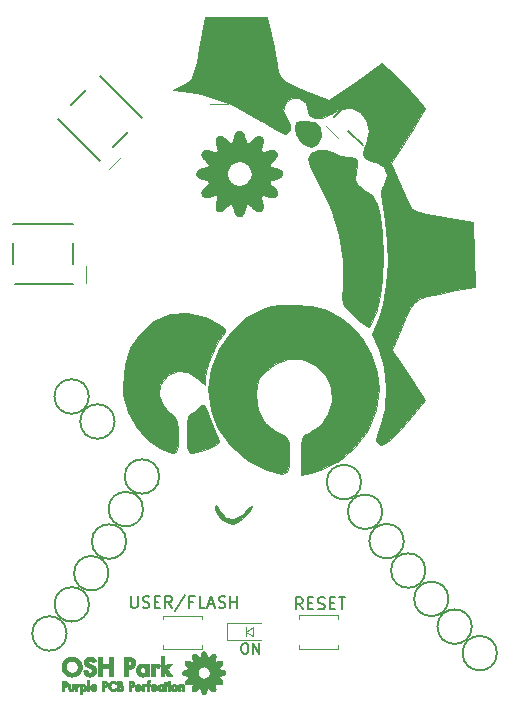
<source format=gto>
%TF.GenerationSoftware,KiCad,Pcbnew,no-vcs-found-d190aa4~59~ubuntu16.04.1*%
%TF.CreationDate,2017-09-30T09:09:17-06:00*%
%TF.ProjectId,001,3030312E6B696361645F706362000000,rev?*%
%TF.SameCoordinates,Original*%
%TF.FileFunction,Legend,Top*%
%TF.FilePolarity,Positive*%
%FSLAX46Y46*%
G04 Gerber Fmt 4.6, Leading zero omitted, Abs format (unit mm)*
G04 Created by KiCad (PCBNEW no-vcs-found-d190aa4~59~ubuntu16.04.1) date Sat Sep 30 09:09:17 2017*
%MOMM*%
%LPD*%
G01*
G04 APERTURE LIST*
%ADD10C,0.152400*%
%ADD11C,0.010000*%
%ADD12C,0.050000*%
%ADD13C,0.120000*%
%ADD14C,0.100000*%
G04 APERTURE END LIST*
D10*
X135372619Y-99852380D02*
X135039285Y-99376190D01*
X134801190Y-99852380D02*
X134801190Y-98852380D01*
X135182142Y-98852380D01*
X135277380Y-98900000D01*
X135325000Y-98947619D01*
X135372619Y-99042857D01*
X135372619Y-99185714D01*
X135325000Y-99280952D01*
X135277380Y-99328571D01*
X135182142Y-99376190D01*
X134801190Y-99376190D01*
X135801190Y-99328571D02*
X136134523Y-99328571D01*
X136277380Y-99852380D02*
X135801190Y-99852380D01*
X135801190Y-98852380D01*
X136277380Y-98852380D01*
X136658333Y-99804761D02*
X136801190Y-99852380D01*
X137039285Y-99852380D01*
X137134523Y-99804761D01*
X137182142Y-99757142D01*
X137229761Y-99661904D01*
X137229761Y-99566666D01*
X137182142Y-99471428D01*
X137134523Y-99423809D01*
X137039285Y-99376190D01*
X136848809Y-99328571D01*
X136753571Y-99280952D01*
X136705952Y-99233333D01*
X136658333Y-99138095D01*
X136658333Y-99042857D01*
X136705952Y-98947619D01*
X136753571Y-98900000D01*
X136848809Y-98852380D01*
X137086904Y-98852380D01*
X137229761Y-98900000D01*
X137658333Y-99328571D02*
X137991666Y-99328571D01*
X138134523Y-99852380D02*
X137658333Y-99852380D01*
X137658333Y-98852380D01*
X138134523Y-98852380D01*
X138420238Y-98852380D02*
X138991666Y-98852380D01*
X138705952Y-99852380D02*
X138705952Y-98852380D01*
X120825000Y-98727380D02*
X120825000Y-99536904D01*
X120872619Y-99632142D01*
X120920238Y-99679761D01*
X121015476Y-99727380D01*
X121205952Y-99727380D01*
X121301190Y-99679761D01*
X121348809Y-99632142D01*
X121396428Y-99536904D01*
X121396428Y-98727380D01*
X121825000Y-99679761D02*
X121967857Y-99727380D01*
X122205952Y-99727380D01*
X122301190Y-99679761D01*
X122348809Y-99632142D01*
X122396428Y-99536904D01*
X122396428Y-99441666D01*
X122348809Y-99346428D01*
X122301190Y-99298809D01*
X122205952Y-99251190D01*
X122015476Y-99203571D01*
X121920238Y-99155952D01*
X121872619Y-99108333D01*
X121825000Y-99013095D01*
X121825000Y-98917857D01*
X121872619Y-98822619D01*
X121920238Y-98775000D01*
X122015476Y-98727380D01*
X122253571Y-98727380D01*
X122396428Y-98775000D01*
X122825000Y-99203571D02*
X123158333Y-99203571D01*
X123301190Y-99727380D02*
X122825000Y-99727380D01*
X122825000Y-98727380D01*
X123301190Y-98727380D01*
X124301190Y-99727380D02*
X123967857Y-99251190D01*
X123729761Y-99727380D02*
X123729761Y-98727380D01*
X124110714Y-98727380D01*
X124205952Y-98775000D01*
X124253571Y-98822619D01*
X124301190Y-98917857D01*
X124301190Y-99060714D01*
X124253571Y-99155952D01*
X124205952Y-99203571D01*
X124110714Y-99251190D01*
X123729761Y-99251190D01*
X125444047Y-98679761D02*
X124586904Y-99965476D01*
X126110714Y-99203571D02*
X125777380Y-99203571D01*
X125777380Y-99727380D02*
X125777380Y-98727380D01*
X126253571Y-98727380D01*
X127110714Y-99727380D02*
X126634523Y-99727380D01*
X126634523Y-98727380D01*
X127396428Y-99441666D02*
X127872619Y-99441666D01*
X127301190Y-99727380D02*
X127634523Y-98727380D01*
X127967857Y-99727380D01*
X128253571Y-99679761D02*
X128396428Y-99727380D01*
X128634523Y-99727380D01*
X128729761Y-99679761D01*
X128777380Y-99632142D01*
X128825000Y-99536904D01*
X128825000Y-99441666D01*
X128777380Y-99346428D01*
X128729761Y-99298809D01*
X128634523Y-99251190D01*
X128444047Y-99203571D01*
X128348809Y-99155952D01*
X128301190Y-99108333D01*
X128253571Y-99013095D01*
X128253571Y-98917857D01*
X128301190Y-98822619D01*
X128348809Y-98775000D01*
X128444047Y-98727380D01*
X128682142Y-98727380D01*
X128825000Y-98775000D01*
X129253571Y-99727380D02*
X129253571Y-98727380D01*
X129253571Y-99203571D02*
X129825000Y-99203571D01*
X129825000Y-99727380D02*
X129825000Y-98727380D01*
X130392857Y-102732142D02*
X130564285Y-102732142D01*
X130650000Y-102775000D01*
X130735714Y-102860714D01*
X130778571Y-103032142D01*
X130778571Y-103332142D01*
X130735714Y-103503571D01*
X130650000Y-103589285D01*
X130564285Y-103632142D01*
X130392857Y-103632142D01*
X130307142Y-103589285D01*
X130221428Y-103503571D01*
X130178571Y-103332142D01*
X130178571Y-103032142D01*
X130221428Y-102860714D01*
X130307142Y-102775000D01*
X130392857Y-102732142D01*
X131164285Y-103632142D02*
X131164285Y-102732142D01*
X131678571Y-103632142D01*
X131678571Y-102732142D01*
D11*
%TO.C,PPP-G\002A\002A\002A*%
G36*
X127014851Y-103400278D02*
X127026197Y-103409141D01*
X127026200Y-103409300D01*
X127036509Y-103420512D01*
X127045584Y-103421999D01*
X127069037Y-103431725D01*
X127099802Y-103456528D01*
X127131891Y-103489847D01*
X127159313Y-103525121D01*
X127176080Y-103555789D01*
X127178600Y-103567715D01*
X127182906Y-103591742D01*
X127191300Y-103599800D01*
X127199252Y-103611066D01*
X127203676Y-103639212D01*
X127204000Y-103650600D01*
X127206816Y-103682411D01*
X127213853Y-103700104D01*
X127216700Y-103701400D01*
X127224652Y-103712666D01*
X127229076Y-103740812D01*
X127229400Y-103752200D01*
X127232216Y-103784011D01*
X127239253Y-103801704D01*
X127242100Y-103803000D01*
X127250426Y-103814180D01*
X127254664Y-103841740D01*
X127254800Y-103848357D01*
X127262005Y-103892600D01*
X127285362Y-103918840D01*
X127327479Y-103929485D01*
X127343235Y-103930000D01*
X127364989Y-103928945D01*
X127384354Y-103923907D01*
X127405274Y-103912075D01*
X127431695Y-103890640D01*
X127467560Y-103856790D01*
X127516815Y-103807715D01*
X127521500Y-103803000D01*
X127568369Y-103757133D01*
X127610227Y-103718637D01*
X127643292Y-103690810D01*
X127663786Y-103676948D01*
X127667107Y-103676000D01*
X127684290Y-103669278D01*
X127686600Y-103663300D01*
X127697236Y-103652981D01*
X127712000Y-103650600D01*
X127732637Y-103645281D01*
X127737400Y-103637900D01*
X127748822Y-103630655D01*
X127778026Y-103626057D01*
X127800900Y-103625200D01*
X127837123Y-103627484D01*
X127860114Y-103633325D01*
X127864400Y-103637900D01*
X127874725Y-103649073D01*
X127884027Y-103650600D01*
X127908196Y-103660251D01*
X127935787Y-103683317D01*
X127957966Y-103710962D01*
X127966000Y-103732572D01*
X127972681Y-103749840D01*
X127978700Y-103752200D01*
X127985464Y-103763767D01*
X127990051Y-103793987D01*
X127991400Y-103828400D01*
X127989472Y-103868988D01*
X127984435Y-103896506D01*
X127978700Y-103904600D01*
X127970747Y-103915866D01*
X127966323Y-103944012D01*
X127966000Y-103955400D01*
X127963183Y-103987211D01*
X127956146Y-104004904D01*
X127953300Y-104006200D01*
X127945347Y-104017466D01*
X127940923Y-104045612D01*
X127940600Y-104057000D01*
X127937783Y-104088811D01*
X127930746Y-104106504D01*
X127927900Y-104107800D01*
X127918982Y-104118835D01*
X127915200Y-104145425D01*
X127915200Y-104145900D01*
X127911521Y-104172651D01*
X127902658Y-104183997D01*
X127902500Y-104184000D01*
X127890734Y-104192866D01*
X127891758Y-104213384D01*
X127903749Y-104236431D01*
X127915200Y-104247500D01*
X127935037Y-104270322D01*
X127940600Y-104288403D01*
X127946079Y-104303429D01*
X127966558Y-104309993D01*
X127991400Y-104311000D01*
X128023211Y-104308183D01*
X128040904Y-104301146D01*
X128042200Y-104298300D01*
X128053235Y-104289382D01*
X128079825Y-104285600D01*
X128080300Y-104285600D01*
X128107051Y-104281921D01*
X128118397Y-104273058D01*
X128118400Y-104272900D01*
X128129666Y-104264947D01*
X128157812Y-104260523D01*
X128169200Y-104260200D01*
X128201011Y-104257383D01*
X128218704Y-104250346D01*
X128220000Y-104247500D01*
X128231422Y-104240255D01*
X128239183Y-104239033D01*
X128376633Y-104239033D01*
X128378376Y-104246583D01*
X128385100Y-104247500D01*
X128395553Y-104242853D01*
X128393566Y-104239033D01*
X128378494Y-104237513D01*
X128376633Y-104239033D01*
X128239183Y-104239033D01*
X128260626Y-104235657D01*
X128283500Y-104234800D01*
X128319723Y-104232515D01*
X128342714Y-104226674D01*
X128347000Y-104222100D01*
X128358035Y-104213182D01*
X128384625Y-104209400D01*
X128385100Y-104209400D01*
X128411851Y-104213078D01*
X128423197Y-104221941D01*
X128423200Y-104222100D01*
X128434085Y-104231584D01*
X128455527Y-104234799D01*
X128486679Y-104243940D01*
X128518613Y-104266318D01*
X128542594Y-104294370D01*
X128550200Y-104316772D01*
X128556881Y-104334040D01*
X128562900Y-104336400D01*
X128569664Y-104347967D01*
X128574251Y-104378187D01*
X128575600Y-104412600D01*
X128573672Y-104453188D01*
X128568635Y-104480706D01*
X128562900Y-104488800D01*
X128551698Y-104499114D01*
X128550200Y-104508254D01*
X128541575Y-104523543D01*
X128517790Y-104552900D01*
X128481979Y-104592776D01*
X128437275Y-104639618D01*
X128410500Y-104666600D01*
X128357516Y-104719539D01*
X128319968Y-104758386D01*
X128295201Y-104786876D01*
X128280557Y-104808745D01*
X128273381Y-104827728D01*
X128271015Y-104847560D01*
X128270800Y-104863045D01*
X128272437Y-104898913D01*
X128279248Y-104915938D01*
X128294078Y-104920570D01*
X128296200Y-104920600D01*
X128316837Y-104925918D01*
X128321600Y-104933300D01*
X128332635Y-104942217D01*
X128359225Y-104945999D01*
X128359700Y-104946000D01*
X128386451Y-104949678D01*
X128397797Y-104958541D01*
X128397800Y-104958700D01*
X128409066Y-104966652D01*
X128437212Y-104971076D01*
X128448600Y-104971400D01*
X128480411Y-104974216D01*
X128498104Y-104981253D01*
X128499400Y-104984100D01*
X128510666Y-104992052D01*
X128538812Y-104996476D01*
X128550200Y-104996800D01*
X128582011Y-104999616D01*
X128599704Y-105006653D01*
X128601000Y-105009500D01*
X128611967Y-105018680D01*
X128636296Y-105022200D01*
X128671760Y-105031870D01*
X128689899Y-105047600D01*
X128710450Y-105067296D01*
X128725360Y-105073000D01*
X128751499Y-105083573D01*
X128772586Y-105107954D01*
X128778800Y-105129242D01*
X128785384Y-105146717D01*
X128791500Y-105149200D01*
X128798744Y-105160622D01*
X128803342Y-105189826D01*
X128804200Y-105212700D01*
X128801915Y-105248923D01*
X128796074Y-105271914D01*
X128791500Y-105276200D01*
X128780301Y-105286515D01*
X128778800Y-105295673D01*
X128768763Y-105320633D01*
X128743662Y-105350513D01*
X128711010Y-105378594D01*
X128678317Y-105398157D01*
X128658573Y-105403200D01*
X128634504Y-105407495D01*
X128626400Y-105415900D01*
X128615364Y-105424817D01*
X128588774Y-105428599D01*
X128588300Y-105428600D01*
X128561548Y-105432278D01*
X128550202Y-105441141D01*
X128550200Y-105441300D01*
X128538933Y-105449252D01*
X128510787Y-105453676D01*
X128499400Y-105454000D01*
X128467588Y-105456816D01*
X128449895Y-105463853D01*
X128448600Y-105466700D01*
X128437564Y-105475617D01*
X128410974Y-105479399D01*
X128410500Y-105479400D01*
X128383748Y-105483078D01*
X128372402Y-105491941D01*
X128372400Y-105492100D01*
X128361504Y-105501549D01*
X128339742Y-105504800D01*
X128300356Y-105515039D01*
X128276879Y-105544398D01*
X128270800Y-105580535D01*
X128273473Y-105599318D01*
X128283304Y-105620241D01*
X128303003Y-105646840D01*
X128335283Y-105682653D01*
X128382858Y-105731214D01*
X128397800Y-105746100D01*
X128443614Y-105792724D01*
X128482079Y-105834023D01*
X128509910Y-105866301D01*
X128523823Y-105885866D01*
X128524800Y-105888903D01*
X128534193Y-105908607D01*
X128550200Y-105923900D01*
X128564244Y-105938376D01*
X128572034Y-105960772D01*
X128575217Y-105997851D01*
X128575600Y-106028303D01*
X128573872Y-106072828D01*
X128569265Y-106103471D01*
X128562900Y-106114400D01*
X128551779Y-106124747D01*
X128550200Y-106134357D01*
X128539454Y-106163046D01*
X128514390Y-106185001D01*
X128493957Y-106190600D01*
X128476482Y-106197184D01*
X128474000Y-106203300D01*
X128462117Y-106209589D01*
X128429677Y-106214009D01*
X128381488Y-106215957D01*
X128372400Y-106216000D01*
X128322085Y-106214514D01*
X128286727Y-106210459D01*
X128271138Y-106204436D01*
X128270800Y-106203300D01*
X128259533Y-106195347D01*
X128231387Y-106190923D01*
X128220000Y-106190600D01*
X128188188Y-106187783D01*
X128170495Y-106180746D01*
X128169200Y-106177900D01*
X128157933Y-106169947D01*
X128129787Y-106165523D01*
X128118400Y-106165200D01*
X128086588Y-106162383D01*
X128068895Y-106155346D01*
X128067600Y-106152500D01*
X128056588Y-106143486D01*
X128030558Y-106139800D01*
X128002400Y-106135095D01*
X127988383Y-106124401D01*
X127978112Y-106123170D01*
X127957947Y-106136525D01*
X127933487Y-106158927D01*
X127910333Y-106184835D01*
X127894085Y-106208709D01*
X127889800Y-106221926D01*
X127896527Y-106239097D01*
X127902500Y-106241400D01*
X127910452Y-106252666D01*
X127914876Y-106280812D01*
X127915200Y-106292200D01*
X127918016Y-106324011D01*
X127925053Y-106341704D01*
X127927900Y-106343000D01*
X127936817Y-106354035D01*
X127940599Y-106380625D01*
X127940600Y-106381100D01*
X127944278Y-106407851D01*
X127953141Y-106419197D01*
X127953300Y-106419200D01*
X127961252Y-106430466D01*
X127965676Y-106458612D01*
X127966000Y-106470000D01*
X127968816Y-106501811D01*
X127975853Y-106519504D01*
X127978700Y-106520800D01*
X127985464Y-106532367D01*
X127990051Y-106562587D01*
X127991400Y-106597000D01*
X127989472Y-106637588D01*
X127984435Y-106665106D01*
X127978700Y-106673200D01*
X127968381Y-106683836D01*
X127966000Y-106698600D01*
X127960681Y-106719237D01*
X127953300Y-106724000D01*
X127942981Y-106734636D01*
X127940600Y-106749400D01*
X127931619Y-106770625D01*
X127915200Y-106774800D01*
X127894562Y-106780118D01*
X127889800Y-106787500D01*
X127878053Y-106794014D01*
X127846570Y-106798516D01*
X127800986Y-106800199D01*
X127800900Y-106800200D01*
X127755296Y-106798521D01*
X127723784Y-106794024D01*
X127712000Y-106787512D01*
X127712000Y-106787500D01*
X127701630Y-106776434D01*
X127691695Y-106774800D01*
X127670650Y-106766074D01*
X127643374Y-106744363D01*
X127635799Y-106736700D01*
X127610074Y-106712668D01*
X127589576Y-106699470D01*
X127585677Y-106698600D01*
X127564755Y-106689072D01*
X127539438Y-106666387D01*
X127518022Y-106639389D01*
X127508803Y-106616924D01*
X127508800Y-106616627D01*
X127498184Y-106600477D01*
X127483400Y-106597000D01*
X127462174Y-106588019D01*
X127458000Y-106571600D01*
X127449019Y-106550374D01*
X127432600Y-106546200D01*
X127411374Y-106537219D01*
X127407200Y-106520800D01*
X127401212Y-106502207D01*
X127378935Y-106495662D01*
X127369100Y-106495400D01*
X127342348Y-106499078D01*
X127331002Y-106507941D01*
X127331000Y-106508100D01*
X127320652Y-106519220D01*
X127311042Y-106520800D01*
X127280700Y-106532173D01*
X127260884Y-106563071D01*
X127254800Y-106602442D01*
X127251669Y-106632181D01*
X127243952Y-106647315D01*
X127242100Y-106647800D01*
X127234147Y-106659066D01*
X127229723Y-106687212D01*
X127229400Y-106698600D01*
X127226583Y-106730411D01*
X127219546Y-106748104D01*
X127216700Y-106749400D01*
X127208747Y-106760666D01*
X127204323Y-106788812D01*
X127204000Y-106800200D01*
X127201183Y-106832011D01*
X127194146Y-106849704D01*
X127191300Y-106851000D01*
X127180981Y-106861636D01*
X127178600Y-106876400D01*
X127173281Y-106897037D01*
X127165900Y-106901800D01*
X127154726Y-106912125D01*
X127153200Y-106921427D01*
X127143548Y-106945596D01*
X127120482Y-106973187D01*
X127092837Y-106995366D01*
X127071227Y-107003400D01*
X127053959Y-107010081D01*
X127051600Y-107016100D01*
X127040042Y-107022886D01*
X127009851Y-107027085D01*
X126978575Y-107027879D01*
X126936533Y-107026059D01*
X126908007Y-107018866D01*
X126882786Y-107001728D01*
X126851575Y-106971025D01*
X126822853Y-106938275D01*
X126803275Y-106910238D01*
X126797600Y-106895746D01*
X126790833Y-106878656D01*
X126784900Y-106876400D01*
X126776947Y-106865133D01*
X126772523Y-106836987D01*
X126772200Y-106825600D01*
X126769383Y-106793788D01*
X126762346Y-106776095D01*
X126759500Y-106774800D01*
X126751547Y-106763533D01*
X126747123Y-106735387D01*
X126746800Y-106724000D01*
X126743983Y-106692188D01*
X126736946Y-106674495D01*
X126734100Y-106673200D01*
X126725182Y-106662164D01*
X126721400Y-106635574D01*
X126721400Y-106635100D01*
X126717721Y-106608348D01*
X126708858Y-106597002D01*
X126708700Y-106597000D01*
X126699782Y-106585964D01*
X126696000Y-106559374D01*
X126696000Y-106558900D01*
X126692008Y-106531011D01*
X126677156Y-106521193D01*
X126670600Y-106520800D01*
X126649962Y-106515481D01*
X126645200Y-106508100D01*
X126634319Y-106498597D01*
X126613045Y-106495400D01*
X126594527Y-106500600D01*
X126568270Y-106517540D01*
X126531816Y-106548229D01*
X126482703Y-106594675D01*
X126441999Y-106635100D01*
X126392870Y-106683308D01*
X126348785Y-106724317D01*
X126313299Y-106754995D01*
X126289961Y-106772207D01*
X126283654Y-106774800D01*
X126266495Y-106781533D01*
X126264200Y-106787500D01*
X126252375Y-106793888D01*
X126220339Y-106798345D01*
X126173250Y-106800186D01*
X126168372Y-106800200D01*
X126117391Y-106799250D01*
X126084400Y-106795195D01*
X126062023Y-106786224D01*
X126042884Y-106770526D01*
X126041372Y-106769027D01*
X126020103Y-106742447D01*
X126010278Y-106719697D01*
X126010200Y-106718227D01*
X126003518Y-106700959D01*
X125997500Y-106698600D01*
X125991210Y-106686717D01*
X125986790Y-106654277D01*
X125984842Y-106606088D01*
X125984800Y-106597000D01*
X125986285Y-106546685D01*
X125990340Y-106511327D01*
X125996363Y-106495738D01*
X125997500Y-106495400D01*
X126005452Y-106484133D01*
X126009876Y-106455987D01*
X126010200Y-106444600D01*
X126013016Y-106412788D01*
X126020053Y-106395095D01*
X126022900Y-106393800D01*
X126030852Y-106382533D01*
X126035276Y-106354387D01*
X126035600Y-106343000D01*
X126038416Y-106311188D01*
X126045453Y-106293495D01*
X126048300Y-106292200D01*
X126055842Y-106280841D01*
X126060392Y-106252074D01*
X126061000Y-106234472D01*
X126056938Y-106190841D01*
X126041681Y-106159297D01*
X126027013Y-106142758D01*
X126002067Y-106122430D01*
X125988782Y-106122329D01*
X125987854Y-106124285D01*
X125972874Y-106134357D01*
X125941871Y-106139565D01*
X125932941Y-106139800D01*
X125901523Y-106142672D01*
X125884312Y-106149831D01*
X125883200Y-106152500D01*
X125871933Y-106160452D01*
X125843787Y-106164876D01*
X125832400Y-106165200D01*
X125800588Y-106168016D01*
X125782895Y-106175053D01*
X125781600Y-106177900D01*
X125770564Y-106186817D01*
X125743974Y-106190599D01*
X125743500Y-106190600D01*
X125716748Y-106194278D01*
X125705402Y-106203141D01*
X125705400Y-106203300D01*
X125693517Y-106209589D01*
X125661077Y-106214009D01*
X125612888Y-106215957D01*
X125603800Y-106216000D01*
X125553485Y-106214514D01*
X125518127Y-106210459D01*
X125502538Y-106204436D01*
X125502200Y-106203300D01*
X125491874Y-106192126D01*
X125482572Y-106190600D01*
X125452460Y-106179351D01*
X125424813Y-106150899D01*
X125405695Y-106113185D01*
X125400599Y-106083227D01*
X125397448Y-106053618D01*
X125389685Y-106038646D01*
X125387900Y-106038200D01*
X125377581Y-106027563D01*
X125375200Y-106012800D01*
X125380518Y-105992162D01*
X125387900Y-105987400D01*
X125398218Y-105976763D01*
X125400600Y-105962000D01*
X125405918Y-105941362D01*
X125413300Y-105936600D01*
X125424501Y-105926285D01*
X125426000Y-105917145D01*
X125434624Y-105901856D01*
X125458409Y-105872499D01*
X125494220Y-105832623D01*
X125538924Y-105785781D01*
X125565700Y-105758800D01*
X125628677Y-105694452D01*
X125672639Y-105645375D01*
X125698196Y-105610714D01*
X125705956Y-105589616D01*
X125696530Y-105581227D01*
X125692700Y-105581000D01*
X125683782Y-105569964D01*
X125680000Y-105543374D01*
X125680000Y-105542900D01*
X125676853Y-105515913D01*
X125662009Y-105505967D01*
X125641900Y-105504800D01*
X125615148Y-105501121D01*
X125603802Y-105492258D01*
X125603800Y-105492100D01*
X125592764Y-105483182D01*
X125566174Y-105479400D01*
X125565700Y-105479400D01*
X125538948Y-105475721D01*
X125527602Y-105466858D01*
X125527600Y-105466700D01*
X125516333Y-105458747D01*
X125488187Y-105454323D01*
X125476800Y-105454000D01*
X125444988Y-105451183D01*
X125427295Y-105444146D01*
X125426000Y-105441300D01*
X125414733Y-105433347D01*
X125386587Y-105428923D01*
X125375200Y-105428600D01*
X125343388Y-105425783D01*
X125325695Y-105418746D01*
X125324400Y-105415900D01*
X125313763Y-105405581D01*
X125299000Y-105403200D01*
X125278362Y-105397881D01*
X125273600Y-105390500D01*
X125263252Y-105379379D01*
X125253642Y-105377800D01*
X125224953Y-105367054D01*
X125202998Y-105341990D01*
X125197399Y-105321557D01*
X125190815Y-105304082D01*
X125184700Y-105301600D01*
X125177935Y-105290032D01*
X125173348Y-105259812D01*
X125172000Y-105225400D01*
X125172602Y-105212700D01*
X126467400Y-105212700D01*
X126468503Y-105275733D01*
X126471619Y-105321861D01*
X126476450Y-105347836D01*
X126480100Y-105352400D01*
X126489017Y-105363435D01*
X126492799Y-105390025D01*
X126492800Y-105390500D01*
X126496478Y-105417251D01*
X126505341Y-105428597D01*
X126505500Y-105428600D01*
X126516214Y-105439102D01*
X126518200Y-105451196D01*
X126527782Y-105475750D01*
X126543600Y-105492100D01*
X126563283Y-105512451D01*
X126569000Y-105527076D01*
X126577401Y-105545244D01*
X126598751Y-105572593D01*
X126613026Y-105587773D01*
X126641999Y-105613564D01*
X126665928Y-105629410D01*
X126673723Y-105631800D01*
X126693411Y-105641192D01*
X126708700Y-105657200D01*
X126731522Y-105677037D01*
X126749603Y-105682600D01*
X126768667Y-105688502D01*
X126772200Y-105695300D01*
X126783235Y-105704217D01*
X126809825Y-105707999D01*
X126810300Y-105708000D01*
X126837051Y-105711678D01*
X126848397Y-105720541D01*
X126848400Y-105720700D01*
X126860543Y-105726430D01*
X126894811Y-105730623D01*
X126947958Y-105732985D01*
X126988100Y-105733400D01*
X127051133Y-105732296D01*
X127097261Y-105729180D01*
X127123236Y-105724349D01*
X127127800Y-105720700D01*
X127138835Y-105711782D01*
X127165425Y-105708000D01*
X127165900Y-105708000D01*
X127192651Y-105704321D01*
X127203997Y-105695458D01*
X127204000Y-105695300D01*
X127214300Y-105684066D01*
X127223254Y-105682600D01*
X127239759Y-105674052D01*
X127269210Y-105650958D01*
X127307009Y-105617139D01*
X127337554Y-105587554D01*
X127376834Y-105546543D01*
X127408209Y-105510489D01*
X127427857Y-105483990D01*
X127432600Y-105473254D01*
X127439394Y-105456223D01*
X127445300Y-105454000D01*
X127455618Y-105443363D01*
X127458000Y-105428600D01*
X127463318Y-105407962D01*
X127470700Y-105403200D01*
X127479617Y-105392164D01*
X127483399Y-105365574D01*
X127483400Y-105365100D01*
X127487078Y-105338348D01*
X127495941Y-105327002D01*
X127496100Y-105327000D01*
X127502389Y-105315117D01*
X127506809Y-105282677D01*
X127508757Y-105234488D01*
X127508800Y-105225400D01*
X127507314Y-105175085D01*
X127503259Y-105139727D01*
X127497236Y-105124138D01*
X127496100Y-105123800D01*
X127487182Y-105112764D01*
X127483400Y-105086174D01*
X127483400Y-105085700D01*
X127479721Y-105058948D01*
X127470858Y-105047602D01*
X127470700Y-105047600D01*
X127461519Y-105036632D01*
X127458000Y-105012303D01*
X127448329Y-104976839D01*
X127432600Y-104958700D01*
X127412918Y-104938384D01*
X127407200Y-104923812D01*
X127398327Y-104905621D01*
X127375860Y-104877772D01*
X127346025Y-104846491D01*
X127315048Y-104818004D01*
X127289154Y-104798537D01*
X127276987Y-104793599D01*
X127257372Y-104784210D01*
X127242100Y-104768200D01*
X127213882Y-104747695D01*
X127188496Y-104742800D01*
X127162982Y-104738853D01*
X127153200Y-104730100D01*
X127142164Y-104721182D01*
X127115574Y-104717400D01*
X127115100Y-104717400D01*
X127088348Y-104713721D01*
X127077002Y-104704858D01*
X127077000Y-104704700D01*
X127065253Y-104698185D01*
X127033770Y-104693683D01*
X126988186Y-104692000D01*
X126988100Y-104692000D01*
X126942496Y-104693678D01*
X126910984Y-104698175D01*
X126899200Y-104704687D01*
X126899200Y-104704700D01*
X126887933Y-104712652D01*
X126859787Y-104717076D01*
X126848400Y-104717400D01*
X126816588Y-104720216D01*
X126798895Y-104727253D01*
X126797600Y-104730100D01*
X126786963Y-104740418D01*
X126772200Y-104742800D01*
X126751562Y-104748118D01*
X126746800Y-104755500D01*
X126736497Y-104766728D01*
X126727514Y-104768200D01*
X126709426Y-104777063D01*
X126680091Y-104800248D01*
X126644620Y-104832641D01*
X126608125Y-104869133D01*
X126575715Y-104904613D01*
X126552503Y-104933968D01*
X126543600Y-104952089D01*
X126543600Y-104952114D01*
X126536815Y-104969165D01*
X126530900Y-104971400D01*
X126520581Y-104982036D01*
X126518200Y-104996800D01*
X126512881Y-105017437D01*
X126505500Y-105022200D01*
X126495181Y-105032836D01*
X126492800Y-105047600D01*
X126487481Y-105068237D01*
X126480100Y-105073000D01*
X126474369Y-105085143D01*
X126470176Y-105119411D01*
X126467814Y-105172558D01*
X126467400Y-105212700D01*
X125172602Y-105212700D01*
X125173927Y-105184811D01*
X125178964Y-105157293D01*
X125184700Y-105149200D01*
X125195873Y-105138874D01*
X125197400Y-105129572D01*
X125207051Y-105105403D01*
X125230117Y-105077812D01*
X125257762Y-105055633D01*
X125279372Y-105047600D01*
X125296640Y-105040918D01*
X125299000Y-105034900D01*
X125310035Y-105025982D01*
X125336625Y-105022200D01*
X125337100Y-105022200D01*
X125363851Y-105018521D01*
X125375197Y-105009658D01*
X125375200Y-105009500D01*
X125386235Y-105000582D01*
X125412825Y-104996800D01*
X125413300Y-104996800D01*
X125440051Y-104993121D01*
X125451397Y-104984258D01*
X125451400Y-104984100D01*
X125462666Y-104976147D01*
X125490812Y-104971723D01*
X125502200Y-104971400D01*
X125534011Y-104968583D01*
X125551704Y-104961546D01*
X125553000Y-104958700D01*
X125564180Y-104950373D01*
X125591740Y-104946135D01*
X125598357Y-104946000D01*
X125642402Y-104938164D01*
X125671166Y-104916879D01*
X125680000Y-104889757D01*
X125686584Y-104872282D01*
X125692700Y-104869800D01*
X125705673Y-104863254D01*
X125700296Y-104843225D01*
X125676164Y-104809130D01*
X125632870Y-104760382D01*
X125578400Y-104704700D01*
X125532585Y-104658075D01*
X125494120Y-104616776D01*
X125466289Y-104584498D01*
X125452376Y-104564933D01*
X125451400Y-104561896D01*
X125442006Y-104542192D01*
X125426000Y-104526900D01*
X125405495Y-104498682D01*
X125400600Y-104473296D01*
X125396653Y-104447782D01*
X125387900Y-104438000D01*
X125378982Y-104426964D01*
X125375200Y-104400374D01*
X125375200Y-104399900D01*
X125376073Y-104393550D01*
X125400600Y-104393550D01*
X125406950Y-104399900D01*
X125413300Y-104393550D01*
X125406950Y-104387200D01*
X125400600Y-104393550D01*
X125376073Y-104393550D01*
X125378878Y-104373148D01*
X125387741Y-104361802D01*
X125387900Y-104361800D01*
X125398218Y-104351163D01*
X125400600Y-104336400D01*
X125405918Y-104315762D01*
X125413300Y-104311000D01*
X125423618Y-104300363D01*
X125426000Y-104285600D01*
X125434980Y-104264374D01*
X125451400Y-104260200D01*
X125472037Y-104254881D01*
X125476800Y-104247500D01*
X125487276Y-104239033D01*
X125582633Y-104239033D01*
X125584376Y-104246583D01*
X125591100Y-104247500D01*
X125601553Y-104242853D01*
X125599566Y-104239033D01*
X125584494Y-104237513D01*
X125582633Y-104239033D01*
X125487276Y-104239033D01*
X125487835Y-104238582D01*
X125514425Y-104234800D01*
X125514900Y-104234800D01*
X125541651Y-104231121D01*
X125552997Y-104222258D01*
X125553000Y-104222100D01*
X125564035Y-104213182D01*
X125590625Y-104209400D01*
X125591100Y-104209400D01*
X125617851Y-104213078D01*
X125629197Y-104221941D01*
X125629200Y-104222100D01*
X125640466Y-104230052D01*
X125668612Y-104234476D01*
X125680000Y-104234800D01*
X125711811Y-104237616D01*
X125729504Y-104244653D01*
X125730800Y-104247500D01*
X125742066Y-104255452D01*
X125770212Y-104259876D01*
X125781600Y-104260200D01*
X125813411Y-104263016D01*
X125831104Y-104270053D01*
X125832400Y-104272900D01*
X125843666Y-104280852D01*
X125871812Y-104285276D01*
X125883200Y-104285600D01*
X125915011Y-104288416D01*
X125932704Y-104295453D01*
X125934000Y-104298300D01*
X125944881Y-104307800D01*
X125966173Y-104310999D01*
X125988838Y-104304221D01*
X126016969Y-104287115D01*
X126045151Y-104264523D01*
X126067970Y-104241287D01*
X126080013Y-104222250D01*
X126076398Y-104212416D01*
X126065345Y-104197414D01*
X126061000Y-104170241D01*
X126057224Y-104143951D01*
X126048300Y-104133200D01*
X126040347Y-104121933D01*
X126035923Y-104093787D01*
X126035600Y-104082400D01*
X126032783Y-104050588D01*
X126025746Y-104032895D01*
X126022900Y-104031600D01*
X126014947Y-104020333D01*
X126010523Y-103992187D01*
X126010200Y-103980800D01*
X126007383Y-103948988D01*
X126000346Y-103931295D01*
X125997500Y-103930000D01*
X125991106Y-103918177D01*
X125986648Y-103886159D01*
X125984813Y-103839120D01*
X125984800Y-103834415D01*
X125984800Y-103738831D01*
X126041615Y-103682015D01*
X126074614Y-103650654D01*
X126100131Y-103633630D01*
X126127889Y-103626595D01*
X126167608Y-103625200D01*
X126168615Y-103625200D01*
X126206972Y-103627278D01*
X126232464Y-103632642D01*
X126238800Y-103637900D01*
X126249302Y-103648614D01*
X126261396Y-103650599D01*
X126285950Y-103660182D01*
X126302299Y-103675999D01*
X126322678Y-103695685D01*
X126337341Y-103701400D01*
X126352202Y-103709987D01*
X126380688Y-103733432D01*
X126418845Y-103768259D01*
X126462719Y-103810993D01*
X126467400Y-103815699D01*
X126517047Y-103864779D01*
X126553486Y-103897884D01*
X126580547Y-103917877D01*
X126602059Y-103927623D01*
X126620219Y-103930000D01*
X126660957Y-103921559D01*
X126688144Y-103899286D01*
X126696000Y-103873757D01*
X126702584Y-103856282D01*
X126708700Y-103853800D01*
X126716652Y-103842533D01*
X126721076Y-103814387D01*
X126721400Y-103803000D01*
X126724216Y-103771188D01*
X126731253Y-103753495D01*
X126734100Y-103752200D01*
X126743017Y-103741164D01*
X126746799Y-103714574D01*
X126746800Y-103714100D01*
X126750478Y-103687348D01*
X126759341Y-103676002D01*
X126759500Y-103676000D01*
X126767452Y-103664733D01*
X126771876Y-103636587D01*
X126772200Y-103625200D01*
X126775016Y-103593388D01*
X126782053Y-103575695D01*
X126784900Y-103574400D01*
X126795218Y-103563763D01*
X126797600Y-103549000D01*
X126802918Y-103528362D01*
X126810300Y-103523600D01*
X126821473Y-103513274D01*
X126823000Y-103503972D01*
X126833556Y-103476999D01*
X126859402Y-103449348D01*
X126891799Y-103428585D01*
X126901038Y-103426233D01*
X126979633Y-103426233D01*
X126981376Y-103433783D01*
X126988100Y-103434700D01*
X126998553Y-103430053D01*
X126996566Y-103426233D01*
X126981494Y-103424713D01*
X126979633Y-103426233D01*
X126901038Y-103426233D01*
X126917672Y-103421999D01*
X126941814Y-103417723D01*
X126950000Y-103409300D01*
X126961035Y-103400382D01*
X126987625Y-103396600D01*
X126988100Y-103396600D01*
X127014851Y-103400278D01*
X127014851Y-103400278D01*
G37*
X127014851Y-103400278D02*
X127026197Y-103409141D01*
X127026200Y-103409300D01*
X127036509Y-103420512D01*
X127045584Y-103421999D01*
X127069037Y-103431725D01*
X127099802Y-103456528D01*
X127131891Y-103489847D01*
X127159313Y-103525121D01*
X127176080Y-103555789D01*
X127178600Y-103567715D01*
X127182906Y-103591742D01*
X127191300Y-103599800D01*
X127199252Y-103611066D01*
X127203676Y-103639212D01*
X127204000Y-103650600D01*
X127206816Y-103682411D01*
X127213853Y-103700104D01*
X127216700Y-103701400D01*
X127224652Y-103712666D01*
X127229076Y-103740812D01*
X127229400Y-103752200D01*
X127232216Y-103784011D01*
X127239253Y-103801704D01*
X127242100Y-103803000D01*
X127250426Y-103814180D01*
X127254664Y-103841740D01*
X127254800Y-103848357D01*
X127262005Y-103892600D01*
X127285362Y-103918840D01*
X127327479Y-103929485D01*
X127343235Y-103930000D01*
X127364989Y-103928945D01*
X127384354Y-103923907D01*
X127405274Y-103912075D01*
X127431695Y-103890640D01*
X127467560Y-103856790D01*
X127516815Y-103807715D01*
X127521500Y-103803000D01*
X127568369Y-103757133D01*
X127610227Y-103718637D01*
X127643292Y-103690810D01*
X127663786Y-103676948D01*
X127667107Y-103676000D01*
X127684290Y-103669278D01*
X127686600Y-103663300D01*
X127697236Y-103652981D01*
X127712000Y-103650600D01*
X127732637Y-103645281D01*
X127737400Y-103637900D01*
X127748822Y-103630655D01*
X127778026Y-103626057D01*
X127800900Y-103625200D01*
X127837123Y-103627484D01*
X127860114Y-103633325D01*
X127864400Y-103637900D01*
X127874725Y-103649073D01*
X127884027Y-103650600D01*
X127908196Y-103660251D01*
X127935787Y-103683317D01*
X127957966Y-103710962D01*
X127966000Y-103732572D01*
X127972681Y-103749840D01*
X127978700Y-103752200D01*
X127985464Y-103763767D01*
X127990051Y-103793987D01*
X127991400Y-103828400D01*
X127989472Y-103868988D01*
X127984435Y-103896506D01*
X127978700Y-103904600D01*
X127970747Y-103915866D01*
X127966323Y-103944012D01*
X127966000Y-103955400D01*
X127963183Y-103987211D01*
X127956146Y-104004904D01*
X127953300Y-104006200D01*
X127945347Y-104017466D01*
X127940923Y-104045612D01*
X127940600Y-104057000D01*
X127937783Y-104088811D01*
X127930746Y-104106504D01*
X127927900Y-104107800D01*
X127918982Y-104118835D01*
X127915200Y-104145425D01*
X127915200Y-104145900D01*
X127911521Y-104172651D01*
X127902658Y-104183997D01*
X127902500Y-104184000D01*
X127890734Y-104192866D01*
X127891758Y-104213384D01*
X127903749Y-104236431D01*
X127915200Y-104247500D01*
X127935037Y-104270322D01*
X127940600Y-104288403D01*
X127946079Y-104303429D01*
X127966558Y-104309993D01*
X127991400Y-104311000D01*
X128023211Y-104308183D01*
X128040904Y-104301146D01*
X128042200Y-104298300D01*
X128053235Y-104289382D01*
X128079825Y-104285600D01*
X128080300Y-104285600D01*
X128107051Y-104281921D01*
X128118397Y-104273058D01*
X128118400Y-104272900D01*
X128129666Y-104264947D01*
X128157812Y-104260523D01*
X128169200Y-104260200D01*
X128201011Y-104257383D01*
X128218704Y-104250346D01*
X128220000Y-104247500D01*
X128231422Y-104240255D01*
X128239183Y-104239033D01*
X128376633Y-104239033D01*
X128378376Y-104246583D01*
X128385100Y-104247500D01*
X128395553Y-104242853D01*
X128393566Y-104239033D01*
X128378494Y-104237513D01*
X128376633Y-104239033D01*
X128239183Y-104239033D01*
X128260626Y-104235657D01*
X128283500Y-104234800D01*
X128319723Y-104232515D01*
X128342714Y-104226674D01*
X128347000Y-104222100D01*
X128358035Y-104213182D01*
X128384625Y-104209400D01*
X128385100Y-104209400D01*
X128411851Y-104213078D01*
X128423197Y-104221941D01*
X128423200Y-104222100D01*
X128434085Y-104231584D01*
X128455527Y-104234799D01*
X128486679Y-104243940D01*
X128518613Y-104266318D01*
X128542594Y-104294370D01*
X128550200Y-104316772D01*
X128556881Y-104334040D01*
X128562900Y-104336400D01*
X128569664Y-104347967D01*
X128574251Y-104378187D01*
X128575600Y-104412600D01*
X128573672Y-104453188D01*
X128568635Y-104480706D01*
X128562900Y-104488800D01*
X128551698Y-104499114D01*
X128550200Y-104508254D01*
X128541575Y-104523543D01*
X128517790Y-104552900D01*
X128481979Y-104592776D01*
X128437275Y-104639618D01*
X128410500Y-104666600D01*
X128357516Y-104719539D01*
X128319968Y-104758386D01*
X128295201Y-104786876D01*
X128280557Y-104808745D01*
X128273381Y-104827728D01*
X128271015Y-104847560D01*
X128270800Y-104863045D01*
X128272437Y-104898913D01*
X128279248Y-104915938D01*
X128294078Y-104920570D01*
X128296200Y-104920600D01*
X128316837Y-104925918D01*
X128321600Y-104933300D01*
X128332635Y-104942217D01*
X128359225Y-104945999D01*
X128359700Y-104946000D01*
X128386451Y-104949678D01*
X128397797Y-104958541D01*
X128397800Y-104958700D01*
X128409066Y-104966652D01*
X128437212Y-104971076D01*
X128448600Y-104971400D01*
X128480411Y-104974216D01*
X128498104Y-104981253D01*
X128499400Y-104984100D01*
X128510666Y-104992052D01*
X128538812Y-104996476D01*
X128550200Y-104996800D01*
X128582011Y-104999616D01*
X128599704Y-105006653D01*
X128601000Y-105009500D01*
X128611967Y-105018680D01*
X128636296Y-105022200D01*
X128671760Y-105031870D01*
X128689899Y-105047600D01*
X128710450Y-105067296D01*
X128725360Y-105073000D01*
X128751499Y-105083573D01*
X128772586Y-105107954D01*
X128778800Y-105129242D01*
X128785384Y-105146717D01*
X128791500Y-105149200D01*
X128798744Y-105160622D01*
X128803342Y-105189826D01*
X128804200Y-105212700D01*
X128801915Y-105248923D01*
X128796074Y-105271914D01*
X128791500Y-105276200D01*
X128780301Y-105286515D01*
X128778800Y-105295673D01*
X128768763Y-105320633D01*
X128743662Y-105350513D01*
X128711010Y-105378594D01*
X128678317Y-105398157D01*
X128658573Y-105403200D01*
X128634504Y-105407495D01*
X128626400Y-105415900D01*
X128615364Y-105424817D01*
X128588774Y-105428599D01*
X128588300Y-105428600D01*
X128561548Y-105432278D01*
X128550202Y-105441141D01*
X128550200Y-105441300D01*
X128538933Y-105449252D01*
X128510787Y-105453676D01*
X128499400Y-105454000D01*
X128467588Y-105456816D01*
X128449895Y-105463853D01*
X128448600Y-105466700D01*
X128437564Y-105475617D01*
X128410974Y-105479399D01*
X128410500Y-105479400D01*
X128383748Y-105483078D01*
X128372402Y-105491941D01*
X128372400Y-105492100D01*
X128361504Y-105501549D01*
X128339742Y-105504800D01*
X128300356Y-105515039D01*
X128276879Y-105544398D01*
X128270800Y-105580535D01*
X128273473Y-105599318D01*
X128283304Y-105620241D01*
X128303003Y-105646840D01*
X128335283Y-105682653D01*
X128382858Y-105731214D01*
X128397800Y-105746100D01*
X128443614Y-105792724D01*
X128482079Y-105834023D01*
X128509910Y-105866301D01*
X128523823Y-105885866D01*
X128524800Y-105888903D01*
X128534193Y-105908607D01*
X128550200Y-105923900D01*
X128564244Y-105938376D01*
X128572034Y-105960772D01*
X128575217Y-105997851D01*
X128575600Y-106028303D01*
X128573872Y-106072828D01*
X128569265Y-106103471D01*
X128562900Y-106114400D01*
X128551779Y-106124747D01*
X128550200Y-106134357D01*
X128539454Y-106163046D01*
X128514390Y-106185001D01*
X128493957Y-106190600D01*
X128476482Y-106197184D01*
X128474000Y-106203300D01*
X128462117Y-106209589D01*
X128429677Y-106214009D01*
X128381488Y-106215957D01*
X128372400Y-106216000D01*
X128322085Y-106214514D01*
X128286727Y-106210459D01*
X128271138Y-106204436D01*
X128270800Y-106203300D01*
X128259533Y-106195347D01*
X128231387Y-106190923D01*
X128220000Y-106190600D01*
X128188188Y-106187783D01*
X128170495Y-106180746D01*
X128169200Y-106177900D01*
X128157933Y-106169947D01*
X128129787Y-106165523D01*
X128118400Y-106165200D01*
X128086588Y-106162383D01*
X128068895Y-106155346D01*
X128067600Y-106152500D01*
X128056588Y-106143486D01*
X128030558Y-106139800D01*
X128002400Y-106135095D01*
X127988383Y-106124401D01*
X127978112Y-106123170D01*
X127957947Y-106136525D01*
X127933487Y-106158927D01*
X127910333Y-106184835D01*
X127894085Y-106208709D01*
X127889800Y-106221926D01*
X127896527Y-106239097D01*
X127902500Y-106241400D01*
X127910452Y-106252666D01*
X127914876Y-106280812D01*
X127915200Y-106292200D01*
X127918016Y-106324011D01*
X127925053Y-106341704D01*
X127927900Y-106343000D01*
X127936817Y-106354035D01*
X127940599Y-106380625D01*
X127940600Y-106381100D01*
X127944278Y-106407851D01*
X127953141Y-106419197D01*
X127953300Y-106419200D01*
X127961252Y-106430466D01*
X127965676Y-106458612D01*
X127966000Y-106470000D01*
X127968816Y-106501811D01*
X127975853Y-106519504D01*
X127978700Y-106520800D01*
X127985464Y-106532367D01*
X127990051Y-106562587D01*
X127991400Y-106597000D01*
X127989472Y-106637588D01*
X127984435Y-106665106D01*
X127978700Y-106673200D01*
X127968381Y-106683836D01*
X127966000Y-106698600D01*
X127960681Y-106719237D01*
X127953300Y-106724000D01*
X127942981Y-106734636D01*
X127940600Y-106749400D01*
X127931619Y-106770625D01*
X127915200Y-106774800D01*
X127894562Y-106780118D01*
X127889800Y-106787500D01*
X127878053Y-106794014D01*
X127846570Y-106798516D01*
X127800986Y-106800199D01*
X127800900Y-106800200D01*
X127755296Y-106798521D01*
X127723784Y-106794024D01*
X127712000Y-106787512D01*
X127712000Y-106787500D01*
X127701630Y-106776434D01*
X127691695Y-106774800D01*
X127670650Y-106766074D01*
X127643374Y-106744363D01*
X127635799Y-106736700D01*
X127610074Y-106712668D01*
X127589576Y-106699470D01*
X127585677Y-106698600D01*
X127564755Y-106689072D01*
X127539438Y-106666387D01*
X127518022Y-106639389D01*
X127508803Y-106616924D01*
X127508800Y-106616627D01*
X127498184Y-106600477D01*
X127483400Y-106597000D01*
X127462174Y-106588019D01*
X127458000Y-106571600D01*
X127449019Y-106550374D01*
X127432600Y-106546200D01*
X127411374Y-106537219D01*
X127407200Y-106520800D01*
X127401212Y-106502207D01*
X127378935Y-106495662D01*
X127369100Y-106495400D01*
X127342348Y-106499078D01*
X127331002Y-106507941D01*
X127331000Y-106508100D01*
X127320652Y-106519220D01*
X127311042Y-106520800D01*
X127280700Y-106532173D01*
X127260884Y-106563071D01*
X127254800Y-106602442D01*
X127251669Y-106632181D01*
X127243952Y-106647315D01*
X127242100Y-106647800D01*
X127234147Y-106659066D01*
X127229723Y-106687212D01*
X127229400Y-106698600D01*
X127226583Y-106730411D01*
X127219546Y-106748104D01*
X127216700Y-106749400D01*
X127208747Y-106760666D01*
X127204323Y-106788812D01*
X127204000Y-106800200D01*
X127201183Y-106832011D01*
X127194146Y-106849704D01*
X127191300Y-106851000D01*
X127180981Y-106861636D01*
X127178600Y-106876400D01*
X127173281Y-106897037D01*
X127165900Y-106901800D01*
X127154726Y-106912125D01*
X127153200Y-106921427D01*
X127143548Y-106945596D01*
X127120482Y-106973187D01*
X127092837Y-106995366D01*
X127071227Y-107003400D01*
X127053959Y-107010081D01*
X127051600Y-107016100D01*
X127040042Y-107022886D01*
X127009851Y-107027085D01*
X126978575Y-107027879D01*
X126936533Y-107026059D01*
X126908007Y-107018866D01*
X126882786Y-107001728D01*
X126851575Y-106971025D01*
X126822853Y-106938275D01*
X126803275Y-106910238D01*
X126797600Y-106895746D01*
X126790833Y-106878656D01*
X126784900Y-106876400D01*
X126776947Y-106865133D01*
X126772523Y-106836987D01*
X126772200Y-106825600D01*
X126769383Y-106793788D01*
X126762346Y-106776095D01*
X126759500Y-106774800D01*
X126751547Y-106763533D01*
X126747123Y-106735387D01*
X126746800Y-106724000D01*
X126743983Y-106692188D01*
X126736946Y-106674495D01*
X126734100Y-106673200D01*
X126725182Y-106662164D01*
X126721400Y-106635574D01*
X126721400Y-106635100D01*
X126717721Y-106608348D01*
X126708858Y-106597002D01*
X126708700Y-106597000D01*
X126699782Y-106585964D01*
X126696000Y-106559374D01*
X126696000Y-106558900D01*
X126692008Y-106531011D01*
X126677156Y-106521193D01*
X126670600Y-106520800D01*
X126649962Y-106515481D01*
X126645200Y-106508100D01*
X126634319Y-106498597D01*
X126613045Y-106495400D01*
X126594527Y-106500600D01*
X126568270Y-106517540D01*
X126531816Y-106548229D01*
X126482703Y-106594675D01*
X126441999Y-106635100D01*
X126392870Y-106683308D01*
X126348785Y-106724317D01*
X126313299Y-106754995D01*
X126289961Y-106772207D01*
X126283654Y-106774800D01*
X126266495Y-106781533D01*
X126264200Y-106787500D01*
X126252375Y-106793888D01*
X126220339Y-106798345D01*
X126173250Y-106800186D01*
X126168372Y-106800200D01*
X126117391Y-106799250D01*
X126084400Y-106795195D01*
X126062023Y-106786224D01*
X126042884Y-106770526D01*
X126041372Y-106769027D01*
X126020103Y-106742447D01*
X126010278Y-106719697D01*
X126010200Y-106718227D01*
X126003518Y-106700959D01*
X125997500Y-106698600D01*
X125991210Y-106686717D01*
X125986790Y-106654277D01*
X125984842Y-106606088D01*
X125984800Y-106597000D01*
X125986285Y-106546685D01*
X125990340Y-106511327D01*
X125996363Y-106495738D01*
X125997500Y-106495400D01*
X126005452Y-106484133D01*
X126009876Y-106455987D01*
X126010200Y-106444600D01*
X126013016Y-106412788D01*
X126020053Y-106395095D01*
X126022900Y-106393800D01*
X126030852Y-106382533D01*
X126035276Y-106354387D01*
X126035600Y-106343000D01*
X126038416Y-106311188D01*
X126045453Y-106293495D01*
X126048300Y-106292200D01*
X126055842Y-106280841D01*
X126060392Y-106252074D01*
X126061000Y-106234472D01*
X126056938Y-106190841D01*
X126041681Y-106159297D01*
X126027013Y-106142758D01*
X126002067Y-106122430D01*
X125988782Y-106122329D01*
X125987854Y-106124285D01*
X125972874Y-106134357D01*
X125941871Y-106139565D01*
X125932941Y-106139800D01*
X125901523Y-106142672D01*
X125884312Y-106149831D01*
X125883200Y-106152500D01*
X125871933Y-106160452D01*
X125843787Y-106164876D01*
X125832400Y-106165200D01*
X125800588Y-106168016D01*
X125782895Y-106175053D01*
X125781600Y-106177900D01*
X125770564Y-106186817D01*
X125743974Y-106190599D01*
X125743500Y-106190600D01*
X125716748Y-106194278D01*
X125705402Y-106203141D01*
X125705400Y-106203300D01*
X125693517Y-106209589D01*
X125661077Y-106214009D01*
X125612888Y-106215957D01*
X125603800Y-106216000D01*
X125553485Y-106214514D01*
X125518127Y-106210459D01*
X125502538Y-106204436D01*
X125502200Y-106203300D01*
X125491874Y-106192126D01*
X125482572Y-106190600D01*
X125452460Y-106179351D01*
X125424813Y-106150899D01*
X125405695Y-106113185D01*
X125400599Y-106083227D01*
X125397448Y-106053618D01*
X125389685Y-106038646D01*
X125387900Y-106038200D01*
X125377581Y-106027563D01*
X125375200Y-106012800D01*
X125380518Y-105992162D01*
X125387900Y-105987400D01*
X125398218Y-105976763D01*
X125400600Y-105962000D01*
X125405918Y-105941362D01*
X125413300Y-105936600D01*
X125424501Y-105926285D01*
X125426000Y-105917145D01*
X125434624Y-105901856D01*
X125458409Y-105872499D01*
X125494220Y-105832623D01*
X125538924Y-105785781D01*
X125565700Y-105758800D01*
X125628677Y-105694452D01*
X125672639Y-105645375D01*
X125698196Y-105610714D01*
X125705956Y-105589616D01*
X125696530Y-105581227D01*
X125692700Y-105581000D01*
X125683782Y-105569964D01*
X125680000Y-105543374D01*
X125680000Y-105542900D01*
X125676853Y-105515913D01*
X125662009Y-105505967D01*
X125641900Y-105504800D01*
X125615148Y-105501121D01*
X125603802Y-105492258D01*
X125603800Y-105492100D01*
X125592764Y-105483182D01*
X125566174Y-105479400D01*
X125565700Y-105479400D01*
X125538948Y-105475721D01*
X125527602Y-105466858D01*
X125527600Y-105466700D01*
X125516333Y-105458747D01*
X125488187Y-105454323D01*
X125476800Y-105454000D01*
X125444988Y-105451183D01*
X125427295Y-105444146D01*
X125426000Y-105441300D01*
X125414733Y-105433347D01*
X125386587Y-105428923D01*
X125375200Y-105428600D01*
X125343388Y-105425783D01*
X125325695Y-105418746D01*
X125324400Y-105415900D01*
X125313763Y-105405581D01*
X125299000Y-105403200D01*
X125278362Y-105397881D01*
X125273600Y-105390500D01*
X125263252Y-105379379D01*
X125253642Y-105377800D01*
X125224953Y-105367054D01*
X125202998Y-105341990D01*
X125197399Y-105321557D01*
X125190815Y-105304082D01*
X125184700Y-105301600D01*
X125177935Y-105290032D01*
X125173348Y-105259812D01*
X125172000Y-105225400D01*
X125172602Y-105212700D01*
X126467400Y-105212700D01*
X126468503Y-105275733D01*
X126471619Y-105321861D01*
X126476450Y-105347836D01*
X126480100Y-105352400D01*
X126489017Y-105363435D01*
X126492799Y-105390025D01*
X126492800Y-105390500D01*
X126496478Y-105417251D01*
X126505341Y-105428597D01*
X126505500Y-105428600D01*
X126516214Y-105439102D01*
X126518200Y-105451196D01*
X126527782Y-105475750D01*
X126543600Y-105492100D01*
X126563283Y-105512451D01*
X126569000Y-105527076D01*
X126577401Y-105545244D01*
X126598751Y-105572593D01*
X126613026Y-105587773D01*
X126641999Y-105613564D01*
X126665928Y-105629410D01*
X126673723Y-105631800D01*
X126693411Y-105641192D01*
X126708700Y-105657200D01*
X126731522Y-105677037D01*
X126749603Y-105682600D01*
X126768667Y-105688502D01*
X126772200Y-105695300D01*
X126783235Y-105704217D01*
X126809825Y-105707999D01*
X126810300Y-105708000D01*
X126837051Y-105711678D01*
X126848397Y-105720541D01*
X126848400Y-105720700D01*
X126860543Y-105726430D01*
X126894811Y-105730623D01*
X126947958Y-105732985D01*
X126988100Y-105733400D01*
X127051133Y-105732296D01*
X127097261Y-105729180D01*
X127123236Y-105724349D01*
X127127800Y-105720700D01*
X127138835Y-105711782D01*
X127165425Y-105708000D01*
X127165900Y-105708000D01*
X127192651Y-105704321D01*
X127203997Y-105695458D01*
X127204000Y-105695300D01*
X127214300Y-105684066D01*
X127223254Y-105682600D01*
X127239759Y-105674052D01*
X127269210Y-105650958D01*
X127307009Y-105617139D01*
X127337554Y-105587554D01*
X127376834Y-105546543D01*
X127408209Y-105510489D01*
X127427857Y-105483990D01*
X127432600Y-105473254D01*
X127439394Y-105456223D01*
X127445300Y-105454000D01*
X127455618Y-105443363D01*
X127458000Y-105428600D01*
X127463318Y-105407962D01*
X127470700Y-105403200D01*
X127479617Y-105392164D01*
X127483399Y-105365574D01*
X127483400Y-105365100D01*
X127487078Y-105338348D01*
X127495941Y-105327002D01*
X127496100Y-105327000D01*
X127502389Y-105315117D01*
X127506809Y-105282677D01*
X127508757Y-105234488D01*
X127508800Y-105225400D01*
X127507314Y-105175085D01*
X127503259Y-105139727D01*
X127497236Y-105124138D01*
X127496100Y-105123800D01*
X127487182Y-105112764D01*
X127483400Y-105086174D01*
X127483400Y-105085700D01*
X127479721Y-105058948D01*
X127470858Y-105047602D01*
X127470700Y-105047600D01*
X127461519Y-105036632D01*
X127458000Y-105012303D01*
X127448329Y-104976839D01*
X127432600Y-104958700D01*
X127412918Y-104938384D01*
X127407200Y-104923812D01*
X127398327Y-104905621D01*
X127375860Y-104877772D01*
X127346025Y-104846491D01*
X127315048Y-104818004D01*
X127289154Y-104798537D01*
X127276987Y-104793599D01*
X127257372Y-104784210D01*
X127242100Y-104768200D01*
X127213882Y-104747695D01*
X127188496Y-104742800D01*
X127162982Y-104738853D01*
X127153200Y-104730100D01*
X127142164Y-104721182D01*
X127115574Y-104717400D01*
X127115100Y-104717400D01*
X127088348Y-104713721D01*
X127077002Y-104704858D01*
X127077000Y-104704700D01*
X127065253Y-104698185D01*
X127033770Y-104693683D01*
X126988186Y-104692000D01*
X126988100Y-104692000D01*
X126942496Y-104693678D01*
X126910984Y-104698175D01*
X126899200Y-104704687D01*
X126899200Y-104704700D01*
X126887933Y-104712652D01*
X126859787Y-104717076D01*
X126848400Y-104717400D01*
X126816588Y-104720216D01*
X126798895Y-104727253D01*
X126797600Y-104730100D01*
X126786963Y-104740418D01*
X126772200Y-104742800D01*
X126751562Y-104748118D01*
X126746800Y-104755500D01*
X126736497Y-104766728D01*
X126727514Y-104768200D01*
X126709426Y-104777063D01*
X126680091Y-104800248D01*
X126644620Y-104832641D01*
X126608125Y-104869133D01*
X126575715Y-104904613D01*
X126552503Y-104933968D01*
X126543600Y-104952089D01*
X126543600Y-104952114D01*
X126536815Y-104969165D01*
X126530900Y-104971400D01*
X126520581Y-104982036D01*
X126518200Y-104996800D01*
X126512881Y-105017437D01*
X126505500Y-105022200D01*
X126495181Y-105032836D01*
X126492800Y-105047600D01*
X126487481Y-105068237D01*
X126480100Y-105073000D01*
X126474369Y-105085143D01*
X126470176Y-105119411D01*
X126467814Y-105172558D01*
X126467400Y-105212700D01*
X125172602Y-105212700D01*
X125173927Y-105184811D01*
X125178964Y-105157293D01*
X125184700Y-105149200D01*
X125195873Y-105138874D01*
X125197400Y-105129572D01*
X125207051Y-105105403D01*
X125230117Y-105077812D01*
X125257762Y-105055633D01*
X125279372Y-105047600D01*
X125296640Y-105040918D01*
X125299000Y-105034900D01*
X125310035Y-105025982D01*
X125336625Y-105022200D01*
X125337100Y-105022200D01*
X125363851Y-105018521D01*
X125375197Y-105009658D01*
X125375200Y-105009500D01*
X125386235Y-105000582D01*
X125412825Y-104996800D01*
X125413300Y-104996800D01*
X125440051Y-104993121D01*
X125451397Y-104984258D01*
X125451400Y-104984100D01*
X125462666Y-104976147D01*
X125490812Y-104971723D01*
X125502200Y-104971400D01*
X125534011Y-104968583D01*
X125551704Y-104961546D01*
X125553000Y-104958700D01*
X125564180Y-104950373D01*
X125591740Y-104946135D01*
X125598357Y-104946000D01*
X125642402Y-104938164D01*
X125671166Y-104916879D01*
X125680000Y-104889757D01*
X125686584Y-104872282D01*
X125692700Y-104869800D01*
X125705673Y-104863254D01*
X125700296Y-104843225D01*
X125676164Y-104809130D01*
X125632870Y-104760382D01*
X125578400Y-104704700D01*
X125532585Y-104658075D01*
X125494120Y-104616776D01*
X125466289Y-104584498D01*
X125452376Y-104564933D01*
X125451400Y-104561896D01*
X125442006Y-104542192D01*
X125426000Y-104526900D01*
X125405495Y-104498682D01*
X125400600Y-104473296D01*
X125396653Y-104447782D01*
X125387900Y-104438000D01*
X125378982Y-104426964D01*
X125375200Y-104400374D01*
X125375200Y-104399900D01*
X125376073Y-104393550D01*
X125400600Y-104393550D01*
X125406950Y-104399900D01*
X125413300Y-104393550D01*
X125406950Y-104387200D01*
X125400600Y-104393550D01*
X125376073Y-104393550D01*
X125378878Y-104373148D01*
X125387741Y-104361802D01*
X125387900Y-104361800D01*
X125398218Y-104351163D01*
X125400600Y-104336400D01*
X125405918Y-104315762D01*
X125413300Y-104311000D01*
X125423618Y-104300363D01*
X125426000Y-104285600D01*
X125434980Y-104264374D01*
X125451400Y-104260200D01*
X125472037Y-104254881D01*
X125476800Y-104247500D01*
X125487276Y-104239033D01*
X125582633Y-104239033D01*
X125584376Y-104246583D01*
X125591100Y-104247500D01*
X125601553Y-104242853D01*
X125599566Y-104239033D01*
X125584494Y-104237513D01*
X125582633Y-104239033D01*
X125487276Y-104239033D01*
X125487835Y-104238582D01*
X125514425Y-104234800D01*
X125514900Y-104234800D01*
X125541651Y-104231121D01*
X125552997Y-104222258D01*
X125553000Y-104222100D01*
X125564035Y-104213182D01*
X125590625Y-104209400D01*
X125591100Y-104209400D01*
X125617851Y-104213078D01*
X125629197Y-104221941D01*
X125629200Y-104222100D01*
X125640466Y-104230052D01*
X125668612Y-104234476D01*
X125680000Y-104234800D01*
X125711811Y-104237616D01*
X125729504Y-104244653D01*
X125730800Y-104247500D01*
X125742066Y-104255452D01*
X125770212Y-104259876D01*
X125781600Y-104260200D01*
X125813411Y-104263016D01*
X125831104Y-104270053D01*
X125832400Y-104272900D01*
X125843666Y-104280852D01*
X125871812Y-104285276D01*
X125883200Y-104285600D01*
X125915011Y-104288416D01*
X125932704Y-104295453D01*
X125934000Y-104298300D01*
X125944881Y-104307800D01*
X125966173Y-104310999D01*
X125988838Y-104304221D01*
X126016969Y-104287115D01*
X126045151Y-104264523D01*
X126067970Y-104241287D01*
X126080013Y-104222250D01*
X126076398Y-104212416D01*
X126065345Y-104197414D01*
X126061000Y-104170241D01*
X126057224Y-104143951D01*
X126048300Y-104133200D01*
X126040347Y-104121933D01*
X126035923Y-104093787D01*
X126035600Y-104082400D01*
X126032783Y-104050588D01*
X126025746Y-104032895D01*
X126022900Y-104031600D01*
X126014947Y-104020333D01*
X126010523Y-103992187D01*
X126010200Y-103980800D01*
X126007383Y-103948988D01*
X126000346Y-103931295D01*
X125997500Y-103930000D01*
X125991106Y-103918177D01*
X125986648Y-103886159D01*
X125984813Y-103839120D01*
X125984800Y-103834415D01*
X125984800Y-103738831D01*
X126041615Y-103682015D01*
X126074614Y-103650654D01*
X126100131Y-103633630D01*
X126127889Y-103626595D01*
X126167608Y-103625200D01*
X126168615Y-103625200D01*
X126206972Y-103627278D01*
X126232464Y-103632642D01*
X126238800Y-103637900D01*
X126249302Y-103648614D01*
X126261396Y-103650599D01*
X126285950Y-103660182D01*
X126302299Y-103675999D01*
X126322678Y-103695685D01*
X126337341Y-103701400D01*
X126352202Y-103709987D01*
X126380688Y-103733432D01*
X126418845Y-103768259D01*
X126462719Y-103810993D01*
X126467400Y-103815699D01*
X126517047Y-103864779D01*
X126553486Y-103897884D01*
X126580547Y-103917877D01*
X126602059Y-103927623D01*
X126620219Y-103930000D01*
X126660957Y-103921559D01*
X126688144Y-103899286D01*
X126696000Y-103873757D01*
X126702584Y-103856282D01*
X126708700Y-103853800D01*
X126716652Y-103842533D01*
X126721076Y-103814387D01*
X126721400Y-103803000D01*
X126724216Y-103771188D01*
X126731253Y-103753495D01*
X126734100Y-103752200D01*
X126743017Y-103741164D01*
X126746799Y-103714574D01*
X126746800Y-103714100D01*
X126750478Y-103687348D01*
X126759341Y-103676002D01*
X126759500Y-103676000D01*
X126767452Y-103664733D01*
X126771876Y-103636587D01*
X126772200Y-103625200D01*
X126775016Y-103593388D01*
X126782053Y-103575695D01*
X126784900Y-103574400D01*
X126795218Y-103563763D01*
X126797600Y-103549000D01*
X126802918Y-103528362D01*
X126810300Y-103523600D01*
X126821473Y-103513274D01*
X126823000Y-103503972D01*
X126833556Y-103476999D01*
X126859402Y-103449348D01*
X126891799Y-103428585D01*
X126901038Y-103426233D01*
X126979633Y-103426233D01*
X126981376Y-103433783D01*
X126988100Y-103434700D01*
X126998553Y-103430053D01*
X126996566Y-103426233D01*
X126981494Y-103424713D01*
X126979633Y-103426233D01*
X126901038Y-103426233D01*
X126917672Y-103421999D01*
X126941814Y-103417723D01*
X126950000Y-103409300D01*
X126961035Y-103400382D01*
X126987625Y-103396600D01*
X126988100Y-103396600D01*
X127014851Y-103400278D01*
%TO.C,PPPP-G\002A\002A\002A*%
G36*
X123648334Y-104232000D02*
X123648566Y-104341665D01*
X123649224Y-104441720D01*
X123650252Y-104528823D01*
X123651592Y-104599636D01*
X123653186Y-104650819D01*
X123654977Y-104679032D01*
X123656070Y-104683556D01*
X123668637Y-104674145D01*
X123696215Y-104648811D01*
X123734176Y-104611900D01*
X123761223Y-104584778D01*
X123858638Y-104486000D01*
X124063930Y-104486000D01*
X124145179Y-104486386D01*
X124202225Y-104487823D01*
X124239080Y-104490733D01*
X124259758Y-104495537D01*
X124268271Y-104502654D01*
X124269223Y-104507525D01*
X124259616Y-104523714D01*
X124232838Y-104556188D01*
X124191956Y-104601556D01*
X124140035Y-104656432D01*
X124080140Y-104717426D01*
X124071667Y-104725889D01*
X124011027Y-104787077D01*
X123957921Y-104842134D01*
X123915400Y-104887775D01*
X123886514Y-104920715D01*
X123874314Y-104937668D01*
X123874111Y-104938591D01*
X123883650Y-104957505D01*
X123907434Y-104985218D01*
X123916445Y-104994000D01*
X123943160Y-105022705D01*
X123957818Y-105045746D01*
X123958778Y-105050157D01*
X123968278Y-105068480D01*
X123992730Y-105098005D01*
X124015223Y-105121000D01*
X124046459Y-105153758D01*
X124066957Y-105180521D01*
X124071667Y-105191556D01*
X124081162Y-105209712D01*
X124105602Y-105239122D01*
X124128111Y-105262111D01*
X124159348Y-105294869D01*
X124179846Y-105321632D01*
X124184556Y-105332667D01*
X124194051Y-105350823D01*
X124218491Y-105380233D01*
X124241000Y-105403222D01*
X124282047Y-105451145D01*
X124297355Y-105490971D01*
X124297445Y-105493838D01*
X124297445Y-105530222D01*
X124099889Y-105530222D01*
X124020698Y-105529845D01*
X123965577Y-105528402D01*
X123930379Y-105525427D01*
X123910957Y-105520450D01*
X123903166Y-105513005D01*
X123902334Y-105507949D01*
X123892733Y-105486337D01*
X123868049Y-105454534D01*
X123845889Y-105431444D01*
X123814652Y-105398686D01*
X123794154Y-105371924D01*
X123789445Y-105360889D01*
X123779949Y-105342732D01*
X123755509Y-105313322D01*
X123733000Y-105290333D01*
X123701607Y-105256382D01*
X123681114Y-105226952D01*
X123676556Y-105213828D01*
X123669268Y-105194350D01*
X123662445Y-105191556D01*
X123656251Y-105205113D01*
X123651668Y-105243633D01*
X123648965Y-105303890D01*
X123648334Y-105360889D01*
X123648334Y-105530222D01*
X123337889Y-105530222D01*
X123337889Y-103780444D01*
X123648334Y-103780444D01*
X123648334Y-104232000D01*
X123648334Y-104232000D01*
G37*
X123648334Y-104232000D02*
X123648566Y-104341665D01*
X123649224Y-104441720D01*
X123650252Y-104528823D01*
X123651592Y-104599636D01*
X123653186Y-104650819D01*
X123654977Y-104679032D01*
X123656070Y-104683556D01*
X123668637Y-104674145D01*
X123696215Y-104648811D01*
X123734176Y-104611900D01*
X123761223Y-104584778D01*
X123858638Y-104486000D01*
X124063930Y-104486000D01*
X124145179Y-104486386D01*
X124202225Y-104487823D01*
X124239080Y-104490733D01*
X124259758Y-104495537D01*
X124268271Y-104502654D01*
X124269223Y-104507525D01*
X124259616Y-104523714D01*
X124232838Y-104556188D01*
X124191956Y-104601556D01*
X124140035Y-104656432D01*
X124080140Y-104717426D01*
X124071667Y-104725889D01*
X124011027Y-104787077D01*
X123957921Y-104842134D01*
X123915400Y-104887775D01*
X123886514Y-104920715D01*
X123874314Y-104937668D01*
X123874111Y-104938591D01*
X123883650Y-104957505D01*
X123907434Y-104985218D01*
X123916445Y-104994000D01*
X123943160Y-105022705D01*
X123957818Y-105045746D01*
X123958778Y-105050157D01*
X123968278Y-105068480D01*
X123992730Y-105098005D01*
X124015223Y-105121000D01*
X124046459Y-105153758D01*
X124066957Y-105180521D01*
X124071667Y-105191556D01*
X124081162Y-105209712D01*
X124105602Y-105239122D01*
X124128111Y-105262111D01*
X124159348Y-105294869D01*
X124179846Y-105321632D01*
X124184556Y-105332667D01*
X124194051Y-105350823D01*
X124218491Y-105380233D01*
X124241000Y-105403222D01*
X124282047Y-105451145D01*
X124297355Y-105490971D01*
X124297445Y-105493838D01*
X124297445Y-105530222D01*
X124099889Y-105530222D01*
X124020698Y-105529845D01*
X123965577Y-105528402D01*
X123930379Y-105525427D01*
X123910957Y-105520450D01*
X123903166Y-105513005D01*
X123902334Y-105507949D01*
X123892733Y-105486337D01*
X123868049Y-105454534D01*
X123845889Y-105431444D01*
X123814652Y-105398686D01*
X123794154Y-105371924D01*
X123789445Y-105360889D01*
X123779949Y-105342732D01*
X123755509Y-105313322D01*
X123733000Y-105290333D01*
X123701607Y-105256382D01*
X123681114Y-105226952D01*
X123676556Y-105213828D01*
X123669268Y-105194350D01*
X123662445Y-105191556D01*
X123656251Y-105205113D01*
X123651668Y-105243633D01*
X123648965Y-105303890D01*
X123648334Y-105360889D01*
X123648334Y-105530222D01*
X123337889Y-105530222D01*
X123337889Y-103780444D01*
X123648334Y-103780444D01*
X123648334Y-104232000D01*
G36*
X123092998Y-104459119D02*
X123140392Y-104462873D01*
X123165561Y-104468632D01*
X123168556Y-104471889D01*
X123180053Y-104484245D01*
X123190730Y-104486000D01*
X123218828Y-104495381D01*
X123233064Y-104506159D01*
X123245202Y-104529597D01*
X123251858Y-104563594D01*
X123252515Y-104597793D01*
X123246655Y-104621836D01*
X123239111Y-104627111D01*
X123227646Y-104638930D01*
X123225000Y-104655333D01*
X123219091Y-104678263D01*
X123210889Y-104683556D01*
X123199424Y-104695374D01*
X123196778Y-104711778D01*
X123190869Y-104734708D01*
X123182667Y-104740000D01*
X123171202Y-104751819D01*
X123168556Y-104768222D01*
X123163822Y-104786686D01*
X123144691Y-104794847D01*
X123112111Y-104796444D01*
X123076766Y-104793315D01*
X123057106Y-104785496D01*
X123055667Y-104782333D01*
X123043043Y-104773973D01*
X123011050Y-104768913D01*
X122991159Y-104768222D01*
X122934093Y-104775694D01*
X122898407Y-104797220D01*
X122886334Y-104830714D01*
X122879017Y-104850131D01*
X122872223Y-104852889D01*
X122867381Y-104866780D01*
X122863496Y-104907603D01*
X122860622Y-104974080D01*
X122858811Y-105064937D01*
X122858117Y-105178896D01*
X122858111Y-105191556D01*
X122858111Y-105530222D01*
X122547667Y-105530222D01*
X122547667Y-104486000D01*
X122717000Y-104486000D01*
X122791331Y-104484870D01*
X122846326Y-104481660D01*
X122878757Y-104476639D01*
X122886334Y-104471889D01*
X122899749Y-104465334D01*
X122937286Y-104460594D01*
X122994879Y-104458077D01*
X123027445Y-104457778D01*
X123092998Y-104459119D01*
X123092998Y-104459119D01*
G37*
X123092998Y-104459119D02*
X123140392Y-104462873D01*
X123165561Y-104468632D01*
X123168556Y-104471889D01*
X123180053Y-104484245D01*
X123190730Y-104486000D01*
X123218828Y-104495381D01*
X123233064Y-104506159D01*
X123245202Y-104529597D01*
X123251858Y-104563594D01*
X123252515Y-104597793D01*
X123246655Y-104621836D01*
X123239111Y-104627111D01*
X123227646Y-104638930D01*
X123225000Y-104655333D01*
X123219091Y-104678263D01*
X123210889Y-104683556D01*
X123199424Y-104695374D01*
X123196778Y-104711778D01*
X123190869Y-104734708D01*
X123182667Y-104740000D01*
X123171202Y-104751819D01*
X123168556Y-104768222D01*
X123163822Y-104786686D01*
X123144691Y-104794847D01*
X123112111Y-104796444D01*
X123076766Y-104793315D01*
X123057106Y-104785496D01*
X123055667Y-104782333D01*
X123043043Y-104773973D01*
X123011050Y-104768913D01*
X122991159Y-104768222D01*
X122934093Y-104775694D01*
X122898407Y-104797220D01*
X122886334Y-104830714D01*
X122879017Y-104850131D01*
X122872223Y-104852889D01*
X122867381Y-104866780D01*
X122863496Y-104907603D01*
X122860622Y-104974080D01*
X122858811Y-105064937D01*
X122858117Y-105178896D01*
X122858111Y-105191556D01*
X122858111Y-105530222D01*
X122547667Y-105530222D01*
X122547667Y-104486000D01*
X122717000Y-104486000D01*
X122791331Y-104484870D01*
X122846326Y-104481660D01*
X122878757Y-104476639D01*
X122886334Y-104471889D01*
X122899749Y-104465334D01*
X122937286Y-104460594D01*
X122994879Y-104458077D01*
X123027445Y-104457778D01*
X123092998Y-104459119D01*
G36*
X120619423Y-103922247D02*
X120701028Y-103924267D01*
X120758843Y-103927532D01*
X120791228Y-103931963D01*
X120797889Y-103935667D01*
X120810408Y-103944503D01*
X120841681Y-103949418D01*
X120854334Y-103949778D01*
X120889679Y-103952907D01*
X120909339Y-103960726D01*
X120910778Y-103963889D01*
X120922229Y-103976358D01*
X120932251Y-103978000D01*
X120953269Y-103987919D01*
X120985834Y-104013521D01*
X121023713Y-104048571D01*
X121060673Y-104086837D01*
X121090480Y-104122084D01*
X121106899Y-104148080D01*
X121108334Y-104154082D01*
X121115858Y-104173057D01*
X121122445Y-104175556D01*
X121133910Y-104187374D01*
X121136556Y-104203778D01*
X121142465Y-104226708D01*
X121150667Y-104232000D01*
X121156861Y-104245557D01*
X121161444Y-104284078D01*
X121164147Y-104344334D01*
X121164778Y-104401333D01*
X121163648Y-104475664D01*
X121160438Y-104530659D01*
X121155417Y-104563090D01*
X121150667Y-104570667D01*
X121140467Y-104582853D01*
X121136556Y-104609885D01*
X121125810Y-104649289D01*
X121108334Y-104669444D01*
X121086458Y-104692128D01*
X121080111Y-104708479D01*
X121069740Y-104732496D01*
X121045112Y-104761650D01*
X121015960Y-104786210D01*
X120992146Y-104796444D01*
X120970130Y-104806886D01*
X120953111Y-104824667D01*
X120921758Y-104847449D01*
X120893552Y-104852889D01*
X120865203Y-104857274D01*
X120854334Y-104867000D01*
X120842072Y-104876908D01*
X120812527Y-104881110D01*
X120812000Y-104881111D01*
X120782277Y-104885198D01*
X120769670Y-104895047D01*
X120769667Y-104895222D01*
X120756464Y-104902210D01*
X120720419Y-104907121D01*
X120666877Y-104909286D01*
X120656778Y-104909333D01*
X120543889Y-104909333D01*
X120543889Y-105530222D01*
X120233445Y-105530222D01*
X120233445Y-104232000D01*
X120543889Y-104232000D01*
X120543889Y-104598889D01*
X120628556Y-104598889D01*
X120673654Y-104596747D01*
X120704229Y-104591150D01*
X120713223Y-104584778D01*
X120724684Y-104572335D01*
X120734860Y-104570667D01*
X120756970Y-104561269D01*
X120788614Y-104537406D01*
X120805415Y-104521748D01*
X120836687Y-104485846D01*
X120850985Y-104452407D01*
X120854334Y-104408859D01*
X120851550Y-104370827D01*
X120844503Y-104347915D01*
X120840223Y-104344889D01*
X120827866Y-104333391D01*
X120826111Y-104322714D01*
X120814171Y-104290837D01*
X120786323Y-104266443D01*
X120763619Y-104260222D01*
X120744203Y-104252906D01*
X120741445Y-104246111D01*
X120728393Y-104238872D01*
X120693412Y-104233871D01*
X120642763Y-104232000D01*
X120543889Y-104232000D01*
X120233445Y-104232000D01*
X120233445Y-103921556D01*
X120515667Y-103921556D01*
X120619423Y-103922247D01*
X120619423Y-103922247D01*
G37*
X120619423Y-103922247D02*
X120701028Y-103924267D01*
X120758843Y-103927532D01*
X120791228Y-103931963D01*
X120797889Y-103935667D01*
X120810408Y-103944503D01*
X120841681Y-103949418D01*
X120854334Y-103949778D01*
X120889679Y-103952907D01*
X120909339Y-103960726D01*
X120910778Y-103963889D01*
X120922229Y-103976358D01*
X120932251Y-103978000D01*
X120953269Y-103987919D01*
X120985834Y-104013521D01*
X121023713Y-104048571D01*
X121060673Y-104086837D01*
X121090480Y-104122084D01*
X121106899Y-104148080D01*
X121108334Y-104154082D01*
X121115858Y-104173057D01*
X121122445Y-104175556D01*
X121133910Y-104187374D01*
X121136556Y-104203778D01*
X121142465Y-104226708D01*
X121150667Y-104232000D01*
X121156861Y-104245557D01*
X121161444Y-104284078D01*
X121164147Y-104344334D01*
X121164778Y-104401333D01*
X121163648Y-104475664D01*
X121160438Y-104530659D01*
X121155417Y-104563090D01*
X121150667Y-104570667D01*
X121140467Y-104582853D01*
X121136556Y-104609885D01*
X121125810Y-104649289D01*
X121108334Y-104669444D01*
X121086458Y-104692128D01*
X121080111Y-104708479D01*
X121069740Y-104732496D01*
X121045112Y-104761650D01*
X121015960Y-104786210D01*
X120992146Y-104796444D01*
X120970130Y-104806886D01*
X120953111Y-104824667D01*
X120921758Y-104847449D01*
X120893552Y-104852889D01*
X120865203Y-104857274D01*
X120854334Y-104867000D01*
X120842072Y-104876908D01*
X120812527Y-104881110D01*
X120812000Y-104881111D01*
X120782277Y-104885198D01*
X120769670Y-104895047D01*
X120769667Y-104895222D01*
X120756464Y-104902210D01*
X120720419Y-104907121D01*
X120666877Y-104909286D01*
X120656778Y-104909333D01*
X120543889Y-104909333D01*
X120543889Y-105530222D01*
X120233445Y-105530222D01*
X120233445Y-104232000D01*
X120543889Y-104232000D01*
X120543889Y-104598889D01*
X120628556Y-104598889D01*
X120673654Y-104596747D01*
X120704229Y-104591150D01*
X120713223Y-104584778D01*
X120724684Y-104572335D01*
X120734860Y-104570667D01*
X120756970Y-104561269D01*
X120788614Y-104537406D01*
X120805415Y-104521748D01*
X120836687Y-104485846D01*
X120850985Y-104452407D01*
X120854334Y-104408859D01*
X120851550Y-104370827D01*
X120844503Y-104347915D01*
X120840223Y-104344889D01*
X120827866Y-104333391D01*
X120826111Y-104322714D01*
X120814171Y-104290837D01*
X120786323Y-104266443D01*
X120763619Y-104260222D01*
X120744203Y-104252906D01*
X120741445Y-104246111D01*
X120728393Y-104238872D01*
X120693412Y-104233871D01*
X120642763Y-104232000D01*
X120543889Y-104232000D01*
X120233445Y-104232000D01*
X120233445Y-103921556D01*
X120515667Y-103921556D01*
X120619423Y-103922247D01*
G36*
X118399000Y-104514222D02*
X118935223Y-104514222D01*
X118935223Y-103921556D01*
X119273889Y-103921556D01*
X119273889Y-105530222D01*
X119124715Y-105530222D01*
X119050098Y-105529033D01*
X118999405Y-105525130D01*
X118968421Y-105518012D01*
X118955381Y-105510063D01*
X118948755Y-105498529D01*
X118943687Y-105476709D01*
X118939993Y-105441380D01*
X118937489Y-105389317D01*
X118935990Y-105317296D01*
X118935312Y-105222091D01*
X118935223Y-105157286D01*
X118935223Y-104824667D01*
X118399000Y-104824667D01*
X118399000Y-105157286D01*
X118398703Y-105266916D01*
X118397688Y-105351554D01*
X118395770Y-105414423D01*
X118392767Y-105458748D01*
X118388493Y-105487754D01*
X118382764Y-105504665D01*
X118378842Y-105510063D01*
X118360117Y-105519986D01*
X118324913Y-105526309D01*
X118269018Y-105529534D01*
X118209508Y-105530222D01*
X118060334Y-105530222D01*
X118060334Y-103921556D01*
X118399000Y-103921556D01*
X118399000Y-104514222D01*
X118399000Y-104514222D01*
G37*
X118399000Y-104514222D02*
X118935223Y-104514222D01*
X118935223Y-103921556D01*
X119273889Y-103921556D01*
X119273889Y-105530222D01*
X119124715Y-105530222D01*
X119050098Y-105529033D01*
X118999405Y-105525130D01*
X118968421Y-105518012D01*
X118955381Y-105510063D01*
X118948755Y-105498529D01*
X118943687Y-105476709D01*
X118939993Y-105441380D01*
X118937489Y-105389317D01*
X118935990Y-105317296D01*
X118935312Y-105222091D01*
X118935223Y-105157286D01*
X118935223Y-104824667D01*
X118399000Y-104824667D01*
X118399000Y-105157286D01*
X118398703Y-105266916D01*
X118397688Y-105351554D01*
X118395770Y-105414423D01*
X118392767Y-105458748D01*
X118388493Y-105487754D01*
X118382764Y-105504665D01*
X118378842Y-105510063D01*
X118360117Y-105519986D01*
X118324913Y-105526309D01*
X118269018Y-105529534D01*
X118209508Y-105530222D01*
X118060334Y-105530222D01*
X118060334Y-103921556D01*
X118399000Y-103921556D01*
X118399000Y-104514222D01*
G36*
X121841593Y-104459004D02*
X121892846Y-104462466D01*
X121921708Y-104467834D01*
X121926778Y-104471889D01*
X121938544Y-104483515D01*
X121953824Y-104486000D01*
X121980376Y-104494135D01*
X121989102Y-104503639D01*
X121998369Y-104514016D01*
X122005565Y-104503639D01*
X122019280Y-104495349D01*
X122053151Y-104489833D01*
X122109947Y-104486813D01*
X122181954Y-104486000D01*
X122350111Y-104486000D01*
X122350111Y-104987952D01*
X122349946Y-105124026D01*
X122349381Y-105234513D01*
X122348316Y-105322049D01*
X122346649Y-105389267D01*
X122344278Y-105438802D01*
X122341101Y-105473288D01*
X122337016Y-105495361D01*
X122331923Y-105507653D01*
X122329953Y-105510063D01*
X122309073Y-105518279D01*
X122269201Y-105524598D01*
X122217130Y-105528893D01*
X122159651Y-105531034D01*
X122103558Y-105530893D01*
X122055642Y-105528341D01*
X122022696Y-105523247D01*
X122011445Y-105516111D01*
X121999626Y-105504646D01*
X121983223Y-105502000D01*
X121960292Y-105507909D01*
X121955000Y-105516111D01*
X121942482Y-105524947D01*
X121911208Y-105529862D01*
X121898556Y-105530222D01*
X121863210Y-105533352D01*
X121843551Y-105541170D01*
X121842111Y-105544333D01*
X121829593Y-105553170D01*
X121798319Y-105558085D01*
X121785667Y-105558444D01*
X121750321Y-105555315D01*
X121730662Y-105547496D01*
X121729223Y-105544333D01*
X121716531Y-105536284D01*
X121684082Y-105531174D01*
X121658667Y-105530222D01*
X121618419Y-105527684D01*
X121592873Y-105521194D01*
X121588111Y-105516111D01*
X121576293Y-105504646D01*
X121559889Y-105502000D01*
X121536959Y-105496091D01*
X121536219Y-105494944D01*
X122039667Y-105494944D01*
X122046723Y-105502000D01*
X122053778Y-105494944D01*
X122046723Y-105487889D01*
X122039667Y-105494944D01*
X121536219Y-105494944D01*
X121531667Y-105487889D01*
X121520212Y-105475430D01*
X121510129Y-105473778D01*
X121487879Y-105463741D01*
X121455450Y-105438288D01*
X121419826Y-105404403D01*
X121387992Y-105369072D01*
X121366935Y-105339281D01*
X121362334Y-105325982D01*
X121354829Y-105306967D01*
X121348223Y-105304444D01*
X121336757Y-105292626D01*
X121334111Y-105276222D01*
X121328202Y-105253292D01*
X121320000Y-105248000D01*
X121310092Y-105235738D01*
X121305890Y-105206193D01*
X121305889Y-105205667D01*
X121301802Y-105175943D01*
X121291954Y-105163337D01*
X121291778Y-105163333D01*
X121285584Y-105149776D01*
X121281001Y-105111256D01*
X121278298Y-105050999D01*
X121277824Y-105008111D01*
X121588111Y-105008111D01*
X121590650Y-105048359D01*
X121597139Y-105073905D01*
X121602223Y-105078667D01*
X121613688Y-105090485D01*
X121616334Y-105106889D01*
X121622243Y-105129819D01*
X121630445Y-105135111D01*
X121642801Y-105146608D01*
X121644556Y-105157286D01*
X121656496Y-105189163D01*
X121684344Y-105213557D01*
X121707048Y-105219778D01*
X121726465Y-105227094D01*
X121729223Y-105233889D01*
X121742076Y-105241405D01*
X121775653Y-105246501D01*
X121813889Y-105248000D01*
X121858987Y-105245858D01*
X121889563Y-105240262D01*
X121898556Y-105233889D01*
X121910053Y-105221533D01*
X121920730Y-105219778D01*
X121952608Y-105207838D01*
X121977002Y-105179989D01*
X121983223Y-105157286D01*
X121990539Y-105137869D01*
X121997334Y-105135111D01*
X122007241Y-105122849D01*
X122011444Y-105093304D01*
X122011445Y-105092778D01*
X122015532Y-105063054D01*
X122025380Y-105050448D01*
X122025556Y-105050444D01*
X122034392Y-105037926D01*
X122039307Y-105006652D01*
X122039667Y-104994000D01*
X122036537Y-104958654D01*
X122028719Y-104938995D01*
X122025556Y-104937556D01*
X122014999Y-104925465D01*
X122011445Y-104901807D01*
X122001471Y-104870798D01*
X121976528Y-104833676D01*
X121944079Y-104798790D01*
X121911591Y-104774486D01*
X121891971Y-104768222D01*
X121872892Y-104760747D01*
X121870334Y-104754111D01*
X121857815Y-104745275D01*
X121826542Y-104740360D01*
X121813889Y-104740000D01*
X121778544Y-104743130D01*
X121758884Y-104750948D01*
X121757445Y-104754111D01*
X121745983Y-104766554D01*
X121735808Y-104768222D01*
X121708074Y-104779374D01*
X121674874Y-104807263D01*
X121643673Y-104843544D01*
X121621936Y-104879869D01*
X121616334Y-104901807D01*
X121611561Y-104928551D01*
X121602223Y-104937556D01*
X121594173Y-104950247D01*
X121589064Y-104982696D01*
X121588111Y-105008111D01*
X121277824Y-105008111D01*
X121277667Y-104994000D01*
X121278797Y-104919669D01*
X121282007Y-104864675D01*
X121287028Y-104832243D01*
X121291778Y-104824667D01*
X121301686Y-104812405D01*
X121305888Y-104782860D01*
X121305889Y-104782333D01*
X121309977Y-104752610D01*
X121319825Y-104740003D01*
X121320000Y-104740000D01*
X121331465Y-104728181D01*
X121334111Y-104711778D01*
X121340021Y-104688848D01*
X121348223Y-104683556D01*
X121360665Y-104672094D01*
X121362334Y-104661918D01*
X121372292Y-104638847D01*
X121396917Y-104607285D01*
X121428331Y-104575321D01*
X121458657Y-104551041D01*
X121478693Y-104542444D01*
X121500568Y-104532008D01*
X121517556Y-104514222D01*
X121548909Y-104491440D01*
X121577115Y-104486000D01*
X121605464Y-104481615D01*
X121616334Y-104471889D01*
X121629827Y-104465522D01*
X121667902Y-104460862D01*
X121726954Y-104458239D01*
X121771556Y-104457778D01*
X121841593Y-104459004D01*
X121841593Y-104459004D01*
G37*
X121841593Y-104459004D02*
X121892846Y-104462466D01*
X121921708Y-104467834D01*
X121926778Y-104471889D01*
X121938544Y-104483515D01*
X121953824Y-104486000D01*
X121980376Y-104494135D01*
X121989102Y-104503639D01*
X121998369Y-104514016D01*
X122005565Y-104503639D01*
X122019280Y-104495349D01*
X122053151Y-104489833D01*
X122109947Y-104486813D01*
X122181954Y-104486000D01*
X122350111Y-104486000D01*
X122350111Y-104987952D01*
X122349946Y-105124026D01*
X122349381Y-105234513D01*
X122348316Y-105322049D01*
X122346649Y-105389267D01*
X122344278Y-105438802D01*
X122341101Y-105473288D01*
X122337016Y-105495361D01*
X122331923Y-105507653D01*
X122329953Y-105510063D01*
X122309073Y-105518279D01*
X122269201Y-105524598D01*
X122217130Y-105528893D01*
X122159651Y-105531034D01*
X122103558Y-105530893D01*
X122055642Y-105528341D01*
X122022696Y-105523247D01*
X122011445Y-105516111D01*
X121999626Y-105504646D01*
X121983223Y-105502000D01*
X121960292Y-105507909D01*
X121955000Y-105516111D01*
X121942482Y-105524947D01*
X121911208Y-105529862D01*
X121898556Y-105530222D01*
X121863210Y-105533352D01*
X121843551Y-105541170D01*
X121842111Y-105544333D01*
X121829593Y-105553170D01*
X121798319Y-105558085D01*
X121785667Y-105558444D01*
X121750321Y-105555315D01*
X121730662Y-105547496D01*
X121729223Y-105544333D01*
X121716531Y-105536284D01*
X121684082Y-105531174D01*
X121658667Y-105530222D01*
X121618419Y-105527684D01*
X121592873Y-105521194D01*
X121588111Y-105516111D01*
X121576293Y-105504646D01*
X121559889Y-105502000D01*
X121536959Y-105496091D01*
X121536219Y-105494944D01*
X122039667Y-105494944D01*
X122046723Y-105502000D01*
X122053778Y-105494944D01*
X122046723Y-105487889D01*
X122039667Y-105494944D01*
X121536219Y-105494944D01*
X121531667Y-105487889D01*
X121520212Y-105475430D01*
X121510129Y-105473778D01*
X121487879Y-105463741D01*
X121455450Y-105438288D01*
X121419826Y-105404403D01*
X121387992Y-105369072D01*
X121366935Y-105339281D01*
X121362334Y-105325982D01*
X121354829Y-105306967D01*
X121348223Y-105304444D01*
X121336757Y-105292626D01*
X121334111Y-105276222D01*
X121328202Y-105253292D01*
X121320000Y-105248000D01*
X121310092Y-105235738D01*
X121305890Y-105206193D01*
X121305889Y-105205667D01*
X121301802Y-105175943D01*
X121291954Y-105163337D01*
X121291778Y-105163333D01*
X121285584Y-105149776D01*
X121281001Y-105111256D01*
X121278298Y-105050999D01*
X121277824Y-105008111D01*
X121588111Y-105008111D01*
X121590650Y-105048359D01*
X121597139Y-105073905D01*
X121602223Y-105078667D01*
X121613688Y-105090485D01*
X121616334Y-105106889D01*
X121622243Y-105129819D01*
X121630445Y-105135111D01*
X121642801Y-105146608D01*
X121644556Y-105157286D01*
X121656496Y-105189163D01*
X121684344Y-105213557D01*
X121707048Y-105219778D01*
X121726465Y-105227094D01*
X121729223Y-105233889D01*
X121742076Y-105241405D01*
X121775653Y-105246501D01*
X121813889Y-105248000D01*
X121858987Y-105245858D01*
X121889563Y-105240262D01*
X121898556Y-105233889D01*
X121910053Y-105221533D01*
X121920730Y-105219778D01*
X121952608Y-105207838D01*
X121977002Y-105179989D01*
X121983223Y-105157286D01*
X121990539Y-105137869D01*
X121997334Y-105135111D01*
X122007241Y-105122849D01*
X122011444Y-105093304D01*
X122011445Y-105092778D01*
X122015532Y-105063054D01*
X122025380Y-105050448D01*
X122025556Y-105050444D01*
X122034392Y-105037926D01*
X122039307Y-105006652D01*
X122039667Y-104994000D01*
X122036537Y-104958654D01*
X122028719Y-104938995D01*
X122025556Y-104937556D01*
X122014999Y-104925465D01*
X122011445Y-104901807D01*
X122001471Y-104870798D01*
X121976528Y-104833676D01*
X121944079Y-104798790D01*
X121911591Y-104774486D01*
X121891971Y-104768222D01*
X121872892Y-104760747D01*
X121870334Y-104754111D01*
X121857815Y-104745275D01*
X121826542Y-104740360D01*
X121813889Y-104740000D01*
X121778544Y-104743130D01*
X121758884Y-104750948D01*
X121757445Y-104754111D01*
X121745983Y-104766554D01*
X121735808Y-104768222D01*
X121708074Y-104779374D01*
X121674874Y-104807263D01*
X121643673Y-104843544D01*
X121621936Y-104879869D01*
X121616334Y-104901807D01*
X121611561Y-104928551D01*
X121602223Y-104937556D01*
X121594173Y-104950247D01*
X121589064Y-104982696D01*
X121588111Y-105008111D01*
X121277824Y-105008111D01*
X121277667Y-104994000D01*
X121278797Y-104919669D01*
X121282007Y-104864675D01*
X121287028Y-104832243D01*
X121291778Y-104824667D01*
X121301686Y-104812405D01*
X121305888Y-104782860D01*
X121305889Y-104782333D01*
X121309977Y-104752610D01*
X121319825Y-104740003D01*
X121320000Y-104740000D01*
X121331465Y-104728181D01*
X121334111Y-104711778D01*
X121340021Y-104688848D01*
X121348223Y-104683556D01*
X121360665Y-104672094D01*
X121362334Y-104661918D01*
X121372292Y-104638847D01*
X121396917Y-104607285D01*
X121428331Y-104575321D01*
X121458657Y-104551041D01*
X121478693Y-104542444D01*
X121500568Y-104532008D01*
X121517556Y-104514222D01*
X121548909Y-104491440D01*
X121577115Y-104486000D01*
X121605464Y-104481615D01*
X121616334Y-104471889D01*
X121629827Y-104465522D01*
X121667902Y-104460862D01*
X121726954Y-104458239D01*
X121771556Y-104457778D01*
X121841593Y-104459004D01*
G36*
X117429109Y-103894463D02*
X117484103Y-103897673D01*
X117516535Y-103902694D01*
X117524111Y-103907444D01*
X117536229Y-103917903D01*
X117560783Y-103921556D01*
X117599503Y-103933677D01*
X117637000Y-103963889D01*
X117665680Y-103990601D01*
X117688665Y-104005261D01*
X117693059Y-104006222D01*
X117719192Y-104017489D01*
X117742078Y-104042811D01*
X117749889Y-104065599D01*
X117760343Y-104087914D01*
X117778111Y-104105000D01*
X117800153Y-104130358D01*
X117806334Y-104150448D01*
X117812892Y-104171630D01*
X117820445Y-104175556D01*
X117831910Y-104187374D01*
X117834556Y-104203778D01*
X117824578Y-104227362D01*
X117806334Y-104232000D01*
X117783404Y-104237909D01*
X117778111Y-104246111D01*
X117766442Y-104258016D01*
X117753004Y-104260222D01*
X117725722Y-104270869D01*
X117707556Y-104288444D01*
X117682198Y-104310486D01*
X117662107Y-104316667D01*
X117640926Y-104323225D01*
X117637000Y-104330778D01*
X117624894Y-104341277D01*
X117600715Y-104344889D01*
X117562573Y-104335732D01*
X117533754Y-104313216D01*
X117524111Y-104288444D01*
X117512549Y-104262028D01*
X117486152Y-104239577D01*
X117461619Y-104232000D01*
X117442203Y-104224683D01*
X117439445Y-104217889D01*
X117426682Y-104210181D01*
X117393741Y-104205056D01*
X117361363Y-104203778D01*
X117313211Y-104205767D01*
X117280791Y-104214915D01*
X117251716Y-104235994D01*
X117234363Y-104252696D01*
X117205415Y-104287337D01*
X117187865Y-104319318D01*
X117185445Y-104330778D01*
X117196740Y-104362714D01*
X117225076Y-104399106D01*
X117262127Y-104432038D01*
X117299567Y-104453595D01*
X117319030Y-104457778D01*
X117345773Y-104462550D01*
X117354778Y-104471889D01*
X117366597Y-104483354D01*
X117383000Y-104486000D01*
X117405930Y-104491909D01*
X117411223Y-104500111D01*
X117423041Y-104511576D01*
X117439445Y-104514222D01*
X117462375Y-104520132D01*
X117467667Y-104528333D01*
X117479929Y-104538241D01*
X117509474Y-104542443D01*
X117510000Y-104542444D01*
X117539724Y-104546532D01*
X117552330Y-104556380D01*
X117552334Y-104556556D01*
X117564003Y-104568460D01*
X117577441Y-104570667D01*
X117604723Y-104581313D01*
X117622889Y-104598889D01*
X117645502Y-104620760D01*
X117661752Y-104627111D01*
X117683426Y-104637127D01*
X117713885Y-104661846D01*
X117745139Y-104693279D01*
X117769197Y-104723434D01*
X117778111Y-104743470D01*
X117788548Y-104765346D01*
X117806334Y-104782333D01*
X117828480Y-104812356D01*
X117834556Y-104856004D01*
X117837856Y-104890181D01*
X117846046Y-104908404D01*
X117848667Y-104909333D01*
X117855655Y-104922536D01*
X117860566Y-104958581D01*
X117862731Y-105012123D01*
X117862778Y-105022222D01*
X117861128Y-105078128D01*
X117856622Y-105117413D01*
X117849929Y-105134735D01*
X117848667Y-105135111D01*
X117839831Y-105147630D01*
X117834916Y-105178903D01*
X117834556Y-105191556D01*
X117831426Y-105226901D01*
X117823608Y-105246561D01*
X117820445Y-105248000D01*
X117807968Y-105259447D01*
X117806334Y-105269428D01*
X117796485Y-105289526D01*
X117770725Y-105322120D01*
X117734732Y-105361532D01*
X117694185Y-105402083D01*
X117654764Y-105438093D01*
X117622146Y-105463885D01*
X117602012Y-105473778D01*
X117601984Y-105473778D01*
X117583038Y-105481316D01*
X117580556Y-105487889D01*
X117568737Y-105499354D01*
X117552334Y-105502000D01*
X117529404Y-105507909D01*
X117524111Y-105516111D01*
X117511420Y-105524161D01*
X117478971Y-105529270D01*
X117453556Y-105530222D01*
X117413308Y-105532760D01*
X117387762Y-105539250D01*
X117383000Y-105544333D01*
X117370309Y-105552383D01*
X117337860Y-105557492D01*
X117312445Y-105558444D01*
X117272197Y-105555906D01*
X117246651Y-105549416D01*
X117241889Y-105544333D01*
X117229370Y-105535497D01*
X117198097Y-105530582D01*
X117185445Y-105530222D01*
X117150099Y-105527092D01*
X117130440Y-105519274D01*
X117129000Y-105516111D01*
X117116883Y-105505653D01*
X117092328Y-105502000D01*
X117053609Y-105489878D01*
X117016111Y-105459667D01*
X116985832Y-105432783D01*
X116959353Y-105418200D01*
X116954005Y-105417333D01*
X116935043Y-105405788D01*
X116931445Y-105392226D01*
X116920798Y-105364944D01*
X116903223Y-105346778D01*
X116881181Y-105321420D01*
X116875000Y-105301329D01*
X116868442Y-105280148D01*
X116860889Y-105276222D01*
X116849424Y-105264403D01*
X116846778Y-105248000D01*
X116840869Y-105225070D01*
X116832667Y-105219778D01*
X116823831Y-105207259D01*
X116818916Y-105175986D01*
X116818556Y-105163333D01*
X116815426Y-105127988D01*
X116807608Y-105108328D01*
X116804445Y-105106889D01*
X116793099Y-105095515D01*
X116790868Y-105068802D01*
X116797025Y-105037863D01*
X116810492Y-105014159D01*
X116837759Y-105001147D01*
X116881339Y-104994391D01*
X116895159Y-104994000D01*
X116933377Y-104991238D01*
X116956510Y-104984240D01*
X116959667Y-104979889D01*
X116972520Y-104972372D01*
X117006097Y-104967277D01*
X117044334Y-104965778D01*
X117129000Y-104965778D01*
X117129000Y-105036333D01*
X117131539Y-105076581D01*
X117138028Y-105102127D01*
X117143111Y-105106889D01*
X117155526Y-105118362D01*
X117157223Y-105128697D01*
X117168952Y-105158667D01*
X117197669Y-105189390D01*
X117233666Y-105212461D01*
X117262414Y-105219778D01*
X117289239Y-105224529D01*
X117298334Y-105233889D01*
X117310152Y-105245354D01*
X117326556Y-105248000D01*
X117349486Y-105242091D01*
X117354778Y-105233889D01*
X117366868Y-105223332D01*
X117390526Y-105219778D01*
X117426860Y-105208264D01*
X117469054Y-105176811D01*
X117475193Y-105170859D01*
X117504115Y-105138763D01*
X117518694Y-105109581D01*
X117523704Y-105070926D01*
X117524111Y-105043859D01*
X117521805Y-105001210D01*
X117515852Y-104972850D01*
X117510000Y-104965778D01*
X117497585Y-104954304D01*
X117495889Y-104943970D01*
X117485165Y-104917115D01*
X117459537Y-104886458D01*
X117428819Y-104861815D01*
X117404808Y-104852889D01*
X117385622Y-104845465D01*
X117383000Y-104838778D01*
X117371182Y-104827313D01*
X117354778Y-104824667D01*
X117331848Y-104818757D01*
X117326556Y-104810556D01*
X117314294Y-104800648D01*
X117284749Y-104796445D01*
X117284223Y-104796444D01*
X117254499Y-104792357D01*
X117241892Y-104782509D01*
X117241889Y-104782333D01*
X117230070Y-104770868D01*
X117213667Y-104768222D01*
X117190737Y-104762313D01*
X117185445Y-104754111D01*
X117173626Y-104742646D01*
X117157223Y-104740000D01*
X117134292Y-104734091D01*
X117129000Y-104725889D01*
X117117331Y-104713984D01*
X117103893Y-104711778D01*
X117076611Y-104701131D01*
X117058445Y-104683556D01*
X117035611Y-104661670D01*
X117019044Y-104655333D01*
X116990633Y-104643900D01*
X116966866Y-104618010D01*
X116959667Y-104595956D01*
X116949213Y-104573642D01*
X116931445Y-104556556D01*
X116909404Y-104531198D01*
X116903223Y-104511107D01*
X116896664Y-104489925D01*
X116889111Y-104486000D01*
X116882744Y-104472507D01*
X116878085Y-104434431D01*
X116875461Y-104375380D01*
X116875000Y-104330778D01*
X116876227Y-104260740D01*
X116879688Y-104209488D01*
X116885057Y-104180626D01*
X116889111Y-104175556D01*
X116900576Y-104163737D01*
X116903223Y-104147333D01*
X116909132Y-104124403D01*
X116917334Y-104119111D01*
X116929776Y-104107649D01*
X116931445Y-104097474D01*
X116941699Y-104073453D01*
X116967075Y-104041440D01*
X116999496Y-104009513D01*
X117030884Y-103985749D01*
X117050919Y-103978000D01*
X117069997Y-103970525D01*
X117072556Y-103963889D01*
X117084375Y-103952424D01*
X117100778Y-103949778D01*
X117123708Y-103943868D01*
X117129000Y-103935667D01*
X117140819Y-103924202D01*
X117157223Y-103921556D01*
X117180153Y-103915646D01*
X117185445Y-103907444D01*
X117199002Y-103901250D01*
X117237522Y-103896667D01*
X117297779Y-103893965D01*
X117354778Y-103893333D01*
X117429109Y-103894463D01*
X117429109Y-103894463D01*
G37*
X117429109Y-103894463D02*
X117484103Y-103897673D01*
X117516535Y-103902694D01*
X117524111Y-103907444D01*
X117536229Y-103917903D01*
X117560783Y-103921556D01*
X117599503Y-103933677D01*
X117637000Y-103963889D01*
X117665680Y-103990601D01*
X117688665Y-104005261D01*
X117693059Y-104006222D01*
X117719192Y-104017489D01*
X117742078Y-104042811D01*
X117749889Y-104065599D01*
X117760343Y-104087914D01*
X117778111Y-104105000D01*
X117800153Y-104130358D01*
X117806334Y-104150448D01*
X117812892Y-104171630D01*
X117820445Y-104175556D01*
X117831910Y-104187374D01*
X117834556Y-104203778D01*
X117824578Y-104227362D01*
X117806334Y-104232000D01*
X117783404Y-104237909D01*
X117778111Y-104246111D01*
X117766442Y-104258016D01*
X117753004Y-104260222D01*
X117725722Y-104270869D01*
X117707556Y-104288444D01*
X117682198Y-104310486D01*
X117662107Y-104316667D01*
X117640926Y-104323225D01*
X117637000Y-104330778D01*
X117624894Y-104341277D01*
X117600715Y-104344889D01*
X117562573Y-104335732D01*
X117533754Y-104313216D01*
X117524111Y-104288444D01*
X117512549Y-104262028D01*
X117486152Y-104239577D01*
X117461619Y-104232000D01*
X117442203Y-104224683D01*
X117439445Y-104217889D01*
X117426682Y-104210181D01*
X117393741Y-104205056D01*
X117361363Y-104203778D01*
X117313211Y-104205767D01*
X117280791Y-104214915D01*
X117251716Y-104235994D01*
X117234363Y-104252696D01*
X117205415Y-104287337D01*
X117187865Y-104319318D01*
X117185445Y-104330778D01*
X117196740Y-104362714D01*
X117225076Y-104399106D01*
X117262127Y-104432038D01*
X117299567Y-104453595D01*
X117319030Y-104457778D01*
X117345773Y-104462550D01*
X117354778Y-104471889D01*
X117366597Y-104483354D01*
X117383000Y-104486000D01*
X117405930Y-104491909D01*
X117411223Y-104500111D01*
X117423041Y-104511576D01*
X117439445Y-104514222D01*
X117462375Y-104520132D01*
X117467667Y-104528333D01*
X117479929Y-104538241D01*
X117509474Y-104542443D01*
X117510000Y-104542444D01*
X117539724Y-104546532D01*
X117552330Y-104556380D01*
X117552334Y-104556556D01*
X117564003Y-104568460D01*
X117577441Y-104570667D01*
X117604723Y-104581313D01*
X117622889Y-104598889D01*
X117645502Y-104620760D01*
X117661752Y-104627111D01*
X117683426Y-104637127D01*
X117713885Y-104661846D01*
X117745139Y-104693279D01*
X117769197Y-104723434D01*
X117778111Y-104743470D01*
X117788548Y-104765346D01*
X117806334Y-104782333D01*
X117828480Y-104812356D01*
X117834556Y-104856004D01*
X117837856Y-104890181D01*
X117846046Y-104908404D01*
X117848667Y-104909333D01*
X117855655Y-104922536D01*
X117860566Y-104958581D01*
X117862731Y-105012123D01*
X117862778Y-105022222D01*
X117861128Y-105078128D01*
X117856622Y-105117413D01*
X117849929Y-105134735D01*
X117848667Y-105135111D01*
X117839831Y-105147630D01*
X117834916Y-105178903D01*
X117834556Y-105191556D01*
X117831426Y-105226901D01*
X117823608Y-105246561D01*
X117820445Y-105248000D01*
X117807968Y-105259447D01*
X117806334Y-105269428D01*
X117796485Y-105289526D01*
X117770725Y-105322120D01*
X117734732Y-105361532D01*
X117694185Y-105402083D01*
X117654764Y-105438093D01*
X117622146Y-105463885D01*
X117602012Y-105473778D01*
X117601984Y-105473778D01*
X117583038Y-105481316D01*
X117580556Y-105487889D01*
X117568737Y-105499354D01*
X117552334Y-105502000D01*
X117529404Y-105507909D01*
X117524111Y-105516111D01*
X117511420Y-105524161D01*
X117478971Y-105529270D01*
X117453556Y-105530222D01*
X117413308Y-105532760D01*
X117387762Y-105539250D01*
X117383000Y-105544333D01*
X117370309Y-105552383D01*
X117337860Y-105557492D01*
X117312445Y-105558444D01*
X117272197Y-105555906D01*
X117246651Y-105549416D01*
X117241889Y-105544333D01*
X117229370Y-105535497D01*
X117198097Y-105530582D01*
X117185445Y-105530222D01*
X117150099Y-105527092D01*
X117130440Y-105519274D01*
X117129000Y-105516111D01*
X117116883Y-105505653D01*
X117092328Y-105502000D01*
X117053609Y-105489878D01*
X117016111Y-105459667D01*
X116985832Y-105432783D01*
X116959353Y-105418200D01*
X116954005Y-105417333D01*
X116935043Y-105405788D01*
X116931445Y-105392226D01*
X116920798Y-105364944D01*
X116903223Y-105346778D01*
X116881181Y-105321420D01*
X116875000Y-105301329D01*
X116868442Y-105280148D01*
X116860889Y-105276222D01*
X116849424Y-105264403D01*
X116846778Y-105248000D01*
X116840869Y-105225070D01*
X116832667Y-105219778D01*
X116823831Y-105207259D01*
X116818916Y-105175986D01*
X116818556Y-105163333D01*
X116815426Y-105127988D01*
X116807608Y-105108328D01*
X116804445Y-105106889D01*
X116793099Y-105095515D01*
X116790868Y-105068802D01*
X116797025Y-105037863D01*
X116810492Y-105014159D01*
X116837759Y-105001147D01*
X116881339Y-104994391D01*
X116895159Y-104994000D01*
X116933377Y-104991238D01*
X116956510Y-104984240D01*
X116959667Y-104979889D01*
X116972520Y-104972372D01*
X117006097Y-104967277D01*
X117044334Y-104965778D01*
X117129000Y-104965778D01*
X117129000Y-105036333D01*
X117131539Y-105076581D01*
X117138028Y-105102127D01*
X117143111Y-105106889D01*
X117155526Y-105118362D01*
X117157223Y-105128697D01*
X117168952Y-105158667D01*
X117197669Y-105189390D01*
X117233666Y-105212461D01*
X117262414Y-105219778D01*
X117289239Y-105224529D01*
X117298334Y-105233889D01*
X117310152Y-105245354D01*
X117326556Y-105248000D01*
X117349486Y-105242091D01*
X117354778Y-105233889D01*
X117366868Y-105223332D01*
X117390526Y-105219778D01*
X117426860Y-105208264D01*
X117469054Y-105176811D01*
X117475193Y-105170859D01*
X117504115Y-105138763D01*
X117518694Y-105109581D01*
X117523704Y-105070926D01*
X117524111Y-105043859D01*
X117521805Y-105001210D01*
X117515852Y-104972850D01*
X117510000Y-104965778D01*
X117497585Y-104954304D01*
X117495889Y-104943970D01*
X117485165Y-104917115D01*
X117459537Y-104886458D01*
X117428819Y-104861815D01*
X117404808Y-104852889D01*
X117385622Y-104845465D01*
X117383000Y-104838778D01*
X117371182Y-104827313D01*
X117354778Y-104824667D01*
X117331848Y-104818757D01*
X117326556Y-104810556D01*
X117314294Y-104800648D01*
X117284749Y-104796445D01*
X117284223Y-104796444D01*
X117254499Y-104792357D01*
X117241892Y-104782509D01*
X117241889Y-104782333D01*
X117230070Y-104770868D01*
X117213667Y-104768222D01*
X117190737Y-104762313D01*
X117185445Y-104754111D01*
X117173626Y-104742646D01*
X117157223Y-104740000D01*
X117134292Y-104734091D01*
X117129000Y-104725889D01*
X117117331Y-104713984D01*
X117103893Y-104711778D01*
X117076611Y-104701131D01*
X117058445Y-104683556D01*
X117035611Y-104661670D01*
X117019044Y-104655333D01*
X116990633Y-104643900D01*
X116966866Y-104618010D01*
X116959667Y-104595956D01*
X116949213Y-104573642D01*
X116931445Y-104556556D01*
X116909404Y-104531198D01*
X116903223Y-104511107D01*
X116896664Y-104489925D01*
X116889111Y-104486000D01*
X116882744Y-104472507D01*
X116878085Y-104434431D01*
X116875461Y-104375380D01*
X116875000Y-104330778D01*
X116876227Y-104260740D01*
X116879688Y-104209488D01*
X116885057Y-104180626D01*
X116889111Y-104175556D01*
X116900576Y-104163737D01*
X116903223Y-104147333D01*
X116909132Y-104124403D01*
X116917334Y-104119111D01*
X116929776Y-104107649D01*
X116931445Y-104097474D01*
X116941699Y-104073453D01*
X116967075Y-104041440D01*
X116999496Y-104009513D01*
X117030884Y-103985749D01*
X117050919Y-103978000D01*
X117069997Y-103970525D01*
X117072556Y-103963889D01*
X117084375Y-103952424D01*
X117100778Y-103949778D01*
X117123708Y-103943868D01*
X117129000Y-103935667D01*
X117140819Y-103924202D01*
X117157223Y-103921556D01*
X117180153Y-103915646D01*
X117185445Y-103907444D01*
X117199002Y-103901250D01*
X117237522Y-103896667D01*
X117297779Y-103893965D01*
X117354778Y-103893333D01*
X117429109Y-103894463D01*
G36*
X115902927Y-103894246D02*
X115968529Y-103896878D01*
X116011063Y-103901068D01*
X116028114Y-103906656D01*
X116028334Y-103907444D01*
X116040596Y-103917352D01*
X116070140Y-103921554D01*
X116070667Y-103921556D01*
X116100391Y-103925643D01*
X116112997Y-103935491D01*
X116113000Y-103935667D01*
X116124819Y-103947132D01*
X116141223Y-103949778D01*
X116164153Y-103955687D01*
X116169445Y-103963889D01*
X116181263Y-103975354D01*
X116197667Y-103978000D01*
X116220597Y-103983909D01*
X116225889Y-103992111D01*
X116237558Y-104004016D01*
X116250996Y-104006222D01*
X116278278Y-104016869D01*
X116296445Y-104034444D01*
X116319058Y-104056315D01*
X116335308Y-104062667D01*
X116356218Y-104072448D01*
X116386312Y-104096575D01*
X116417586Y-104127219D01*
X116442037Y-104156551D01*
X116451667Y-104176479D01*
X116461208Y-104195467D01*
X116484998Y-104223224D01*
X116494000Y-104232000D01*
X116520884Y-104262279D01*
X116535467Y-104288759D01*
X116536334Y-104294106D01*
X116543540Y-104313762D01*
X116550445Y-104316667D01*
X116561910Y-104328485D01*
X116564556Y-104344889D01*
X116570465Y-104367819D01*
X116578667Y-104373111D01*
X116590132Y-104384930D01*
X116592778Y-104401333D01*
X116598687Y-104424263D01*
X116606889Y-104429556D01*
X116615726Y-104442074D01*
X116620640Y-104473347D01*
X116621000Y-104486000D01*
X116624130Y-104521346D01*
X116631948Y-104541005D01*
X116635111Y-104542444D01*
X116641146Y-104556055D01*
X116645656Y-104594949D01*
X116648417Y-104656214D01*
X116649223Y-104725889D01*
X116648175Y-104804343D01*
X116645184Y-104862972D01*
X116640471Y-104898865D01*
X116635111Y-104909333D01*
X116625204Y-104921595D01*
X116621001Y-104951140D01*
X116621000Y-104951667D01*
X116616913Y-104981390D01*
X116607065Y-104993997D01*
X116606889Y-104994000D01*
X116596981Y-105006262D01*
X116592779Y-105035807D01*
X116592778Y-105036333D01*
X116588691Y-105066057D01*
X116578843Y-105078663D01*
X116578667Y-105078667D01*
X116566762Y-105090336D01*
X116564556Y-105103774D01*
X116553909Y-105131056D01*
X116536334Y-105149222D01*
X116514468Y-105171749D01*
X116508111Y-105187876D01*
X116498381Y-105206310D01*
X116472948Y-105237574D01*
X116437448Y-105276033D01*
X116397521Y-105316050D01*
X116358802Y-105351986D01*
X116326929Y-105378205D01*
X116307539Y-105389070D01*
X116306877Y-105389111D01*
X116285172Y-105399541D01*
X116268223Y-105417333D01*
X116242865Y-105439374D01*
X116222774Y-105445556D01*
X116201592Y-105452114D01*
X116197667Y-105459667D01*
X116185848Y-105471132D01*
X116169445Y-105473778D01*
X116146515Y-105479687D01*
X116141223Y-105487889D01*
X116128960Y-105497797D01*
X116099416Y-105501999D01*
X116098889Y-105502000D01*
X116069166Y-105506087D01*
X116056559Y-105515935D01*
X116056556Y-105516111D01*
X116043703Y-105523627D01*
X116010125Y-105528723D01*
X115971889Y-105530222D01*
X115926791Y-105532364D01*
X115896216Y-105537961D01*
X115887223Y-105544333D01*
X115874531Y-105552383D01*
X115842082Y-105557492D01*
X115816667Y-105558444D01*
X115776419Y-105555906D01*
X115750873Y-105549416D01*
X115746111Y-105544333D01*
X115733060Y-105537095D01*
X115698079Y-105532093D01*
X115647429Y-105530222D01*
X115647334Y-105530222D01*
X115596663Y-105528358D01*
X115561650Y-105523360D01*
X115548556Y-105516125D01*
X115548556Y-105516111D01*
X115536737Y-105504646D01*
X115520334Y-105502000D01*
X115497404Y-105496091D01*
X115492111Y-105487889D01*
X115479925Y-105477689D01*
X115452893Y-105473778D01*
X115413489Y-105463032D01*
X115393334Y-105445556D01*
X115370831Y-105423692D01*
X115354739Y-105417333D01*
X115337387Y-105407648D01*
X115306050Y-105381841D01*
X115265603Y-105344787D01*
X115220921Y-105301361D01*
X115176877Y-105256437D01*
X115138346Y-105214890D01*
X115110203Y-105181593D01*
X115097322Y-105161423D01*
X115097000Y-105159594D01*
X115086573Y-105137938D01*
X115068778Y-105121000D01*
X115046737Y-105095642D01*
X115040556Y-105075551D01*
X115033997Y-105054370D01*
X115026445Y-105050444D01*
X115017608Y-105037926D01*
X115012693Y-105006652D01*
X115012334Y-104994000D01*
X115009204Y-104958654D01*
X115001386Y-104938995D01*
X114998223Y-104937556D01*
X114992599Y-104923826D01*
X114988290Y-104884113D01*
X114985432Y-104820631D01*
X114984164Y-104735594D01*
X114984143Y-104725793D01*
X115294556Y-104725793D01*
X115294556Y-104725889D01*
X115296420Y-104776559D01*
X115301418Y-104811572D01*
X115308653Y-104824667D01*
X115308667Y-104824667D01*
X115318575Y-104836929D01*
X115322777Y-104866473D01*
X115322778Y-104867000D01*
X115326865Y-104896724D01*
X115336714Y-104909330D01*
X115336889Y-104909333D01*
X115348354Y-104921152D01*
X115351000Y-104937556D01*
X115356910Y-104960486D01*
X115365111Y-104965778D01*
X115377570Y-104977233D01*
X115379223Y-104987316D01*
X115389039Y-105008725D01*
X115413921Y-105040689D01*
X115447019Y-105076209D01*
X115481480Y-105108287D01*
X115510455Y-105129924D01*
X115523903Y-105135111D01*
X115545698Y-105145544D01*
X115562667Y-105163333D01*
X115588025Y-105185374D01*
X115608115Y-105191556D01*
X115629297Y-105198114D01*
X115633223Y-105205667D01*
X115645914Y-105213716D01*
X115678363Y-105218825D01*
X115703778Y-105219778D01*
X115744026Y-105222316D01*
X115769572Y-105228806D01*
X115774334Y-105233889D01*
X115786152Y-105245354D01*
X115802556Y-105248000D01*
X115825486Y-105242091D01*
X115830778Y-105233889D01*
X115843469Y-105225839D01*
X115875918Y-105220730D01*
X115901334Y-105219778D01*
X115941582Y-105217239D01*
X115967128Y-105210750D01*
X115971889Y-105205667D01*
X115984076Y-105195466D01*
X116011107Y-105191556D01*
X116050511Y-105180810D01*
X116070667Y-105163333D01*
X116093280Y-105141462D01*
X116109530Y-105135111D01*
X116132000Y-105124886D01*
X116162739Y-105099601D01*
X116193870Y-105067347D01*
X116217516Y-105036209D01*
X116225889Y-105015637D01*
X116233364Y-104996558D01*
X116240000Y-104994000D01*
X116251465Y-104982181D01*
X116254111Y-104965778D01*
X116260021Y-104942848D01*
X116268223Y-104937556D01*
X116279688Y-104925737D01*
X116282334Y-104909333D01*
X116288243Y-104886403D01*
X116296445Y-104881111D01*
X116302639Y-104867554D01*
X116307222Y-104829033D01*
X116309924Y-104768777D01*
X116310556Y-104711778D01*
X116309426Y-104637447D01*
X116306216Y-104582452D01*
X116301195Y-104550021D01*
X116296445Y-104542444D01*
X116284980Y-104530626D01*
X116282334Y-104514222D01*
X116276424Y-104491292D01*
X116268223Y-104486000D01*
X116255746Y-104474552D01*
X116254111Y-104464572D01*
X116244263Y-104444474D01*
X116218502Y-104411880D01*
X116182509Y-104372467D01*
X116141963Y-104331917D01*
X116102541Y-104295906D01*
X116069924Y-104270115D01*
X116049790Y-104260222D01*
X116049762Y-104260222D01*
X116030816Y-104252684D01*
X116028334Y-104246111D01*
X116016072Y-104236203D01*
X115986527Y-104232001D01*
X115986000Y-104232000D01*
X115956277Y-104227913D01*
X115943670Y-104218064D01*
X115943667Y-104217889D01*
X115930346Y-104211127D01*
X115893471Y-104206304D01*
X115837675Y-104203934D01*
X115816667Y-104203778D01*
X115755814Y-104205258D01*
X115712405Y-104209355D01*
X115691074Y-104215555D01*
X115689667Y-104217889D01*
X115677405Y-104227797D01*
X115647860Y-104231999D01*
X115647334Y-104232000D01*
X115617610Y-104236087D01*
X115605004Y-104245935D01*
X115605000Y-104246111D01*
X115593331Y-104258016D01*
X115579893Y-104260222D01*
X115552611Y-104270869D01*
X115534445Y-104288444D01*
X115511762Y-104310320D01*
X115495410Y-104316667D01*
X115471393Y-104327038D01*
X115442239Y-104351666D01*
X115417679Y-104380818D01*
X115407445Y-104404632D01*
X115397003Y-104426648D01*
X115379223Y-104443667D01*
X115357181Y-104469025D01*
X115351000Y-104489115D01*
X115344442Y-104510297D01*
X115336889Y-104514222D01*
X115328053Y-104526741D01*
X115323138Y-104558014D01*
X115322778Y-104570667D01*
X115319648Y-104606012D01*
X115311830Y-104625672D01*
X115308667Y-104627111D01*
X115301428Y-104640163D01*
X115296426Y-104675144D01*
X115294556Y-104725793D01*
X114984143Y-104725793D01*
X114984111Y-104711778D01*
X114984970Y-104621809D01*
X114987452Y-104552853D01*
X114991419Y-104507124D01*
X114996734Y-104486837D01*
X114998223Y-104486000D01*
X115008130Y-104473738D01*
X115012333Y-104444193D01*
X115012334Y-104443667D01*
X115016421Y-104413943D01*
X115026269Y-104401337D01*
X115026445Y-104401333D01*
X115037910Y-104389515D01*
X115040556Y-104373111D01*
X115046465Y-104350181D01*
X115054667Y-104344889D01*
X115066572Y-104333220D01*
X115068778Y-104319782D01*
X115079425Y-104292500D01*
X115097000Y-104274333D01*
X115118866Y-104251806D01*
X115125223Y-104235679D01*
X115135075Y-104216584D01*
X115160839Y-104184932D01*
X115196824Y-104146327D01*
X115237339Y-104106373D01*
X115276692Y-104070675D01*
X115309194Y-104044835D01*
X115329152Y-104034459D01*
X115329572Y-104034444D01*
X115348518Y-104026906D01*
X115351000Y-104020333D01*
X115362669Y-104008428D01*
X115376107Y-104006222D01*
X115403389Y-103995575D01*
X115421556Y-103978000D01*
X115452909Y-103955217D01*
X115481115Y-103949778D01*
X115509464Y-103945393D01*
X115520334Y-103935667D01*
X115532596Y-103925759D01*
X115562140Y-103921557D01*
X115562667Y-103921556D01*
X115592391Y-103917468D01*
X115604997Y-103907620D01*
X115605000Y-103907444D01*
X115618696Y-103901694D01*
X115658176Y-103897320D01*
X115721026Y-103894485D01*
X115804835Y-103893348D01*
X115816667Y-103893333D01*
X115902927Y-103894246D01*
X115902927Y-103894246D01*
G37*
X115902927Y-103894246D02*
X115968529Y-103896878D01*
X116011063Y-103901068D01*
X116028114Y-103906656D01*
X116028334Y-103907444D01*
X116040596Y-103917352D01*
X116070140Y-103921554D01*
X116070667Y-103921556D01*
X116100391Y-103925643D01*
X116112997Y-103935491D01*
X116113000Y-103935667D01*
X116124819Y-103947132D01*
X116141223Y-103949778D01*
X116164153Y-103955687D01*
X116169445Y-103963889D01*
X116181263Y-103975354D01*
X116197667Y-103978000D01*
X116220597Y-103983909D01*
X116225889Y-103992111D01*
X116237558Y-104004016D01*
X116250996Y-104006222D01*
X116278278Y-104016869D01*
X116296445Y-104034444D01*
X116319058Y-104056315D01*
X116335308Y-104062667D01*
X116356218Y-104072448D01*
X116386312Y-104096575D01*
X116417586Y-104127219D01*
X116442037Y-104156551D01*
X116451667Y-104176479D01*
X116461208Y-104195467D01*
X116484998Y-104223224D01*
X116494000Y-104232000D01*
X116520884Y-104262279D01*
X116535467Y-104288759D01*
X116536334Y-104294106D01*
X116543540Y-104313762D01*
X116550445Y-104316667D01*
X116561910Y-104328485D01*
X116564556Y-104344889D01*
X116570465Y-104367819D01*
X116578667Y-104373111D01*
X116590132Y-104384930D01*
X116592778Y-104401333D01*
X116598687Y-104424263D01*
X116606889Y-104429556D01*
X116615726Y-104442074D01*
X116620640Y-104473347D01*
X116621000Y-104486000D01*
X116624130Y-104521346D01*
X116631948Y-104541005D01*
X116635111Y-104542444D01*
X116641146Y-104556055D01*
X116645656Y-104594949D01*
X116648417Y-104656214D01*
X116649223Y-104725889D01*
X116648175Y-104804343D01*
X116645184Y-104862972D01*
X116640471Y-104898865D01*
X116635111Y-104909333D01*
X116625204Y-104921595D01*
X116621001Y-104951140D01*
X116621000Y-104951667D01*
X116616913Y-104981390D01*
X116607065Y-104993997D01*
X116606889Y-104994000D01*
X116596981Y-105006262D01*
X116592779Y-105035807D01*
X116592778Y-105036333D01*
X116588691Y-105066057D01*
X116578843Y-105078663D01*
X116578667Y-105078667D01*
X116566762Y-105090336D01*
X116564556Y-105103774D01*
X116553909Y-105131056D01*
X116536334Y-105149222D01*
X116514468Y-105171749D01*
X116508111Y-105187876D01*
X116498381Y-105206310D01*
X116472948Y-105237574D01*
X116437448Y-105276033D01*
X116397521Y-105316050D01*
X116358802Y-105351986D01*
X116326929Y-105378205D01*
X116307539Y-105389070D01*
X116306877Y-105389111D01*
X116285172Y-105399541D01*
X116268223Y-105417333D01*
X116242865Y-105439374D01*
X116222774Y-105445556D01*
X116201592Y-105452114D01*
X116197667Y-105459667D01*
X116185848Y-105471132D01*
X116169445Y-105473778D01*
X116146515Y-105479687D01*
X116141223Y-105487889D01*
X116128960Y-105497797D01*
X116099416Y-105501999D01*
X116098889Y-105502000D01*
X116069166Y-105506087D01*
X116056559Y-105515935D01*
X116056556Y-105516111D01*
X116043703Y-105523627D01*
X116010125Y-105528723D01*
X115971889Y-105530222D01*
X115926791Y-105532364D01*
X115896216Y-105537961D01*
X115887223Y-105544333D01*
X115874531Y-105552383D01*
X115842082Y-105557492D01*
X115816667Y-105558444D01*
X115776419Y-105555906D01*
X115750873Y-105549416D01*
X115746111Y-105544333D01*
X115733060Y-105537095D01*
X115698079Y-105532093D01*
X115647429Y-105530222D01*
X115647334Y-105530222D01*
X115596663Y-105528358D01*
X115561650Y-105523360D01*
X115548556Y-105516125D01*
X115548556Y-105516111D01*
X115536737Y-105504646D01*
X115520334Y-105502000D01*
X115497404Y-105496091D01*
X115492111Y-105487889D01*
X115479925Y-105477689D01*
X115452893Y-105473778D01*
X115413489Y-105463032D01*
X115393334Y-105445556D01*
X115370831Y-105423692D01*
X115354739Y-105417333D01*
X115337387Y-105407648D01*
X115306050Y-105381841D01*
X115265603Y-105344787D01*
X115220921Y-105301361D01*
X115176877Y-105256437D01*
X115138346Y-105214890D01*
X115110203Y-105181593D01*
X115097322Y-105161423D01*
X115097000Y-105159594D01*
X115086573Y-105137938D01*
X115068778Y-105121000D01*
X115046737Y-105095642D01*
X115040556Y-105075551D01*
X115033997Y-105054370D01*
X115026445Y-105050444D01*
X115017608Y-105037926D01*
X115012693Y-105006652D01*
X115012334Y-104994000D01*
X115009204Y-104958654D01*
X115001386Y-104938995D01*
X114998223Y-104937556D01*
X114992599Y-104923826D01*
X114988290Y-104884113D01*
X114985432Y-104820631D01*
X114984164Y-104735594D01*
X114984143Y-104725793D01*
X115294556Y-104725793D01*
X115294556Y-104725889D01*
X115296420Y-104776559D01*
X115301418Y-104811572D01*
X115308653Y-104824667D01*
X115308667Y-104824667D01*
X115318575Y-104836929D01*
X115322777Y-104866473D01*
X115322778Y-104867000D01*
X115326865Y-104896724D01*
X115336714Y-104909330D01*
X115336889Y-104909333D01*
X115348354Y-104921152D01*
X115351000Y-104937556D01*
X115356910Y-104960486D01*
X115365111Y-104965778D01*
X115377570Y-104977233D01*
X115379223Y-104987316D01*
X115389039Y-105008725D01*
X115413921Y-105040689D01*
X115447019Y-105076209D01*
X115481480Y-105108287D01*
X115510455Y-105129924D01*
X115523903Y-105135111D01*
X115545698Y-105145544D01*
X115562667Y-105163333D01*
X115588025Y-105185374D01*
X115608115Y-105191556D01*
X115629297Y-105198114D01*
X115633223Y-105205667D01*
X115645914Y-105213716D01*
X115678363Y-105218825D01*
X115703778Y-105219778D01*
X115744026Y-105222316D01*
X115769572Y-105228806D01*
X115774334Y-105233889D01*
X115786152Y-105245354D01*
X115802556Y-105248000D01*
X115825486Y-105242091D01*
X115830778Y-105233889D01*
X115843469Y-105225839D01*
X115875918Y-105220730D01*
X115901334Y-105219778D01*
X115941582Y-105217239D01*
X115967128Y-105210750D01*
X115971889Y-105205667D01*
X115984076Y-105195466D01*
X116011107Y-105191556D01*
X116050511Y-105180810D01*
X116070667Y-105163333D01*
X116093280Y-105141462D01*
X116109530Y-105135111D01*
X116132000Y-105124886D01*
X116162739Y-105099601D01*
X116193870Y-105067347D01*
X116217516Y-105036209D01*
X116225889Y-105015637D01*
X116233364Y-104996558D01*
X116240000Y-104994000D01*
X116251465Y-104982181D01*
X116254111Y-104965778D01*
X116260021Y-104942848D01*
X116268223Y-104937556D01*
X116279688Y-104925737D01*
X116282334Y-104909333D01*
X116288243Y-104886403D01*
X116296445Y-104881111D01*
X116302639Y-104867554D01*
X116307222Y-104829033D01*
X116309924Y-104768777D01*
X116310556Y-104711778D01*
X116309426Y-104637447D01*
X116306216Y-104582452D01*
X116301195Y-104550021D01*
X116296445Y-104542444D01*
X116284980Y-104530626D01*
X116282334Y-104514222D01*
X116276424Y-104491292D01*
X116268223Y-104486000D01*
X116255746Y-104474552D01*
X116254111Y-104464572D01*
X116244263Y-104444474D01*
X116218502Y-104411880D01*
X116182509Y-104372467D01*
X116141963Y-104331917D01*
X116102541Y-104295906D01*
X116069924Y-104270115D01*
X116049790Y-104260222D01*
X116049762Y-104260222D01*
X116030816Y-104252684D01*
X116028334Y-104246111D01*
X116016072Y-104236203D01*
X115986527Y-104232001D01*
X115986000Y-104232000D01*
X115956277Y-104227913D01*
X115943670Y-104218064D01*
X115943667Y-104217889D01*
X115930346Y-104211127D01*
X115893471Y-104206304D01*
X115837675Y-104203934D01*
X115816667Y-104203778D01*
X115755814Y-104205258D01*
X115712405Y-104209355D01*
X115691074Y-104215555D01*
X115689667Y-104217889D01*
X115677405Y-104227797D01*
X115647860Y-104231999D01*
X115647334Y-104232000D01*
X115617610Y-104236087D01*
X115605004Y-104245935D01*
X115605000Y-104246111D01*
X115593331Y-104258016D01*
X115579893Y-104260222D01*
X115552611Y-104270869D01*
X115534445Y-104288444D01*
X115511762Y-104310320D01*
X115495410Y-104316667D01*
X115471393Y-104327038D01*
X115442239Y-104351666D01*
X115417679Y-104380818D01*
X115407445Y-104404632D01*
X115397003Y-104426648D01*
X115379223Y-104443667D01*
X115357181Y-104469025D01*
X115351000Y-104489115D01*
X115344442Y-104510297D01*
X115336889Y-104514222D01*
X115328053Y-104526741D01*
X115323138Y-104558014D01*
X115322778Y-104570667D01*
X115319648Y-104606012D01*
X115311830Y-104625672D01*
X115308667Y-104627111D01*
X115301428Y-104640163D01*
X115296426Y-104675144D01*
X115294556Y-104725793D01*
X114984143Y-104725793D01*
X114984111Y-104711778D01*
X114984970Y-104621809D01*
X114987452Y-104552853D01*
X114991419Y-104507124D01*
X114996734Y-104486837D01*
X114998223Y-104486000D01*
X115008130Y-104473738D01*
X115012333Y-104444193D01*
X115012334Y-104443667D01*
X115016421Y-104413943D01*
X115026269Y-104401337D01*
X115026445Y-104401333D01*
X115037910Y-104389515D01*
X115040556Y-104373111D01*
X115046465Y-104350181D01*
X115054667Y-104344889D01*
X115066572Y-104333220D01*
X115068778Y-104319782D01*
X115079425Y-104292500D01*
X115097000Y-104274333D01*
X115118866Y-104251806D01*
X115125223Y-104235679D01*
X115135075Y-104216584D01*
X115160839Y-104184932D01*
X115196824Y-104146327D01*
X115237339Y-104106373D01*
X115276692Y-104070675D01*
X115309194Y-104044835D01*
X115329152Y-104034459D01*
X115329572Y-104034444D01*
X115348518Y-104026906D01*
X115351000Y-104020333D01*
X115362669Y-104008428D01*
X115376107Y-104006222D01*
X115403389Y-103995575D01*
X115421556Y-103978000D01*
X115452909Y-103955217D01*
X115481115Y-103949778D01*
X115509464Y-103945393D01*
X115520334Y-103935667D01*
X115532596Y-103925759D01*
X115562140Y-103921557D01*
X115562667Y-103921556D01*
X115592391Y-103917468D01*
X115604997Y-103907620D01*
X115605000Y-103907444D01*
X115618696Y-103901694D01*
X115658176Y-103897320D01*
X115721026Y-103894485D01*
X115804835Y-103893348D01*
X115816667Y-103893333D01*
X115902927Y-103894246D01*
G36*
X124075675Y-105955364D02*
X124094656Y-105962889D01*
X124099852Y-105979282D01*
X124099889Y-105981778D01*
X124105799Y-106004708D01*
X124114000Y-106010000D01*
X124123908Y-106022262D01*
X124128110Y-106051807D01*
X124128111Y-106052333D01*
X124124024Y-106082057D01*
X124114176Y-106094663D01*
X124114000Y-106094667D01*
X124102535Y-106106485D01*
X124099889Y-106122889D01*
X124096082Y-106140085D01*
X124079942Y-106148270D01*
X124044387Y-106150333D01*
X124032861Y-106150248D01*
X123983423Y-106145438D01*
X123949802Y-106129861D01*
X123934084Y-106115474D01*
X123908326Y-106072348D01*
X123907547Y-106029910D01*
X123928791Y-105992869D01*
X123969104Y-105965932D01*
X124025528Y-105953807D01*
X124035748Y-105953556D01*
X124075675Y-105955364D01*
X124075675Y-105955364D01*
G37*
X124075675Y-105955364D02*
X124094656Y-105962889D01*
X124099852Y-105979282D01*
X124099889Y-105981778D01*
X124105799Y-106004708D01*
X124114000Y-106010000D01*
X124123908Y-106022262D01*
X124128110Y-106051807D01*
X124128111Y-106052333D01*
X124124024Y-106082057D01*
X124114176Y-106094663D01*
X124114000Y-106094667D01*
X124102535Y-106106485D01*
X124099889Y-106122889D01*
X124096082Y-106140085D01*
X124079942Y-106148270D01*
X124044387Y-106150333D01*
X124032861Y-106150248D01*
X123983423Y-106145438D01*
X123949802Y-106129861D01*
X123934084Y-106115474D01*
X123908326Y-106072348D01*
X123907547Y-106029910D01*
X123928791Y-105992869D01*
X123969104Y-105965932D01*
X124025528Y-105953807D01*
X124035748Y-105953556D01*
X124075675Y-105955364D01*
G36*
X125177774Y-106209163D02*
X125212040Y-106215708D01*
X125236939Y-106229771D01*
X125250586Y-106242192D01*
X125274218Y-106271725D01*
X125285136Y-106297003D01*
X125285223Y-106298636D01*
X125292646Y-106317823D01*
X125299334Y-106320444D01*
X125305142Y-106334124D01*
X125309543Y-106373493D01*
X125312367Y-106436043D01*
X125313440Y-106519269D01*
X125313445Y-106526063D01*
X125312799Y-106614946D01*
X125309975Y-106679477D01*
X125303645Y-106723515D01*
X125292481Y-106750917D01*
X125275155Y-106765542D01*
X125250338Y-106771247D01*
X125228778Y-106772000D01*
X125195037Y-106769244D01*
X125171561Y-106758165D01*
X125156544Y-106734549D01*
X125148179Y-106694179D01*
X125144659Y-106632842D01*
X125144111Y-106574444D01*
X125142856Y-106495401D01*
X125138018Y-106440363D01*
X125127989Y-106405183D01*
X125111161Y-106385715D01*
X125085925Y-106377810D01*
X125067508Y-106376889D01*
X125044155Y-106379816D01*
X125033773Y-106393910D01*
X125031242Y-106427138D01*
X125031223Y-106433333D01*
X125028093Y-106468679D01*
X125020275Y-106488338D01*
X125017111Y-106489778D01*
X125009873Y-106502829D01*
X125004871Y-106537810D01*
X125003000Y-106588460D01*
X125003000Y-106588556D01*
X125004865Y-106639226D01*
X125009862Y-106674239D01*
X125017098Y-106687333D01*
X125017111Y-106687333D01*
X125029648Y-106697618D01*
X125028681Y-106721214D01*
X125015232Y-106747234D01*
X125011064Y-106751841D01*
X124982194Y-106765501D01*
X124939253Y-106770934D01*
X124894352Y-106768212D01*
X124859602Y-106757407D01*
X124851306Y-106750892D01*
X124843843Y-106728341D01*
X124838236Y-106683646D01*
X124834458Y-106622620D01*
X124832479Y-106551076D01*
X124832273Y-106474829D01*
X124833810Y-106399691D01*
X124837064Y-106331475D01*
X124842006Y-106275997D01*
X124848608Y-106239067D01*
X124853826Y-106227714D01*
X124879587Y-106215134D01*
X124918645Y-106208670D01*
X124960406Y-106208496D01*
X124994274Y-106214782D01*
X125008880Y-106225194D01*
X125018147Y-106235572D01*
X125025343Y-106225194D01*
X125045243Y-106214135D01*
X125090940Y-106208357D01*
X125124762Y-106207556D01*
X125177774Y-106209163D01*
X125177774Y-106209163D01*
G37*
X125177774Y-106209163D02*
X125212040Y-106215708D01*
X125236939Y-106229771D01*
X125250586Y-106242192D01*
X125274218Y-106271725D01*
X125285136Y-106297003D01*
X125285223Y-106298636D01*
X125292646Y-106317823D01*
X125299334Y-106320444D01*
X125305142Y-106334124D01*
X125309543Y-106373493D01*
X125312367Y-106436043D01*
X125313440Y-106519269D01*
X125313445Y-106526063D01*
X125312799Y-106614946D01*
X125309975Y-106679477D01*
X125303645Y-106723515D01*
X125292481Y-106750917D01*
X125275155Y-106765542D01*
X125250338Y-106771247D01*
X125228778Y-106772000D01*
X125195037Y-106769244D01*
X125171561Y-106758165D01*
X125156544Y-106734549D01*
X125148179Y-106694179D01*
X125144659Y-106632842D01*
X125144111Y-106574444D01*
X125142856Y-106495401D01*
X125138018Y-106440363D01*
X125127989Y-106405183D01*
X125111161Y-106385715D01*
X125085925Y-106377810D01*
X125067508Y-106376889D01*
X125044155Y-106379816D01*
X125033773Y-106393910D01*
X125031242Y-106427138D01*
X125031223Y-106433333D01*
X125028093Y-106468679D01*
X125020275Y-106488338D01*
X125017111Y-106489778D01*
X125009873Y-106502829D01*
X125004871Y-106537810D01*
X125003000Y-106588460D01*
X125003000Y-106588556D01*
X125004865Y-106639226D01*
X125009862Y-106674239D01*
X125017098Y-106687333D01*
X125017111Y-106687333D01*
X125029648Y-106697618D01*
X125028681Y-106721214D01*
X125015232Y-106747234D01*
X125011064Y-106751841D01*
X124982194Y-106765501D01*
X124939253Y-106770934D01*
X124894352Y-106768212D01*
X124859602Y-106757407D01*
X124851306Y-106750892D01*
X124843843Y-106728341D01*
X124838236Y-106683646D01*
X124834458Y-106622620D01*
X124832479Y-106551076D01*
X124832273Y-106474829D01*
X124833810Y-106399691D01*
X124837064Y-106331475D01*
X124842006Y-106275997D01*
X124848608Y-106239067D01*
X124853826Y-106227714D01*
X124879587Y-106215134D01*
X124918645Y-106208670D01*
X124960406Y-106208496D01*
X124994274Y-106214782D01*
X125008880Y-106225194D01*
X125018147Y-106235572D01*
X125025343Y-106225194D01*
X125045243Y-106214135D01*
X125090940Y-106208357D01*
X125124762Y-106207556D01*
X125177774Y-106209163D01*
G36*
X124522683Y-106209206D02*
X124561969Y-106213711D01*
X124579291Y-106220404D01*
X124579667Y-106221667D01*
X124591486Y-106233132D01*
X124607889Y-106235778D01*
X124630819Y-106241687D01*
X124636111Y-106249889D01*
X124647609Y-106262245D01*
X124658286Y-106264000D01*
X124690163Y-106275940D01*
X124714557Y-106303788D01*
X124720778Y-106326492D01*
X124728095Y-106345909D01*
X124734889Y-106348667D01*
X124743726Y-106361185D01*
X124748640Y-106392459D01*
X124749000Y-106405111D01*
X124752130Y-106440457D01*
X124759948Y-106460116D01*
X124763111Y-106461556D01*
X124773019Y-106473818D01*
X124777221Y-106503362D01*
X124777223Y-106503889D01*
X124773135Y-106533612D01*
X124763287Y-106546219D01*
X124763111Y-106546222D01*
X124752544Y-106558309D01*
X124749000Y-106581871D01*
X124739136Y-106610418D01*
X124713979Y-106647866D01*
X124680184Y-106686924D01*
X124644407Y-106720302D01*
X124613302Y-106740711D01*
X124601205Y-106743778D01*
X124582189Y-106751283D01*
X124579667Y-106757889D01*
X124566615Y-106765127D01*
X124531634Y-106770129D01*
X124480985Y-106772000D01*
X124480889Y-106772000D01*
X124430219Y-106770135D01*
X124395206Y-106765138D01*
X124382111Y-106757903D01*
X124382111Y-106757889D01*
X124370293Y-106746424D01*
X124353889Y-106743778D01*
X124330959Y-106737868D01*
X124325667Y-106729667D01*
X124314170Y-106717311D01*
X124303492Y-106715556D01*
X124271615Y-106703616D01*
X124247221Y-106675767D01*
X124241000Y-106653063D01*
X124233684Y-106633647D01*
X124226889Y-106630889D01*
X124215424Y-106619070D01*
X124212778Y-106602667D01*
X124206869Y-106579737D01*
X124198667Y-106574444D01*
X124191151Y-106561591D01*
X124186055Y-106528014D01*
X124184556Y-106489778D01*
X124360945Y-106489778D01*
X124368636Y-106552273D01*
X124392904Y-106592750D01*
X124435541Y-106613230D01*
X124473561Y-106616778D01*
X124522964Y-106610543D01*
X124557126Y-106589261D01*
X124561148Y-106585028D01*
X124592844Y-106533907D01*
X124598905Y-106476119D01*
X124591929Y-106440213D01*
X124571729Y-106396703D01*
X124537455Y-106372096D01*
X124483798Y-106363025D01*
X124469893Y-106362778D01*
X124415967Y-106372085D01*
X124380944Y-106401027D01*
X124363512Y-106451131D01*
X124360945Y-106489778D01*
X124184556Y-106489778D01*
X124186698Y-106444679D01*
X124192294Y-106414104D01*
X124198667Y-106405111D01*
X124210132Y-106393292D01*
X124212778Y-106376889D01*
X124218687Y-106353959D01*
X124226889Y-106348667D01*
X124239304Y-106337193D01*
X124241000Y-106326859D01*
X124251724Y-106300004D01*
X124277353Y-106269347D01*
X124308070Y-106244703D01*
X124332081Y-106235778D01*
X124351268Y-106228354D01*
X124353889Y-106221667D01*
X124367092Y-106214678D01*
X124403137Y-106209768D01*
X124456679Y-106207603D01*
X124466778Y-106207556D01*
X124522683Y-106209206D01*
X124522683Y-106209206D01*
G37*
X124522683Y-106209206D02*
X124561969Y-106213711D01*
X124579291Y-106220404D01*
X124579667Y-106221667D01*
X124591486Y-106233132D01*
X124607889Y-106235778D01*
X124630819Y-106241687D01*
X124636111Y-106249889D01*
X124647609Y-106262245D01*
X124658286Y-106264000D01*
X124690163Y-106275940D01*
X124714557Y-106303788D01*
X124720778Y-106326492D01*
X124728095Y-106345909D01*
X124734889Y-106348667D01*
X124743726Y-106361185D01*
X124748640Y-106392459D01*
X124749000Y-106405111D01*
X124752130Y-106440457D01*
X124759948Y-106460116D01*
X124763111Y-106461556D01*
X124773019Y-106473818D01*
X124777221Y-106503362D01*
X124777223Y-106503889D01*
X124773135Y-106533612D01*
X124763287Y-106546219D01*
X124763111Y-106546222D01*
X124752544Y-106558309D01*
X124749000Y-106581871D01*
X124739136Y-106610418D01*
X124713979Y-106647866D01*
X124680184Y-106686924D01*
X124644407Y-106720302D01*
X124613302Y-106740711D01*
X124601205Y-106743778D01*
X124582189Y-106751283D01*
X124579667Y-106757889D01*
X124566615Y-106765127D01*
X124531634Y-106770129D01*
X124480985Y-106772000D01*
X124480889Y-106772000D01*
X124430219Y-106770135D01*
X124395206Y-106765138D01*
X124382111Y-106757903D01*
X124382111Y-106757889D01*
X124370293Y-106746424D01*
X124353889Y-106743778D01*
X124330959Y-106737868D01*
X124325667Y-106729667D01*
X124314170Y-106717311D01*
X124303492Y-106715556D01*
X124271615Y-106703616D01*
X124247221Y-106675767D01*
X124241000Y-106653063D01*
X124233684Y-106633647D01*
X124226889Y-106630889D01*
X124215424Y-106619070D01*
X124212778Y-106602667D01*
X124206869Y-106579737D01*
X124198667Y-106574444D01*
X124191151Y-106561591D01*
X124186055Y-106528014D01*
X124184556Y-106489778D01*
X124360945Y-106489778D01*
X124368636Y-106552273D01*
X124392904Y-106592750D01*
X124435541Y-106613230D01*
X124473561Y-106616778D01*
X124522964Y-106610543D01*
X124557126Y-106589261D01*
X124561148Y-106585028D01*
X124592844Y-106533907D01*
X124598905Y-106476119D01*
X124591929Y-106440213D01*
X124571729Y-106396703D01*
X124537455Y-106372096D01*
X124483798Y-106363025D01*
X124469893Y-106362778D01*
X124415967Y-106372085D01*
X124380944Y-106401027D01*
X124363512Y-106451131D01*
X124360945Y-106489778D01*
X124184556Y-106489778D01*
X124186698Y-106444679D01*
X124192294Y-106414104D01*
X124198667Y-106405111D01*
X124210132Y-106393292D01*
X124212778Y-106376889D01*
X124218687Y-106353959D01*
X124226889Y-106348667D01*
X124239304Y-106337193D01*
X124241000Y-106326859D01*
X124251724Y-106300004D01*
X124277353Y-106269347D01*
X124308070Y-106244703D01*
X124332081Y-106235778D01*
X124351268Y-106228354D01*
X124353889Y-106221667D01*
X124367092Y-106214678D01*
X124403137Y-106209768D01*
X124456679Y-106207603D01*
X124466778Y-106207556D01*
X124522683Y-106209206D01*
G36*
X124099889Y-106772000D02*
X124032861Y-106771463D01*
X123985246Y-106766768D01*
X123953101Y-106755094D01*
X123948195Y-106750892D01*
X123941302Y-106733501D01*
X123936248Y-106697535D01*
X123932878Y-106640505D01*
X123931036Y-106559924D01*
X123930556Y-106469207D01*
X123930556Y-106207556D01*
X124099889Y-106207556D01*
X124099889Y-106772000D01*
X124099889Y-106772000D01*
G37*
X124099889Y-106772000D02*
X124032861Y-106771463D01*
X123985246Y-106766768D01*
X123953101Y-106755094D01*
X123948195Y-106750892D01*
X123941302Y-106733501D01*
X123936248Y-106697535D01*
X123932878Y-106640505D01*
X123931036Y-106559924D01*
X123930556Y-106469207D01*
X123930556Y-106207556D01*
X124099889Y-106207556D01*
X124099889Y-106772000D01*
G36*
X123789445Y-106207556D02*
X123874111Y-106207556D01*
X123874111Y-106376889D01*
X123789445Y-106376889D01*
X123789445Y-106554286D01*
X123788539Y-106637352D01*
X123784768Y-106696288D01*
X123776553Y-106735155D01*
X123762312Y-106758017D01*
X123740468Y-106768935D01*
X123709439Y-106771972D01*
X123704778Y-106772000D01*
X123672475Y-106769671D01*
X123649555Y-106759974D01*
X123634440Y-106738849D01*
X123625549Y-106702231D01*
X123621303Y-106646060D01*
X123620122Y-106566272D01*
X123620111Y-106554286D01*
X123619857Y-106480841D01*
X123618609Y-106431045D01*
X123615640Y-106400326D01*
X123610222Y-106384113D01*
X123601629Y-106377833D01*
X123591889Y-106376889D01*
X123571231Y-106383541D01*
X123563958Y-106408294D01*
X123563667Y-106419222D01*
X123560170Y-106449207D01*
X123543677Y-106460259D01*
X123521334Y-106461556D01*
X123488376Y-106455694D01*
X123479000Y-106439381D01*
X123473231Y-106423926D01*
X123511926Y-106423926D01*
X123513863Y-106432315D01*
X123521334Y-106433333D01*
X123532949Y-106428170D01*
X123530741Y-106423926D01*
X123513994Y-106422237D01*
X123511926Y-106423926D01*
X123473231Y-106423926D01*
X123466391Y-106405602D01*
X123431038Y-106383998D01*
X123380223Y-106376889D01*
X123327326Y-106383915D01*
X123295970Y-106407369D01*
X123282576Y-106450820D01*
X123281445Y-106475300D01*
X123288450Y-106526137D01*
X123312682Y-106564534D01*
X123316081Y-106568030D01*
X123357441Y-106596766D01*
X123397983Y-106597874D01*
X123439925Y-106571227D01*
X123450778Y-106560333D01*
X123490822Y-106528707D01*
X123526995Y-106518000D01*
X123546619Y-106519424D01*
X123557593Y-106527929D01*
X123562428Y-106549865D01*
X123563636Y-106591580D01*
X123563667Y-106610730D01*
X123559319Y-106677563D01*
X123545457Y-106720025D01*
X123520859Y-106740720D01*
X123501175Y-106743778D01*
X123481758Y-106751094D01*
X123479000Y-106757889D01*
X123465949Y-106765127D01*
X123430968Y-106770129D01*
X123380318Y-106772000D01*
X123380223Y-106772000D01*
X123329552Y-106770135D01*
X123294539Y-106765138D01*
X123281445Y-106757903D01*
X123281445Y-106757889D01*
X123269626Y-106746424D01*
X123253223Y-106743778D01*
X123230292Y-106737868D01*
X123225000Y-106729667D01*
X123213503Y-106717311D01*
X123202826Y-106715556D01*
X123170948Y-106703616D01*
X123146554Y-106675767D01*
X123140334Y-106653063D01*
X123133017Y-106633647D01*
X123126223Y-106630889D01*
X123116315Y-106618627D01*
X123112112Y-106589082D01*
X123112111Y-106588556D01*
X123108024Y-106558832D01*
X123098176Y-106546225D01*
X123098000Y-106546222D01*
X123089164Y-106533703D01*
X123084249Y-106502430D01*
X123083889Y-106489778D01*
X123087019Y-106454432D01*
X123094837Y-106434773D01*
X123098000Y-106433333D01*
X123107908Y-106421071D01*
X123112110Y-106391527D01*
X123112111Y-106391000D01*
X123116199Y-106361276D01*
X123126047Y-106348670D01*
X123126223Y-106348667D01*
X123138637Y-106337193D01*
X123140334Y-106326859D01*
X123151058Y-106300004D01*
X123176686Y-106269347D01*
X123207403Y-106244703D01*
X123231414Y-106235778D01*
X123250601Y-106228354D01*
X123253223Y-106221667D01*
X123266544Y-106214905D01*
X123303418Y-106210082D01*
X123359214Y-106207712D01*
X123380223Y-106207556D01*
X123441076Y-106209036D01*
X123484484Y-106213133D01*
X123505816Y-106219332D01*
X123507223Y-106221667D01*
X123518596Y-106233012D01*
X123545309Y-106235244D01*
X123576248Y-106229087D01*
X123599953Y-106215619D01*
X123613378Y-106186229D01*
X123619751Y-106135041D01*
X123620111Y-106116841D01*
X123620111Y-106038222D01*
X123789445Y-106038222D01*
X123789445Y-106207556D01*
X123789445Y-106207556D01*
G37*
X123789445Y-106207556D02*
X123874111Y-106207556D01*
X123874111Y-106376889D01*
X123789445Y-106376889D01*
X123789445Y-106554286D01*
X123788539Y-106637352D01*
X123784768Y-106696288D01*
X123776553Y-106735155D01*
X123762312Y-106758017D01*
X123740468Y-106768935D01*
X123709439Y-106771972D01*
X123704778Y-106772000D01*
X123672475Y-106769671D01*
X123649555Y-106759974D01*
X123634440Y-106738849D01*
X123625549Y-106702231D01*
X123621303Y-106646060D01*
X123620122Y-106566272D01*
X123620111Y-106554286D01*
X123619857Y-106480841D01*
X123618609Y-106431045D01*
X123615640Y-106400326D01*
X123610222Y-106384113D01*
X123601629Y-106377833D01*
X123591889Y-106376889D01*
X123571231Y-106383541D01*
X123563958Y-106408294D01*
X123563667Y-106419222D01*
X123560170Y-106449207D01*
X123543677Y-106460259D01*
X123521334Y-106461556D01*
X123488376Y-106455694D01*
X123479000Y-106439381D01*
X123473231Y-106423926D01*
X123511926Y-106423926D01*
X123513863Y-106432315D01*
X123521334Y-106433333D01*
X123532949Y-106428170D01*
X123530741Y-106423926D01*
X123513994Y-106422237D01*
X123511926Y-106423926D01*
X123473231Y-106423926D01*
X123466391Y-106405602D01*
X123431038Y-106383998D01*
X123380223Y-106376889D01*
X123327326Y-106383915D01*
X123295970Y-106407369D01*
X123282576Y-106450820D01*
X123281445Y-106475300D01*
X123288450Y-106526137D01*
X123312682Y-106564534D01*
X123316081Y-106568030D01*
X123357441Y-106596766D01*
X123397983Y-106597874D01*
X123439925Y-106571227D01*
X123450778Y-106560333D01*
X123490822Y-106528707D01*
X123526995Y-106518000D01*
X123546619Y-106519424D01*
X123557593Y-106527929D01*
X123562428Y-106549865D01*
X123563636Y-106591580D01*
X123563667Y-106610730D01*
X123559319Y-106677563D01*
X123545457Y-106720025D01*
X123520859Y-106740720D01*
X123501175Y-106743778D01*
X123481758Y-106751094D01*
X123479000Y-106757889D01*
X123465949Y-106765127D01*
X123430968Y-106770129D01*
X123380318Y-106772000D01*
X123380223Y-106772000D01*
X123329552Y-106770135D01*
X123294539Y-106765138D01*
X123281445Y-106757903D01*
X123281445Y-106757889D01*
X123269626Y-106746424D01*
X123253223Y-106743778D01*
X123230292Y-106737868D01*
X123225000Y-106729667D01*
X123213503Y-106717311D01*
X123202826Y-106715556D01*
X123170948Y-106703616D01*
X123146554Y-106675767D01*
X123140334Y-106653063D01*
X123133017Y-106633647D01*
X123126223Y-106630889D01*
X123116315Y-106618627D01*
X123112112Y-106589082D01*
X123112111Y-106588556D01*
X123108024Y-106558832D01*
X123098176Y-106546225D01*
X123098000Y-106546222D01*
X123089164Y-106533703D01*
X123084249Y-106502430D01*
X123083889Y-106489778D01*
X123087019Y-106454432D01*
X123094837Y-106434773D01*
X123098000Y-106433333D01*
X123107908Y-106421071D01*
X123112110Y-106391527D01*
X123112111Y-106391000D01*
X123116199Y-106361276D01*
X123126047Y-106348670D01*
X123126223Y-106348667D01*
X123138637Y-106337193D01*
X123140334Y-106326859D01*
X123151058Y-106300004D01*
X123176686Y-106269347D01*
X123207403Y-106244703D01*
X123231414Y-106235778D01*
X123250601Y-106228354D01*
X123253223Y-106221667D01*
X123266544Y-106214905D01*
X123303418Y-106210082D01*
X123359214Y-106207712D01*
X123380223Y-106207556D01*
X123441076Y-106209036D01*
X123484484Y-106213133D01*
X123505816Y-106219332D01*
X123507223Y-106221667D01*
X123518596Y-106233012D01*
X123545309Y-106235244D01*
X123576248Y-106229087D01*
X123599953Y-106215619D01*
X123613378Y-106186229D01*
X123619751Y-106135041D01*
X123620111Y-106116841D01*
X123620111Y-106038222D01*
X123789445Y-106038222D01*
X123789445Y-106207556D01*
G36*
X122803114Y-106209249D02*
X122841470Y-106213855D01*
X122857878Y-106220664D01*
X122858111Y-106221667D01*
X122869573Y-106234109D01*
X122879748Y-106235778D01*
X122907482Y-106246929D01*
X122940682Y-106274819D01*
X122971883Y-106311100D01*
X122993620Y-106347425D01*
X122999223Y-106369363D01*
X123003995Y-106396106D01*
X123013334Y-106405111D01*
X123021383Y-106417802D01*
X123026492Y-106450251D01*
X123027445Y-106475667D01*
X123027445Y-106546222D01*
X122974528Y-106547336D01*
X122942923Y-106548913D01*
X122936953Y-106552501D01*
X122957410Y-106559174D01*
X122988639Y-106566423D01*
X123016827Y-106579311D01*
X123027445Y-106596251D01*
X123017409Y-106618389D01*
X122991959Y-106650719D01*
X122958081Y-106686270D01*
X122922762Y-106718067D01*
X122892988Y-106739135D01*
X122879649Y-106743778D01*
X122860634Y-106751283D01*
X122858111Y-106757889D01*
X122845060Y-106765127D01*
X122810079Y-106770129D01*
X122759429Y-106772000D01*
X122759334Y-106772000D01*
X122708663Y-106770135D01*
X122673650Y-106765138D01*
X122660556Y-106757903D01*
X122660556Y-106757889D01*
X122649094Y-106745446D01*
X122638919Y-106743778D01*
X122611185Y-106732626D01*
X122577985Y-106704737D01*
X122546784Y-106668456D01*
X122525047Y-106632131D01*
X122519445Y-106610193D01*
X122514672Y-106583449D01*
X122505334Y-106574444D01*
X122498322Y-106561802D01*
X122677125Y-106561802D01*
X122697027Y-106589869D01*
X122698021Y-106590972D01*
X122733329Y-106611464D01*
X122778564Y-106615313D01*
X122820625Y-106602192D01*
X122831354Y-106594285D01*
X122851369Y-106567344D01*
X122844562Y-106547685D01*
X122811500Y-106535788D01*
X122757824Y-106532111D01*
X122705628Y-106534788D01*
X122679360Y-106544064D01*
X122677125Y-106561802D01*
X122498322Y-106561802D01*
X122498095Y-106561393D01*
X122493093Y-106526412D01*
X122491223Y-106475762D01*
X122491223Y-106475667D01*
X122493087Y-106424996D01*
X122495787Y-106406077D01*
X122682319Y-106406077D01*
X122701259Y-106414734D01*
X122737109Y-106418652D01*
X122778995Y-106418048D01*
X122816046Y-106413136D01*
X122837386Y-106404135D01*
X122838268Y-106402970D01*
X122836608Y-106383539D01*
X122815989Y-106364015D01*
X122784904Y-106350855D01*
X122766832Y-106348667D01*
X122736046Y-106355352D01*
X122705818Y-106371347D01*
X122685113Y-106390562D01*
X122682319Y-106406077D01*
X122495787Y-106406077D01*
X122498084Y-106389983D01*
X122505320Y-106376889D01*
X122505334Y-106376889D01*
X122516799Y-106365070D01*
X122519445Y-106348667D01*
X122525354Y-106325737D01*
X122533556Y-106320444D01*
X122545021Y-106308626D01*
X122547667Y-106292222D01*
X122557719Y-106268428D01*
X122572774Y-106264000D01*
X122600056Y-106253353D01*
X122618223Y-106235778D01*
X122632794Y-106221161D01*
X122654968Y-106212584D01*
X122691650Y-106208548D01*
X122748338Y-106207556D01*
X122803114Y-106209249D01*
X122803114Y-106209249D01*
G37*
X122803114Y-106209249D02*
X122841470Y-106213855D01*
X122857878Y-106220664D01*
X122858111Y-106221667D01*
X122869573Y-106234109D01*
X122879748Y-106235778D01*
X122907482Y-106246929D01*
X122940682Y-106274819D01*
X122971883Y-106311100D01*
X122993620Y-106347425D01*
X122999223Y-106369363D01*
X123003995Y-106396106D01*
X123013334Y-106405111D01*
X123021383Y-106417802D01*
X123026492Y-106450251D01*
X123027445Y-106475667D01*
X123027445Y-106546222D01*
X122974528Y-106547336D01*
X122942923Y-106548913D01*
X122936953Y-106552501D01*
X122957410Y-106559174D01*
X122988639Y-106566423D01*
X123016827Y-106579311D01*
X123027445Y-106596251D01*
X123017409Y-106618389D01*
X122991959Y-106650719D01*
X122958081Y-106686270D01*
X122922762Y-106718067D01*
X122892988Y-106739135D01*
X122879649Y-106743778D01*
X122860634Y-106751283D01*
X122858111Y-106757889D01*
X122845060Y-106765127D01*
X122810079Y-106770129D01*
X122759429Y-106772000D01*
X122759334Y-106772000D01*
X122708663Y-106770135D01*
X122673650Y-106765138D01*
X122660556Y-106757903D01*
X122660556Y-106757889D01*
X122649094Y-106745446D01*
X122638919Y-106743778D01*
X122611185Y-106732626D01*
X122577985Y-106704737D01*
X122546784Y-106668456D01*
X122525047Y-106632131D01*
X122519445Y-106610193D01*
X122514672Y-106583449D01*
X122505334Y-106574444D01*
X122498322Y-106561802D01*
X122677125Y-106561802D01*
X122697027Y-106589869D01*
X122698021Y-106590972D01*
X122733329Y-106611464D01*
X122778564Y-106615313D01*
X122820625Y-106602192D01*
X122831354Y-106594285D01*
X122851369Y-106567344D01*
X122844562Y-106547685D01*
X122811500Y-106535788D01*
X122757824Y-106532111D01*
X122705628Y-106534788D01*
X122679360Y-106544064D01*
X122677125Y-106561802D01*
X122498322Y-106561802D01*
X122498095Y-106561393D01*
X122493093Y-106526412D01*
X122491223Y-106475762D01*
X122491223Y-106475667D01*
X122493087Y-106424996D01*
X122495787Y-106406077D01*
X122682319Y-106406077D01*
X122701259Y-106414734D01*
X122737109Y-106418652D01*
X122778995Y-106418048D01*
X122816046Y-106413136D01*
X122837386Y-106404135D01*
X122838268Y-106402970D01*
X122836608Y-106383539D01*
X122815989Y-106364015D01*
X122784904Y-106350855D01*
X122766832Y-106348667D01*
X122736046Y-106355352D01*
X122705818Y-106371347D01*
X122685113Y-106390562D01*
X122682319Y-106406077D01*
X122495787Y-106406077D01*
X122498084Y-106389983D01*
X122505320Y-106376889D01*
X122505334Y-106376889D01*
X122516799Y-106365070D01*
X122519445Y-106348667D01*
X122525354Y-106325737D01*
X122533556Y-106320444D01*
X122545021Y-106308626D01*
X122547667Y-106292222D01*
X122557719Y-106268428D01*
X122572774Y-106264000D01*
X122600056Y-106253353D01*
X122618223Y-106235778D01*
X122632794Y-106221161D01*
X122654968Y-106212584D01*
X122691650Y-106208548D01*
X122748338Y-106207556D01*
X122803114Y-106209249D01*
G36*
X122373041Y-105846576D02*
X122378334Y-105854778D01*
X122390596Y-105864686D01*
X122420140Y-105868888D01*
X122420667Y-105868889D01*
X122463000Y-105868889D01*
X122463000Y-106038222D01*
X122350111Y-106038222D01*
X122350111Y-106207556D01*
X122463000Y-106207556D01*
X122463000Y-106376889D01*
X122350111Y-106376889D01*
X122350111Y-106554286D01*
X122349341Y-106637026D01*
X122345706Y-106695678D01*
X122337223Y-106734362D01*
X122321909Y-106757198D01*
X122297779Y-106768306D01*
X122262851Y-106771807D01*
X122245286Y-106772000D01*
X122180778Y-106772000D01*
X122180778Y-106574444D01*
X122180542Y-106496185D01*
X122179441Y-106441823D01*
X122176882Y-106407036D01*
X122172273Y-106387501D01*
X122165023Y-106378894D01*
X122154539Y-106376893D01*
X122153732Y-106376889D01*
X122127180Y-106368754D01*
X122118454Y-106359250D01*
X122109187Y-106348873D01*
X122101991Y-106359250D01*
X122082885Y-106370534D01*
X122042761Y-106376405D01*
X122024380Y-106376889D01*
X121983057Y-106377857D01*
X121962614Y-106383747D01*
X121955709Y-106399037D01*
X121955000Y-106419222D01*
X121950913Y-106448946D01*
X121941065Y-106461552D01*
X121940889Y-106461556D01*
X121934522Y-106475049D01*
X121929863Y-106513124D01*
X121927239Y-106572176D01*
X121926778Y-106616778D01*
X121926778Y-106772000D01*
X121859750Y-106771463D01*
X121812135Y-106766768D01*
X121779990Y-106755094D01*
X121775084Y-106750892D01*
X121767621Y-106728341D01*
X121762014Y-106683646D01*
X121758235Y-106622620D01*
X121756257Y-106551076D01*
X121756050Y-106474829D01*
X121757588Y-106399691D01*
X121760842Y-106331475D01*
X121765784Y-106275997D01*
X121771711Y-106242833D01*
X122152556Y-106242833D01*
X122159611Y-106249889D01*
X122166667Y-106242833D01*
X122159611Y-106235778D01*
X122152556Y-106242833D01*
X121771711Y-106242833D01*
X121772385Y-106239067D01*
X121777603Y-106227714D01*
X121800291Y-106218402D01*
X121842391Y-106211694D01*
X121896746Y-106207645D01*
X121956198Y-106206311D01*
X122013591Y-106207747D01*
X122061767Y-106212010D01*
X122093569Y-106219154D01*
X122101991Y-106225194D01*
X122111258Y-106235572D01*
X122118454Y-106225194D01*
X122137853Y-106210354D01*
X122153732Y-106207556D01*
X122166604Y-106205147D01*
X122174606Y-106194361D01*
X122178873Y-106169856D01*
X122180544Y-106126291D01*
X122180778Y-106080556D01*
X122182258Y-106019702D01*
X122186355Y-105976294D01*
X122192555Y-105954962D01*
X122194889Y-105953556D01*
X122207245Y-105942058D01*
X122209000Y-105931381D01*
X122221568Y-105898064D01*
X122253473Y-105875080D01*
X122285603Y-105868889D01*
X122312601Y-105864181D01*
X122321889Y-105854778D01*
X122333708Y-105843313D01*
X122350111Y-105840667D01*
X122373041Y-105846576D01*
X122373041Y-105846576D01*
G37*
X122373041Y-105846576D02*
X122378334Y-105854778D01*
X122390596Y-105864686D01*
X122420140Y-105868888D01*
X122420667Y-105868889D01*
X122463000Y-105868889D01*
X122463000Y-106038222D01*
X122350111Y-106038222D01*
X122350111Y-106207556D01*
X122463000Y-106207556D01*
X122463000Y-106376889D01*
X122350111Y-106376889D01*
X122350111Y-106554286D01*
X122349341Y-106637026D01*
X122345706Y-106695678D01*
X122337223Y-106734362D01*
X122321909Y-106757198D01*
X122297779Y-106768306D01*
X122262851Y-106771807D01*
X122245286Y-106772000D01*
X122180778Y-106772000D01*
X122180778Y-106574444D01*
X122180542Y-106496185D01*
X122179441Y-106441823D01*
X122176882Y-106407036D01*
X122172273Y-106387501D01*
X122165023Y-106378894D01*
X122154539Y-106376893D01*
X122153732Y-106376889D01*
X122127180Y-106368754D01*
X122118454Y-106359250D01*
X122109187Y-106348873D01*
X122101991Y-106359250D01*
X122082885Y-106370534D01*
X122042761Y-106376405D01*
X122024380Y-106376889D01*
X121983057Y-106377857D01*
X121962614Y-106383747D01*
X121955709Y-106399037D01*
X121955000Y-106419222D01*
X121950913Y-106448946D01*
X121941065Y-106461552D01*
X121940889Y-106461556D01*
X121934522Y-106475049D01*
X121929863Y-106513124D01*
X121927239Y-106572176D01*
X121926778Y-106616778D01*
X121926778Y-106772000D01*
X121859750Y-106771463D01*
X121812135Y-106766768D01*
X121779990Y-106755094D01*
X121775084Y-106750892D01*
X121767621Y-106728341D01*
X121762014Y-106683646D01*
X121758235Y-106622620D01*
X121756257Y-106551076D01*
X121756050Y-106474829D01*
X121757588Y-106399691D01*
X121760842Y-106331475D01*
X121765784Y-106275997D01*
X121771711Y-106242833D01*
X122152556Y-106242833D01*
X122159611Y-106249889D01*
X122166667Y-106242833D01*
X122159611Y-106235778D01*
X122152556Y-106242833D01*
X121771711Y-106242833D01*
X121772385Y-106239067D01*
X121777603Y-106227714D01*
X121800291Y-106218402D01*
X121842391Y-106211694D01*
X121896746Y-106207645D01*
X121956198Y-106206311D01*
X122013591Y-106207747D01*
X122061767Y-106212010D01*
X122093569Y-106219154D01*
X122101991Y-106225194D01*
X122111258Y-106235572D01*
X122118454Y-106225194D01*
X122137853Y-106210354D01*
X122153732Y-106207556D01*
X122166604Y-106205147D01*
X122174606Y-106194361D01*
X122178873Y-106169856D01*
X122180544Y-106126291D01*
X122180778Y-106080556D01*
X122182258Y-106019702D01*
X122186355Y-105976294D01*
X122192555Y-105954962D01*
X122194889Y-105953556D01*
X122207245Y-105942058D01*
X122209000Y-105931381D01*
X122221568Y-105898064D01*
X122253473Y-105875080D01*
X122285603Y-105868889D01*
X122312601Y-105864181D01*
X122321889Y-105854778D01*
X122333708Y-105843313D01*
X122350111Y-105840667D01*
X122373041Y-105846576D01*
G36*
X121473264Y-106208593D02*
X121509590Y-106212705D01*
X121531547Y-106221387D01*
X121545778Y-106235778D01*
X121571136Y-106257819D01*
X121591227Y-106264000D01*
X121612394Y-106275299D01*
X121616334Y-106292222D01*
X121622243Y-106315152D01*
X121630445Y-106320444D01*
X121640353Y-106332706D01*
X121644555Y-106362251D01*
X121644556Y-106362778D01*
X121648643Y-106392501D01*
X121658491Y-106405108D01*
X121658667Y-106405111D01*
X121666717Y-106417802D01*
X121671826Y-106450251D01*
X121672778Y-106475667D01*
X121671716Y-106517519D01*
X121665868Y-106538538D01*
X121651238Y-106546104D01*
X121633973Y-106547336D01*
X121595167Y-106548450D01*
X121633973Y-106562623D01*
X121657967Y-106578972D01*
X121672262Y-106601769D01*
X121673620Y-106622059D01*
X121658802Y-106630889D01*
X121658667Y-106630889D01*
X121646311Y-106642386D01*
X121644556Y-106653063D01*
X121633393Y-106683630D01*
X121607653Y-106708290D01*
X121585179Y-106715556D01*
X121562864Y-106726009D01*
X121545778Y-106743778D01*
X121531207Y-106758394D01*
X121509032Y-106766972D01*
X121472351Y-106771008D01*
X121415663Y-106772000D01*
X121360887Y-106770307D01*
X121322531Y-106765700D01*
X121306122Y-106758892D01*
X121305889Y-106757889D01*
X121294416Y-106745474D01*
X121284081Y-106743778D01*
X121257226Y-106733054D01*
X121226569Y-106707425D01*
X121201926Y-106676708D01*
X121193000Y-106652697D01*
X121185576Y-106633510D01*
X121178889Y-106630889D01*
X121167424Y-106619070D01*
X121164778Y-106602667D01*
X121158869Y-106579737D01*
X121150667Y-106574444D01*
X121143151Y-106561591D01*
X121142267Y-106555764D01*
X121320616Y-106555764D01*
X121333124Y-106578974D01*
X121343354Y-106590972D01*
X121377714Y-106610705D01*
X121423813Y-106616188D01*
X121468907Y-106607210D01*
X121491750Y-106593424D01*
X121515655Y-106566337D01*
X121516241Y-106547889D01*
X121492167Y-106536953D01*
X121442093Y-106532403D01*
X121418778Y-106532111D01*
X121361130Y-106534138D01*
X121329180Y-106541421D01*
X121320616Y-106555764D01*
X121142267Y-106555764D01*
X121138055Y-106528014D01*
X121136556Y-106489778D01*
X121138698Y-106444679D01*
X121144294Y-106414104D01*
X121150667Y-106405111D01*
X121160692Y-106393630D01*
X121341637Y-106393630D01*
X121348934Y-106401557D01*
X121374612Y-106404642D01*
X121412402Y-106405111D01*
X121460125Y-106403097D01*
X121483115Y-106396537D01*
X121485867Y-106387472D01*
X121465987Y-106364487D01*
X121431289Y-106347983D01*
X121395169Y-106343829D01*
X121388918Y-106345006D01*
X121359582Y-106362950D01*
X121347279Y-106378651D01*
X121341637Y-106393630D01*
X121160692Y-106393630D01*
X121161224Y-106393021D01*
X121164778Y-106369363D01*
X121174752Y-106338353D01*
X121199695Y-106301232D01*
X121232143Y-106266346D01*
X121264631Y-106242042D01*
X121284252Y-106235778D01*
X121303331Y-106228303D01*
X121305889Y-106221667D01*
X121319062Y-106214625D01*
X121354895Y-106209695D01*
X121407862Y-106207585D01*
X121415663Y-106207556D01*
X121473264Y-106208593D01*
X121473264Y-106208593D01*
G37*
X121473264Y-106208593D02*
X121509590Y-106212705D01*
X121531547Y-106221387D01*
X121545778Y-106235778D01*
X121571136Y-106257819D01*
X121591227Y-106264000D01*
X121612394Y-106275299D01*
X121616334Y-106292222D01*
X121622243Y-106315152D01*
X121630445Y-106320444D01*
X121640353Y-106332706D01*
X121644555Y-106362251D01*
X121644556Y-106362778D01*
X121648643Y-106392501D01*
X121658491Y-106405108D01*
X121658667Y-106405111D01*
X121666717Y-106417802D01*
X121671826Y-106450251D01*
X121672778Y-106475667D01*
X121671716Y-106517519D01*
X121665868Y-106538538D01*
X121651238Y-106546104D01*
X121633973Y-106547336D01*
X121595167Y-106548450D01*
X121633973Y-106562623D01*
X121657967Y-106578972D01*
X121672262Y-106601769D01*
X121673620Y-106622059D01*
X121658802Y-106630889D01*
X121658667Y-106630889D01*
X121646311Y-106642386D01*
X121644556Y-106653063D01*
X121633393Y-106683630D01*
X121607653Y-106708290D01*
X121585179Y-106715556D01*
X121562864Y-106726009D01*
X121545778Y-106743778D01*
X121531207Y-106758394D01*
X121509032Y-106766972D01*
X121472351Y-106771008D01*
X121415663Y-106772000D01*
X121360887Y-106770307D01*
X121322531Y-106765700D01*
X121306122Y-106758892D01*
X121305889Y-106757889D01*
X121294416Y-106745474D01*
X121284081Y-106743778D01*
X121257226Y-106733054D01*
X121226569Y-106707425D01*
X121201926Y-106676708D01*
X121193000Y-106652697D01*
X121185576Y-106633510D01*
X121178889Y-106630889D01*
X121167424Y-106619070D01*
X121164778Y-106602667D01*
X121158869Y-106579737D01*
X121150667Y-106574444D01*
X121143151Y-106561591D01*
X121142267Y-106555764D01*
X121320616Y-106555764D01*
X121333124Y-106578974D01*
X121343354Y-106590972D01*
X121377714Y-106610705D01*
X121423813Y-106616188D01*
X121468907Y-106607210D01*
X121491750Y-106593424D01*
X121515655Y-106566337D01*
X121516241Y-106547889D01*
X121492167Y-106536953D01*
X121442093Y-106532403D01*
X121418778Y-106532111D01*
X121361130Y-106534138D01*
X121329180Y-106541421D01*
X121320616Y-106555764D01*
X121142267Y-106555764D01*
X121138055Y-106528014D01*
X121136556Y-106489778D01*
X121138698Y-106444679D01*
X121144294Y-106414104D01*
X121150667Y-106405111D01*
X121160692Y-106393630D01*
X121341637Y-106393630D01*
X121348934Y-106401557D01*
X121374612Y-106404642D01*
X121412402Y-106405111D01*
X121460125Y-106403097D01*
X121483115Y-106396537D01*
X121485867Y-106387472D01*
X121465987Y-106364487D01*
X121431289Y-106347983D01*
X121395169Y-106343829D01*
X121388918Y-106345006D01*
X121359582Y-106362950D01*
X121347279Y-106378651D01*
X121341637Y-106393630D01*
X121160692Y-106393630D01*
X121161224Y-106393021D01*
X121164778Y-106369363D01*
X121174752Y-106338353D01*
X121199695Y-106301232D01*
X121232143Y-106266346D01*
X121264631Y-106242042D01*
X121284252Y-106235778D01*
X121303331Y-106228303D01*
X121305889Y-106221667D01*
X121319062Y-106214625D01*
X121354895Y-106209695D01*
X121407862Y-106207585D01*
X121415663Y-106207556D01*
X121473264Y-106208593D01*
G36*
X120816409Y-105926813D02*
X120859818Y-105930911D01*
X120881149Y-105937110D01*
X120882556Y-105939444D01*
X120894969Y-105948736D01*
X120925528Y-105953420D01*
X120932415Y-105953556D01*
X120972901Y-105960026D01*
X121010286Y-105983088D01*
X121031193Y-106002474D01*
X121059935Y-106035373D01*
X121077526Y-106063519D01*
X121080111Y-106073030D01*
X121087586Y-106092108D01*
X121094223Y-106094667D01*
X121101461Y-106107718D01*
X121106463Y-106142699D01*
X121108334Y-106193349D01*
X121108334Y-106193444D01*
X121106469Y-106244115D01*
X121101472Y-106279128D01*
X121094236Y-106292222D01*
X121094223Y-106292222D01*
X121081780Y-106303684D01*
X121080111Y-106313859D01*
X121068960Y-106341593D01*
X121041070Y-106374793D01*
X121004789Y-106405994D01*
X120968464Y-106427731D01*
X120946526Y-106433333D01*
X120919783Y-106438106D01*
X120910778Y-106447444D01*
X120898259Y-106456281D01*
X120866986Y-106461196D01*
X120854334Y-106461556D01*
X120797889Y-106461556D01*
X120797889Y-106772000D01*
X120628556Y-106772000D01*
X120628556Y-106235874D01*
X120784883Y-106235874D01*
X120789953Y-106270862D01*
X120804399Y-106287317D01*
X120830906Y-106289941D01*
X120849278Y-106287576D01*
X120891424Y-106275353D01*
X120924933Y-106256835D01*
X120926639Y-106255361D01*
X120948872Y-106218302D01*
X120949983Y-106174328D01*
X120930106Y-106135093D01*
X120925218Y-106130242D01*
X120892399Y-106112782D01*
X120849197Y-106103625D01*
X120844080Y-106103361D01*
X120790834Y-106101722D01*
X120786504Y-106177651D01*
X120784883Y-106235874D01*
X120628556Y-106235874D01*
X120628556Y-105925333D01*
X120755556Y-105925333D01*
X120816409Y-105926813D01*
X120816409Y-105926813D01*
G37*
X120816409Y-105926813D02*
X120859818Y-105930911D01*
X120881149Y-105937110D01*
X120882556Y-105939444D01*
X120894969Y-105948736D01*
X120925528Y-105953420D01*
X120932415Y-105953556D01*
X120972901Y-105960026D01*
X121010286Y-105983088D01*
X121031193Y-106002474D01*
X121059935Y-106035373D01*
X121077526Y-106063519D01*
X121080111Y-106073030D01*
X121087586Y-106092108D01*
X121094223Y-106094667D01*
X121101461Y-106107718D01*
X121106463Y-106142699D01*
X121108334Y-106193349D01*
X121108334Y-106193444D01*
X121106469Y-106244115D01*
X121101472Y-106279128D01*
X121094236Y-106292222D01*
X121094223Y-106292222D01*
X121081780Y-106303684D01*
X121080111Y-106313859D01*
X121068960Y-106341593D01*
X121041070Y-106374793D01*
X121004789Y-106405994D01*
X120968464Y-106427731D01*
X120946526Y-106433333D01*
X120919783Y-106438106D01*
X120910778Y-106447444D01*
X120898259Y-106456281D01*
X120866986Y-106461196D01*
X120854334Y-106461556D01*
X120797889Y-106461556D01*
X120797889Y-106772000D01*
X120628556Y-106772000D01*
X120628556Y-106235874D01*
X120784883Y-106235874D01*
X120789953Y-106270862D01*
X120804399Y-106287317D01*
X120830906Y-106289941D01*
X120849278Y-106287576D01*
X120891424Y-106275353D01*
X120924933Y-106256835D01*
X120926639Y-106255361D01*
X120948872Y-106218302D01*
X120949983Y-106174328D01*
X120930106Y-106135093D01*
X120925218Y-106130242D01*
X120892399Y-106112782D01*
X120849197Y-106103625D01*
X120844080Y-106103361D01*
X120790834Y-106101722D01*
X120786504Y-106177651D01*
X120784883Y-106235874D01*
X120628556Y-106235874D01*
X120628556Y-105925333D01*
X120755556Y-105925333D01*
X120816409Y-105926813D01*
G36*
X119860282Y-105927160D02*
X119888120Y-105933028D01*
X119894778Y-105939444D01*
X119906868Y-105950001D01*
X119930526Y-105953556D01*
X119961536Y-105963529D01*
X119998657Y-105988473D01*
X120033543Y-106020921D01*
X120057847Y-106053409D01*
X120064111Y-106073030D01*
X120071586Y-106092108D01*
X120078223Y-106094667D01*
X120086458Y-106107243D01*
X120091246Y-106139292D01*
X120092737Y-106182294D01*
X120091080Y-106227731D01*
X120086424Y-106267083D01*
X120078919Y-106291830D01*
X120074695Y-106295918D01*
X120071960Y-106308209D01*
X120091375Y-106333706D01*
X120102917Y-106345088D01*
X120137144Y-106387307D01*
X120148778Y-106424884D01*
X120153441Y-106452063D01*
X120162889Y-106461556D01*
X120171726Y-106474074D01*
X120176640Y-106505347D01*
X120177000Y-106518000D01*
X120173871Y-106553346D01*
X120166052Y-106573005D01*
X120162889Y-106574444D01*
X120151424Y-106586263D01*
X120148778Y-106602667D01*
X120142869Y-106625597D01*
X120134667Y-106630889D01*
X120123202Y-106642708D01*
X120120556Y-106659111D01*
X120110504Y-106682905D01*
X120095449Y-106687333D01*
X120068167Y-106697980D01*
X120050000Y-106715556D01*
X120027899Y-106734421D01*
X119991936Y-106742709D01*
X119962218Y-106743778D01*
X119923004Y-106746426D01*
X119898682Y-106753168D01*
X119894778Y-106757889D01*
X119882101Y-106766201D01*
X119849289Y-106770922D01*
X119804166Y-106772282D01*
X119754558Y-106770514D01*
X119708293Y-106765849D01*
X119673195Y-106758519D01*
X119658417Y-106750892D01*
X119652334Y-106730047D01*
X119647406Y-106685686D01*
X119643619Y-106622361D01*
X119642463Y-106588556D01*
X119824223Y-106588556D01*
X119893050Y-106588556D01*
X119947603Y-106583295D01*
X119978844Y-106568046D01*
X119979850Y-106566900D01*
X119993612Y-106533146D01*
X119995229Y-106489629D01*
X119985085Y-106450817D01*
X119976463Y-106438415D01*
X119951729Y-106425263D01*
X119911091Y-106413885D01*
X119890914Y-106410416D01*
X119824223Y-106401275D01*
X119824223Y-106588556D01*
X119642463Y-106588556D01*
X119640960Y-106544620D01*
X119639413Y-106457016D01*
X119638965Y-106364097D01*
X119639600Y-106270415D01*
X119640296Y-106233738D01*
X119825717Y-106233738D01*
X119828064Y-106262540D01*
X119835515Y-106275314D01*
X119848660Y-106278111D01*
X119879554Y-106270255D01*
X119905749Y-106256144D01*
X119932300Y-106222978D01*
X119938083Y-106181758D01*
X119925410Y-106140670D01*
X119896595Y-106107902D01*
X119859500Y-106092412D01*
X119844380Y-106092488D01*
X119835357Y-106102994D01*
X119830355Y-106129727D01*
X119827300Y-106178481D01*
X119827106Y-106182861D01*
X119825717Y-106233738D01*
X119640296Y-106233738D01*
X119641306Y-106180519D01*
X119644068Y-106098959D01*
X119647871Y-106030287D01*
X119652702Y-105979052D01*
X119658546Y-105949805D01*
X119660937Y-105945492D01*
X119682627Y-105936147D01*
X119721267Y-105929438D01*
X119768996Y-105925568D01*
X119817954Y-105924741D01*
X119860282Y-105927160D01*
X119860282Y-105927160D01*
G37*
X119860282Y-105927160D02*
X119888120Y-105933028D01*
X119894778Y-105939444D01*
X119906868Y-105950001D01*
X119930526Y-105953556D01*
X119961536Y-105963529D01*
X119998657Y-105988473D01*
X120033543Y-106020921D01*
X120057847Y-106053409D01*
X120064111Y-106073030D01*
X120071586Y-106092108D01*
X120078223Y-106094667D01*
X120086458Y-106107243D01*
X120091246Y-106139292D01*
X120092737Y-106182294D01*
X120091080Y-106227731D01*
X120086424Y-106267083D01*
X120078919Y-106291830D01*
X120074695Y-106295918D01*
X120071960Y-106308209D01*
X120091375Y-106333706D01*
X120102917Y-106345088D01*
X120137144Y-106387307D01*
X120148778Y-106424884D01*
X120153441Y-106452063D01*
X120162889Y-106461556D01*
X120171726Y-106474074D01*
X120176640Y-106505347D01*
X120177000Y-106518000D01*
X120173871Y-106553346D01*
X120166052Y-106573005D01*
X120162889Y-106574444D01*
X120151424Y-106586263D01*
X120148778Y-106602667D01*
X120142869Y-106625597D01*
X120134667Y-106630889D01*
X120123202Y-106642708D01*
X120120556Y-106659111D01*
X120110504Y-106682905D01*
X120095449Y-106687333D01*
X120068167Y-106697980D01*
X120050000Y-106715556D01*
X120027899Y-106734421D01*
X119991936Y-106742709D01*
X119962218Y-106743778D01*
X119923004Y-106746426D01*
X119898682Y-106753168D01*
X119894778Y-106757889D01*
X119882101Y-106766201D01*
X119849289Y-106770922D01*
X119804166Y-106772282D01*
X119754558Y-106770514D01*
X119708293Y-106765849D01*
X119673195Y-106758519D01*
X119658417Y-106750892D01*
X119652334Y-106730047D01*
X119647406Y-106685686D01*
X119643619Y-106622361D01*
X119642463Y-106588556D01*
X119824223Y-106588556D01*
X119893050Y-106588556D01*
X119947603Y-106583295D01*
X119978844Y-106568046D01*
X119979850Y-106566900D01*
X119993612Y-106533146D01*
X119995229Y-106489629D01*
X119985085Y-106450817D01*
X119976463Y-106438415D01*
X119951729Y-106425263D01*
X119911091Y-106413885D01*
X119890914Y-106410416D01*
X119824223Y-106401275D01*
X119824223Y-106588556D01*
X119642463Y-106588556D01*
X119640960Y-106544620D01*
X119639413Y-106457016D01*
X119638965Y-106364097D01*
X119639600Y-106270415D01*
X119640296Y-106233738D01*
X119825717Y-106233738D01*
X119828064Y-106262540D01*
X119835515Y-106275314D01*
X119848660Y-106278111D01*
X119879554Y-106270255D01*
X119905749Y-106256144D01*
X119932300Y-106222978D01*
X119938083Y-106181758D01*
X119925410Y-106140670D01*
X119896595Y-106107902D01*
X119859500Y-106092412D01*
X119844380Y-106092488D01*
X119835357Y-106102994D01*
X119830355Y-106129727D01*
X119827300Y-106178481D01*
X119827106Y-106182861D01*
X119825717Y-106233738D01*
X119640296Y-106233738D01*
X119641306Y-106180519D01*
X119644068Y-106098959D01*
X119647871Y-106030287D01*
X119652702Y-105979052D01*
X119658546Y-105949805D01*
X119660937Y-105945492D01*
X119682627Y-105936147D01*
X119721267Y-105929438D01*
X119768996Y-105925568D01*
X119817954Y-105924741D01*
X119860282Y-105927160D01*
G36*
X119377076Y-105926813D02*
X119420484Y-105930911D01*
X119441816Y-105937110D01*
X119443223Y-105939444D01*
X119455329Y-105949943D01*
X119479508Y-105953556D01*
X119516577Y-105959949D01*
X119540159Y-105981806D01*
X119552566Y-106023143D01*
X119556111Y-106086603D01*
X119555615Y-106136208D01*
X119552334Y-106163946D01*
X119543580Y-106176173D01*
X119526665Y-106179244D01*
X119516893Y-106179333D01*
X119477489Y-106168588D01*
X119457334Y-106151111D01*
X119431976Y-106129070D01*
X119411885Y-106122889D01*
X119390703Y-106116330D01*
X119386778Y-106108778D01*
X119374087Y-106100728D01*
X119341638Y-106095619D01*
X119316223Y-106094667D01*
X119275975Y-106097205D01*
X119250428Y-106103695D01*
X119245667Y-106108778D01*
X119234205Y-106121220D01*
X119224030Y-106122889D01*
X119200009Y-106133143D01*
X119167996Y-106158519D01*
X119136069Y-106190940D01*
X119112305Y-106222328D01*
X119104556Y-106242363D01*
X119097081Y-106261441D01*
X119090445Y-106264000D01*
X119082928Y-106276853D01*
X119077832Y-106310430D01*
X119076334Y-106348667D01*
X119078476Y-106393765D01*
X119084072Y-106424340D01*
X119090445Y-106433333D01*
X119102887Y-106444795D01*
X119104556Y-106454970D01*
X119114810Y-106478991D01*
X119140186Y-106511004D01*
X119172607Y-106542931D01*
X119203995Y-106566695D01*
X119224030Y-106574444D01*
X119243108Y-106581919D01*
X119245667Y-106588556D01*
X119258358Y-106596605D01*
X119290807Y-106601714D01*
X119316223Y-106602667D01*
X119356470Y-106600128D01*
X119382017Y-106593639D01*
X119386778Y-106588556D01*
X119398447Y-106576651D01*
X119411885Y-106574444D01*
X119439167Y-106563798D01*
X119457334Y-106546222D01*
X119488687Y-106523440D01*
X119516893Y-106518000D01*
X119537373Y-106519052D01*
X119549092Y-106526312D01*
X119554496Y-106545940D01*
X119556031Y-106584094D01*
X119556111Y-106616778D01*
X119555350Y-106668688D01*
X119551916Y-106698427D01*
X119544086Y-106712029D01*
X119530136Y-106715528D01*
X119527889Y-106715556D01*
X119504959Y-106721465D01*
X119499667Y-106729667D01*
X119487848Y-106741132D01*
X119471445Y-106743778D01*
X119448515Y-106749687D01*
X119443223Y-106757889D01*
X119429901Y-106764650D01*
X119393027Y-106769473D01*
X119337231Y-106771844D01*
X119316223Y-106772000D01*
X119255369Y-106770520D01*
X119211961Y-106766423D01*
X119190629Y-106760223D01*
X119189223Y-106757889D01*
X119177404Y-106746424D01*
X119161000Y-106743778D01*
X119138070Y-106737868D01*
X119132778Y-106729667D01*
X119121327Y-106717198D01*
X119111305Y-106715556D01*
X119090287Y-106705636D01*
X119057722Y-106680035D01*
X119019843Y-106644984D01*
X118982883Y-106606718D01*
X118953076Y-106571471D01*
X118936657Y-106545476D01*
X118935223Y-106539473D01*
X118927698Y-106520499D01*
X118921111Y-106518000D01*
X118913062Y-106505309D01*
X118907953Y-106472860D01*
X118907000Y-106447444D01*
X118904462Y-106407196D01*
X118897972Y-106381650D01*
X118892889Y-106376889D01*
X118882981Y-106364627D01*
X118878779Y-106335082D01*
X118878778Y-106334556D01*
X118879748Y-106327500D01*
X118907000Y-106327500D01*
X118914056Y-106334556D01*
X118921111Y-106327500D01*
X118914056Y-106320444D01*
X118907000Y-106327500D01*
X118879748Y-106327500D01*
X118882865Y-106304832D01*
X118892714Y-106292225D01*
X118892889Y-106292222D01*
X118901726Y-106279703D01*
X118906640Y-106248430D01*
X118907000Y-106235778D01*
X118910130Y-106200432D01*
X118917948Y-106180773D01*
X118921111Y-106179333D01*
X118933588Y-106167886D01*
X118935223Y-106157905D01*
X118945653Y-106134179D01*
X118972997Y-106099409D01*
X119011331Y-106059135D01*
X119054732Y-106018898D01*
X119097279Y-105984236D01*
X119133048Y-105960691D01*
X119153683Y-105953556D01*
X119180327Y-105948757D01*
X119189223Y-105939444D01*
X119202544Y-105932683D01*
X119239418Y-105927860D01*
X119295214Y-105925490D01*
X119316223Y-105925333D01*
X119377076Y-105926813D01*
X119377076Y-105926813D01*
G37*
X119377076Y-105926813D02*
X119420484Y-105930911D01*
X119441816Y-105937110D01*
X119443223Y-105939444D01*
X119455329Y-105949943D01*
X119479508Y-105953556D01*
X119516577Y-105959949D01*
X119540159Y-105981806D01*
X119552566Y-106023143D01*
X119556111Y-106086603D01*
X119555615Y-106136208D01*
X119552334Y-106163946D01*
X119543580Y-106176173D01*
X119526665Y-106179244D01*
X119516893Y-106179333D01*
X119477489Y-106168588D01*
X119457334Y-106151111D01*
X119431976Y-106129070D01*
X119411885Y-106122889D01*
X119390703Y-106116330D01*
X119386778Y-106108778D01*
X119374087Y-106100728D01*
X119341638Y-106095619D01*
X119316223Y-106094667D01*
X119275975Y-106097205D01*
X119250428Y-106103695D01*
X119245667Y-106108778D01*
X119234205Y-106121220D01*
X119224030Y-106122889D01*
X119200009Y-106133143D01*
X119167996Y-106158519D01*
X119136069Y-106190940D01*
X119112305Y-106222328D01*
X119104556Y-106242363D01*
X119097081Y-106261441D01*
X119090445Y-106264000D01*
X119082928Y-106276853D01*
X119077832Y-106310430D01*
X119076334Y-106348667D01*
X119078476Y-106393765D01*
X119084072Y-106424340D01*
X119090445Y-106433333D01*
X119102887Y-106444795D01*
X119104556Y-106454970D01*
X119114810Y-106478991D01*
X119140186Y-106511004D01*
X119172607Y-106542931D01*
X119203995Y-106566695D01*
X119224030Y-106574444D01*
X119243108Y-106581919D01*
X119245667Y-106588556D01*
X119258358Y-106596605D01*
X119290807Y-106601714D01*
X119316223Y-106602667D01*
X119356470Y-106600128D01*
X119382017Y-106593639D01*
X119386778Y-106588556D01*
X119398447Y-106576651D01*
X119411885Y-106574444D01*
X119439167Y-106563798D01*
X119457334Y-106546222D01*
X119488687Y-106523440D01*
X119516893Y-106518000D01*
X119537373Y-106519052D01*
X119549092Y-106526312D01*
X119554496Y-106545940D01*
X119556031Y-106584094D01*
X119556111Y-106616778D01*
X119555350Y-106668688D01*
X119551916Y-106698427D01*
X119544086Y-106712029D01*
X119530136Y-106715528D01*
X119527889Y-106715556D01*
X119504959Y-106721465D01*
X119499667Y-106729667D01*
X119487848Y-106741132D01*
X119471445Y-106743778D01*
X119448515Y-106749687D01*
X119443223Y-106757889D01*
X119429901Y-106764650D01*
X119393027Y-106769473D01*
X119337231Y-106771844D01*
X119316223Y-106772000D01*
X119255369Y-106770520D01*
X119211961Y-106766423D01*
X119190629Y-106760223D01*
X119189223Y-106757889D01*
X119177404Y-106746424D01*
X119161000Y-106743778D01*
X119138070Y-106737868D01*
X119132778Y-106729667D01*
X119121327Y-106717198D01*
X119111305Y-106715556D01*
X119090287Y-106705636D01*
X119057722Y-106680035D01*
X119019843Y-106644984D01*
X118982883Y-106606718D01*
X118953076Y-106571471D01*
X118936657Y-106545476D01*
X118935223Y-106539473D01*
X118927698Y-106520499D01*
X118921111Y-106518000D01*
X118913062Y-106505309D01*
X118907953Y-106472860D01*
X118907000Y-106447444D01*
X118904462Y-106407196D01*
X118897972Y-106381650D01*
X118892889Y-106376889D01*
X118882981Y-106364627D01*
X118878779Y-106335082D01*
X118878778Y-106334556D01*
X118879748Y-106327500D01*
X118907000Y-106327500D01*
X118914056Y-106334556D01*
X118921111Y-106327500D01*
X118914056Y-106320444D01*
X118907000Y-106327500D01*
X118879748Y-106327500D01*
X118882865Y-106304832D01*
X118892714Y-106292225D01*
X118892889Y-106292222D01*
X118901726Y-106279703D01*
X118906640Y-106248430D01*
X118907000Y-106235778D01*
X118910130Y-106200432D01*
X118917948Y-106180773D01*
X118921111Y-106179333D01*
X118933588Y-106167886D01*
X118935223Y-106157905D01*
X118945653Y-106134179D01*
X118972997Y-106099409D01*
X119011331Y-106059135D01*
X119054732Y-106018898D01*
X119097279Y-105984236D01*
X119133048Y-105960691D01*
X119153683Y-105953556D01*
X119180327Y-105948757D01*
X119189223Y-105939444D01*
X119202544Y-105932683D01*
X119239418Y-105927860D01*
X119295214Y-105925490D01*
X119316223Y-105925333D01*
X119377076Y-105926813D01*
G36*
X118558631Y-105926813D02*
X118602040Y-105930911D01*
X118623371Y-105937110D01*
X118624778Y-105939444D01*
X118637191Y-105948736D01*
X118667750Y-105953420D01*
X118674637Y-105953556D01*
X118715123Y-105960026D01*
X118752508Y-105983088D01*
X118773415Y-106002474D01*
X118802158Y-106035373D01*
X118819748Y-106063519D01*
X118822334Y-106073030D01*
X118829809Y-106092108D01*
X118836445Y-106094667D01*
X118843683Y-106107718D01*
X118848685Y-106142699D01*
X118850556Y-106193349D01*
X118850556Y-106193444D01*
X118848691Y-106244115D01*
X118843694Y-106279128D01*
X118836458Y-106292222D01*
X118836445Y-106292222D01*
X118824002Y-106303684D01*
X118822334Y-106313859D01*
X118812936Y-106335970D01*
X118789073Y-106367613D01*
X118773415Y-106384415D01*
X118733447Y-106417789D01*
X118695889Y-106431841D01*
X118674637Y-106433333D01*
X118641806Y-106436846D01*
X118625255Y-106445495D01*
X118624778Y-106447444D01*
X118612516Y-106457352D01*
X118582971Y-106461554D01*
X118582445Y-106461556D01*
X118540111Y-106461556D01*
X118540111Y-106772000D01*
X118370778Y-106772000D01*
X118370778Y-106182179D01*
X118526000Y-106182179D01*
X118527531Y-106230830D01*
X118531526Y-106267800D01*
X118536584Y-106284055D01*
X118559452Y-106290309D01*
X118596294Y-106286250D01*
X118635900Y-106274310D01*
X118667063Y-106256920D01*
X118668862Y-106255361D01*
X118691036Y-106218362D01*
X118692328Y-106174415D01*
X118672801Y-106135488D01*
X118668207Y-106130936D01*
X118636661Y-106113109D01*
X118593149Y-106100229D01*
X118583540Y-106098668D01*
X118526000Y-106090951D01*
X118526000Y-106182179D01*
X118370778Y-106182179D01*
X118370778Y-105925333D01*
X118497778Y-105925333D01*
X118558631Y-105926813D01*
X118558631Y-105926813D01*
G37*
X118558631Y-105926813D02*
X118602040Y-105930911D01*
X118623371Y-105937110D01*
X118624778Y-105939444D01*
X118637191Y-105948736D01*
X118667750Y-105953420D01*
X118674637Y-105953556D01*
X118715123Y-105960026D01*
X118752508Y-105983088D01*
X118773415Y-106002474D01*
X118802158Y-106035373D01*
X118819748Y-106063519D01*
X118822334Y-106073030D01*
X118829809Y-106092108D01*
X118836445Y-106094667D01*
X118843683Y-106107718D01*
X118848685Y-106142699D01*
X118850556Y-106193349D01*
X118850556Y-106193444D01*
X118848691Y-106244115D01*
X118843694Y-106279128D01*
X118836458Y-106292222D01*
X118836445Y-106292222D01*
X118824002Y-106303684D01*
X118822334Y-106313859D01*
X118812936Y-106335970D01*
X118789073Y-106367613D01*
X118773415Y-106384415D01*
X118733447Y-106417789D01*
X118695889Y-106431841D01*
X118674637Y-106433333D01*
X118641806Y-106436846D01*
X118625255Y-106445495D01*
X118624778Y-106447444D01*
X118612516Y-106457352D01*
X118582971Y-106461554D01*
X118582445Y-106461556D01*
X118540111Y-106461556D01*
X118540111Y-106772000D01*
X118370778Y-106772000D01*
X118370778Y-106182179D01*
X118526000Y-106182179D01*
X118527531Y-106230830D01*
X118531526Y-106267800D01*
X118536584Y-106284055D01*
X118559452Y-106290309D01*
X118596294Y-106286250D01*
X118635900Y-106274310D01*
X118667063Y-106256920D01*
X118668862Y-106255361D01*
X118691036Y-106218362D01*
X118692328Y-106174415D01*
X118672801Y-106135488D01*
X118668207Y-106130936D01*
X118636661Y-106113109D01*
X118593149Y-106100229D01*
X118583540Y-106098668D01*
X118526000Y-106090951D01*
X118526000Y-106182179D01*
X118370778Y-106182179D01*
X118370778Y-105925333D01*
X118497778Y-105925333D01*
X118558631Y-105926813D01*
G36*
X117692906Y-106209206D02*
X117732191Y-106213711D01*
X117749513Y-106220404D01*
X117749889Y-106221667D01*
X117761362Y-106234081D01*
X117771697Y-106235778D01*
X117798552Y-106246502D01*
X117829209Y-106272130D01*
X117853852Y-106302847D01*
X117862778Y-106326859D01*
X117870202Y-106346045D01*
X117876889Y-106348667D01*
X117883342Y-106362126D01*
X117888038Y-106399963D01*
X117890616Y-106458370D01*
X117891000Y-106497304D01*
X117891000Y-106645941D01*
X117842082Y-106694859D01*
X117809183Y-106723602D01*
X117781037Y-106741192D01*
X117771526Y-106743778D01*
X117752448Y-106751253D01*
X117749889Y-106757889D01*
X117736838Y-106765127D01*
X117701857Y-106770129D01*
X117651207Y-106772000D01*
X117651111Y-106772000D01*
X117600441Y-106770135D01*
X117565428Y-106765138D01*
X117552334Y-106757903D01*
X117552334Y-106757889D01*
X117540515Y-106746424D01*
X117524111Y-106743778D01*
X117501181Y-106737868D01*
X117495889Y-106729667D01*
X117484070Y-106718202D01*
X117467667Y-106715556D01*
X117444083Y-106705577D01*
X117439445Y-106687333D01*
X117433535Y-106664403D01*
X117425334Y-106659111D01*
X117413869Y-106647292D01*
X117411223Y-106630889D01*
X117405313Y-106607959D01*
X117397111Y-106602667D01*
X117390350Y-106589346D01*
X117385527Y-106552471D01*
X117385129Y-106543082D01*
X117552334Y-106543082D01*
X117559681Y-106561744D01*
X117574300Y-106585416D01*
X117605979Y-106608773D01*
X117650350Y-106617128D01*
X117695823Y-106609862D01*
X117724084Y-106593424D01*
X117747988Y-106566337D01*
X117748574Y-106547889D01*
X117724500Y-106536953D01*
X117674426Y-106532403D01*
X117651111Y-106532111D01*
X117602425Y-106533546D01*
X117567146Y-106537321D01*
X117552412Y-106542645D01*
X117552334Y-106543082D01*
X117385129Y-106543082D01*
X117383157Y-106496675D01*
X117383000Y-106475667D01*
X117384480Y-106414813D01*
X117387394Y-106383944D01*
X117575453Y-106383944D01*
X117575742Y-106396333D01*
X117592308Y-106402822D01*
X117630413Y-106405035D01*
X117644056Y-106405111D01*
X117688428Y-106403720D01*
X117709932Y-106398463D01*
X117713832Y-106387716D01*
X117712659Y-106383944D01*
X117692279Y-106368232D01*
X117646542Y-106362786D01*
X117644056Y-106362778D01*
X117597234Y-106367800D01*
X117575811Y-106383076D01*
X117575453Y-106383944D01*
X117387394Y-106383944D01*
X117388578Y-106371405D01*
X117394777Y-106350073D01*
X117397111Y-106348667D01*
X117409526Y-106337193D01*
X117411223Y-106326859D01*
X117421946Y-106300004D01*
X117447575Y-106269347D01*
X117478292Y-106244703D01*
X117502303Y-106235778D01*
X117521490Y-106228354D01*
X117524111Y-106221667D01*
X117537314Y-106214678D01*
X117573359Y-106209768D01*
X117626901Y-106207603D01*
X117637000Y-106207556D01*
X117692906Y-106209206D01*
X117692906Y-106209206D01*
G37*
X117692906Y-106209206D02*
X117732191Y-106213711D01*
X117749513Y-106220404D01*
X117749889Y-106221667D01*
X117761362Y-106234081D01*
X117771697Y-106235778D01*
X117798552Y-106246502D01*
X117829209Y-106272130D01*
X117853852Y-106302847D01*
X117862778Y-106326859D01*
X117870202Y-106346045D01*
X117876889Y-106348667D01*
X117883342Y-106362126D01*
X117888038Y-106399963D01*
X117890616Y-106458370D01*
X117891000Y-106497304D01*
X117891000Y-106645941D01*
X117842082Y-106694859D01*
X117809183Y-106723602D01*
X117781037Y-106741192D01*
X117771526Y-106743778D01*
X117752448Y-106751253D01*
X117749889Y-106757889D01*
X117736838Y-106765127D01*
X117701857Y-106770129D01*
X117651207Y-106772000D01*
X117651111Y-106772000D01*
X117600441Y-106770135D01*
X117565428Y-106765138D01*
X117552334Y-106757903D01*
X117552334Y-106757889D01*
X117540515Y-106746424D01*
X117524111Y-106743778D01*
X117501181Y-106737868D01*
X117495889Y-106729667D01*
X117484070Y-106718202D01*
X117467667Y-106715556D01*
X117444083Y-106705577D01*
X117439445Y-106687333D01*
X117433535Y-106664403D01*
X117425334Y-106659111D01*
X117413869Y-106647292D01*
X117411223Y-106630889D01*
X117405313Y-106607959D01*
X117397111Y-106602667D01*
X117390350Y-106589346D01*
X117385527Y-106552471D01*
X117385129Y-106543082D01*
X117552334Y-106543082D01*
X117559681Y-106561744D01*
X117574300Y-106585416D01*
X117605979Y-106608773D01*
X117650350Y-106617128D01*
X117695823Y-106609862D01*
X117724084Y-106593424D01*
X117747988Y-106566337D01*
X117748574Y-106547889D01*
X117724500Y-106536953D01*
X117674426Y-106532403D01*
X117651111Y-106532111D01*
X117602425Y-106533546D01*
X117567146Y-106537321D01*
X117552412Y-106542645D01*
X117552334Y-106543082D01*
X117385129Y-106543082D01*
X117383157Y-106496675D01*
X117383000Y-106475667D01*
X117384480Y-106414813D01*
X117387394Y-106383944D01*
X117575453Y-106383944D01*
X117575742Y-106396333D01*
X117592308Y-106402822D01*
X117630413Y-106405035D01*
X117644056Y-106405111D01*
X117688428Y-106403720D01*
X117709932Y-106398463D01*
X117713832Y-106387716D01*
X117712659Y-106383944D01*
X117692279Y-106368232D01*
X117646542Y-106362786D01*
X117644056Y-106362778D01*
X117597234Y-106367800D01*
X117575811Y-106383076D01*
X117575453Y-106383944D01*
X117387394Y-106383944D01*
X117388578Y-106371405D01*
X117394777Y-106350073D01*
X117397111Y-106348667D01*
X117409526Y-106337193D01*
X117411223Y-106326859D01*
X117421946Y-106300004D01*
X117447575Y-106269347D01*
X117478292Y-106244703D01*
X117502303Y-106235778D01*
X117521490Y-106228354D01*
X117524111Y-106221667D01*
X117537314Y-106214678D01*
X117573359Y-106209768D01*
X117626901Y-106207603D01*
X117637000Y-106207556D01*
X117692906Y-106209206D01*
G36*
X117298334Y-106300286D02*
X117298322Y-106428020D01*
X117297869Y-106530347D01*
X117296349Y-106610081D01*
X117293138Y-106670037D01*
X117287610Y-106713028D01*
X117279138Y-106741870D01*
X117267099Y-106759376D01*
X117250867Y-106768362D01*
X117229815Y-106771641D01*
X117203319Y-106772027D01*
X117193508Y-106772000D01*
X117129000Y-106772000D01*
X117129000Y-105868889D01*
X117298334Y-105868889D01*
X117298334Y-106300286D01*
X117298334Y-106300286D01*
G37*
X117298334Y-106300286D02*
X117298322Y-106428020D01*
X117297869Y-106530347D01*
X117296349Y-106610081D01*
X117293138Y-106670037D01*
X117287610Y-106713028D01*
X117279138Y-106741870D01*
X117267099Y-106759376D01*
X117250867Y-106768362D01*
X117229815Y-106771641D01*
X117203319Y-106772027D01*
X117193508Y-106772000D01*
X117129000Y-106772000D01*
X117129000Y-105868889D01*
X117298334Y-105868889D01*
X117298334Y-106300286D01*
G36*
X116325505Y-106208548D02*
X116378989Y-106211832D01*
X116412718Y-106217871D01*
X116430899Y-106227126D01*
X116431508Y-106227714D01*
X116445180Y-106252018D01*
X116451174Y-106282983D01*
X116448763Y-106309494D01*
X116437556Y-106320444D01*
X116425200Y-106331942D01*
X116423445Y-106342619D01*
X116414063Y-106370716D01*
X116403286Y-106384952D01*
X116378104Y-106400814D01*
X116353134Y-106404400D01*
X116339263Y-106394691D01*
X116338778Y-106391000D01*
X116326959Y-106379535D01*
X116310556Y-106376889D01*
X116286972Y-106386867D01*
X116282334Y-106405111D01*
X116276424Y-106428041D01*
X116268223Y-106433333D01*
X116261777Y-106446795D01*
X116257084Y-106484653D01*
X116254502Y-106543114D01*
X116254111Y-106582508D01*
X116252922Y-106657124D01*
X116249019Y-106707818D01*
X116241902Y-106738802D01*
X116233953Y-106751841D01*
X116203048Y-106766934D01*
X116161036Y-106770672D01*
X116121557Y-106763154D01*
X116102417Y-106750892D01*
X116095524Y-106733501D01*
X116090470Y-106697535D01*
X116087100Y-106640505D01*
X116085259Y-106559924D01*
X116084778Y-106469207D01*
X116084778Y-106207556D01*
X116248064Y-106207556D01*
X116325505Y-106208548D01*
X116325505Y-106208548D01*
G37*
X116325505Y-106208548D02*
X116378989Y-106211832D01*
X116412718Y-106217871D01*
X116430899Y-106227126D01*
X116431508Y-106227714D01*
X116445180Y-106252018D01*
X116451174Y-106282983D01*
X116448763Y-106309494D01*
X116437556Y-106320444D01*
X116425200Y-106331942D01*
X116423445Y-106342619D01*
X116414063Y-106370716D01*
X116403286Y-106384952D01*
X116378104Y-106400814D01*
X116353134Y-106404400D01*
X116339263Y-106394691D01*
X116338778Y-106391000D01*
X116326959Y-106379535D01*
X116310556Y-106376889D01*
X116286972Y-106386867D01*
X116282334Y-106405111D01*
X116276424Y-106428041D01*
X116268223Y-106433333D01*
X116261777Y-106446795D01*
X116257084Y-106484653D01*
X116254502Y-106543114D01*
X116254111Y-106582508D01*
X116252922Y-106657124D01*
X116249019Y-106707818D01*
X116241902Y-106738802D01*
X116233953Y-106751841D01*
X116203048Y-106766934D01*
X116161036Y-106770672D01*
X116121557Y-106763154D01*
X116102417Y-106750892D01*
X116095524Y-106733501D01*
X116090470Y-106697535D01*
X116087100Y-106640505D01*
X116085259Y-106559924D01*
X116084778Y-106469207D01*
X116084778Y-106207556D01*
X116248064Y-106207556D01*
X116325505Y-106208548D01*
G36*
X115689667Y-106384952D02*
X115690634Y-106468272D01*
X115694479Y-106527423D01*
X115702614Y-106566422D01*
X115716452Y-106589285D01*
X115737406Y-106600027D01*
X115766270Y-106602667D01*
X115802556Y-106602667D01*
X115802556Y-106425270D01*
X115803375Y-106342454D01*
X115807075Y-106283736D01*
X115815518Y-106245007D01*
X115830569Y-106222162D01*
X115854089Y-106211093D01*
X115887944Y-106207694D01*
X115901334Y-106207556D01*
X115938907Y-106209361D01*
X115965548Y-106217515D01*
X115983119Y-106236125D01*
X115993484Y-106269298D01*
X115998506Y-106321140D01*
X116000048Y-106395758D01*
X116000111Y-106425270D01*
X115999030Y-106501976D01*
X115995949Y-106559060D01*
X115991108Y-106593483D01*
X115986000Y-106602667D01*
X115975462Y-106614762D01*
X115971889Y-106638586D01*
X115961733Y-106673199D01*
X115936868Y-106708682D01*
X115905700Y-106735327D01*
X115880808Y-106743778D01*
X115861622Y-106751202D01*
X115859000Y-106757889D01*
X115845949Y-106765127D01*
X115810968Y-106770129D01*
X115760318Y-106772000D01*
X115760223Y-106772000D01*
X115709552Y-106770135D01*
X115674539Y-106765138D01*
X115661445Y-106757903D01*
X115661445Y-106757889D01*
X115649983Y-106745446D01*
X115639808Y-106743778D01*
X115617697Y-106734380D01*
X115586054Y-106710517D01*
X115569252Y-106694859D01*
X115520334Y-106645941D01*
X115520334Y-106207556D01*
X115689667Y-106207556D01*
X115689667Y-106384952D01*
X115689667Y-106384952D01*
G37*
X115689667Y-106384952D02*
X115690634Y-106468272D01*
X115694479Y-106527423D01*
X115702614Y-106566422D01*
X115716452Y-106589285D01*
X115737406Y-106600027D01*
X115766270Y-106602667D01*
X115802556Y-106602667D01*
X115802556Y-106425270D01*
X115803375Y-106342454D01*
X115807075Y-106283736D01*
X115815518Y-106245007D01*
X115830569Y-106222162D01*
X115854089Y-106211093D01*
X115887944Y-106207694D01*
X115901334Y-106207556D01*
X115938907Y-106209361D01*
X115965548Y-106217515D01*
X115983119Y-106236125D01*
X115993484Y-106269298D01*
X115998506Y-106321140D01*
X116000048Y-106395758D01*
X116000111Y-106425270D01*
X115999030Y-106501976D01*
X115995949Y-106559060D01*
X115991108Y-106593483D01*
X115986000Y-106602667D01*
X115975462Y-106614762D01*
X115971889Y-106638586D01*
X115961733Y-106673199D01*
X115936868Y-106708682D01*
X115905700Y-106735327D01*
X115880808Y-106743778D01*
X115861622Y-106751202D01*
X115859000Y-106757889D01*
X115845949Y-106765127D01*
X115810968Y-106770129D01*
X115760318Y-106772000D01*
X115760223Y-106772000D01*
X115709552Y-106770135D01*
X115674539Y-106765138D01*
X115661445Y-106757903D01*
X115661445Y-106757889D01*
X115649983Y-106745446D01*
X115639808Y-106743778D01*
X115617697Y-106734380D01*
X115586054Y-106710517D01*
X115569252Y-106694859D01*
X115520334Y-106645941D01*
X115520334Y-106207556D01*
X115689667Y-106207556D01*
X115689667Y-106384952D01*
G36*
X115171965Y-105926813D02*
X115215373Y-105930911D01*
X115236705Y-105937110D01*
X115238111Y-105939444D01*
X115250525Y-105948736D01*
X115281083Y-105953420D01*
X115287971Y-105953556D01*
X115328456Y-105960026D01*
X115365841Y-105983088D01*
X115386748Y-106002474D01*
X115415491Y-106035373D01*
X115433082Y-106063519D01*
X115435667Y-106073030D01*
X115443142Y-106092108D01*
X115449778Y-106094667D01*
X115457017Y-106107718D01*
X115462019Y-106142699D01*
X115463889Y-106193349D01*
X115463889Y-106193444D01*
X115462025Y-106244115D01*
X115457027Y-106279128D01*
X115449792Y-106292222D01*
X115449778Y-106292222D01*
X115437363Y-106303695D01*
X115435667Y-106314030D01*
X115424943Y-106340885D01*
X115399315Y-106371542D01*
X115368597Y-106396185D01*
X115344586Y-106405111D01*
X115325399Y-106412535D01*
X115322778Y-106419222D01*
X115310516Y-106429130D01*
X115280971Y-106433332D01*
X115280445Y-106433333D01*
X115250721Y-106437421D01*
X115238115Y-106447269D01*
X115238111Y-106447444D01*
X115225849Y-106457352D01*
X115196305Y-106461554D01*
X115195778Y-106461556D01*
X115153445Y-106461556D01*
X115153445Y-106596619D01*
X115152008Y-106669833D01*
X115145899Y-106719410D01*
X115132417Y-106749868D01*
X115108864Y-106765721D01*
X115072539Y-106771488D01*
X115048619Y-106772000D01*
X114984111Y-106772000D01*
X114984111Y-106193444D01*
X115139334Y-106193444D01*
X115139879Y-106245065D01*
X115142938Y-106274611D01*
X115150650Y-106288226D01*
X115165151Y-106292054D01*
X115173693Y-106292222D01*
X115214597Y-106286995D01*
X115243390Y-106278787D01*
X115283857Y-106252576D01*
X115302239Y-106217322D01*
X115300625Y-106178545D01*
X115281106Y-106141764D01*
X115245771Y-106112499D01*
X115196710Y-106096271D01*
X115173693Y-106094667D01*
X115155737Y-106096233D01*
X115145460Y-106105029D01*
X115140724Y-106127199D01*
X115139392Y-106168887D01*
X115139334Y-106193444D01*
X114984111Y-106193444D01*
X114984111Y-105925333D01*
X115111111Y-105925333D01*
X115171965Y-105926813D01*
X115171965Y-105926813D01*
G37*
X115171965Y-105926813D02*
X115215373Y-105930911D01*
X115236705Y-105937110D01*
X115238111Y-105939444D01*
X115250525Y-105948736D01*
X115281083Y-105953420D01*
X115287971Y-105953556D01*
X115328456Y-105960026D01*
X115365841Y-105983088D01*
X115386748Y-106002474D01*
X115415491Y-106035373D01*
X115433082Y-106063519D01*
X115435667Y-106073030D01*
X115443142Y-106092108D01*
X115449778Y-106094667D01*
X115457017Y-106107718D01*
X115462019Y-106142699D01*
X115463889Y-106193349D01*
X115463889Y-106193444D01*
X115462025Y-106244115D01*
X115457027Y-106279128D01*
X115449792Y-106292222D01*
X115449778Y-106292222D01*
X115437363Y-106303695D01*
X115435667Y-106314030D01*
X115424943Y-106340885D01*
X115399315Y-106371542D01*
X115368597Y-106396185D01*
X115344586Y-106405111D01*
X115325399Y-106412535D01*
X115322778Y-106419222D01*
X115310516Y-106429130D01*
X115280971Y-106433332D01*
X115280445Y-106433333D01*
X115250721Y-106437421D01*
X115238115Y-106447269D01*
X115238111Y-106447444D01*
X115225849Y-106457352D01*
X115196305Y-106461554D01*
X115195778Y-106461556D01*
X115153445Y-106461556D01*
X115153445Y-106596619D01*
X115152008Y-106669833D01*
X115145899Y-106719410D01*
X115132417Y-106749868D01*
X115108864Y-106765721D01*
X115072539Y-106771488D01*
X115048619Y-106772000D01*
X114984111Y-106772000D01*
X114984111Y-106193444D01*
X115139334Y-106193444D01*
X115139879Y-106245065D01*
X115142938Y-106274611D01*
X115150650Y-106288226D01*
X115165151Y-106292054D01*
X115173693Y-106292222D01*
X115214597Y-106286995D01*
X115243390Y-106278787D01*
X115283857Y-106252576D01*
X115302239Y-106217322D01*
X115300625Y-106178545D01*
X115281106Y-106141764D01*
X115245771Y-106112499D01*
X115196710Y-106096271D01*
X115173693Y-106094667D01*
X115155737Y-106096233D01*
X115145460Y-106105029D01*
X115140724Y-106127199D01*
X115139392Y-106168887D01*
X115139334Y-106193444D01*
X114984111Y-106193444D01*
X114984111Y-105925333D01*
X115111111Y-105925333D01*
X115171965Y-105926813D01*
G36*
X116812272Y-106207649D02*
X116850262Y-106210959D01*
X116872436Y-106217642D01*
X116875000Y-106221667D01*
X116886462Y-106234109D01*
X116896637Y-106235778D01*
X116924371Y-106246929D01*
X116957571Y-106274819D01*
X116988772Y-106311100D01*
X117010509Y-106347425D01*
X117016111Y-106369363D01*
X117020884Y-106396106D01*
X117030223Y-106405111D01*
X117037739Y-106417964D01*
X117042835Y-106451541D01*
X117044334Y-106489778D01*
X117042191Y-106534876D01*
X117036595Y-106565451D01*
X117030223Y-106574444D01*
X117019666Y-106586535D01*
X117016111Y-106610193D01*
X117006138Y-106641202D01*
X116981194Y-106678323D01*
X116948746Y-106713210D01*
X116916258Y-106737514D01*
X116896637Y-106743778D01*
X116877559Y-106751253D01*
X116875000Y-106757889D01*
X116862147Y-106765405D01*
X116828570Y-106770501D01*
X116790334Y-106772000D01*
X116745235Y-106769858D01*
X116714660Y-106764262D01*
X116705667Y-106757889D01*
X116694929Y-106744188D01*
X116691556Y-106743778D01*
X116684700Y-106757051D01*
X116679840Y-106793594D01*
X116677549Y-106848489D01*
X116677445Y-106864730D01*
X116675554Y-106934213D01*
X116669527Y-106979443D01*
X116658829Y-107004156D01*
X116657286Y-107005841D01*
X116628416Y-107019501D01*
X116585475Y-107024934D01*
X116540574Y-107022212D01*
X116505825Y-107011407D01*
X116497528Y-107004892D01*
X116491341Y-106983921D01*
X116486354Y-106939532D01*
X116482553Y-106876367D01*
X116479923Y-106799067D01*
X116478448Y-106712273D01*
X116478114Y-106620627D01*
X116478906Y-106528769D01*
X116480112Y-106473315D01*
X116652706Y-106473315D01*
X116656198Y-106537936D01*
X116679563Y-106584521D01*
X116721322Y-106611111D01*
X116760949Y-106616778D01*
X116813793Y-106607075D01*
X116839204Y-106589128D01*
X116856675Y-106557624D01*
X116869150Y-106513498D01*
X116870990Y-106500934D01*
X116867698Y-106438786D01*
X116843398Y-106393743D01*
X116799893Y-106368050D01*
X116760079Y-106362778D01*
X116708653Y-106370159D01*
X116675662Y-106394790D01*
X116657480Y-106440406D01*
X116652706Y-106473315D01*
X116480112Y-106473315D01*
X116480808Y-106441342D01*
X116483806Y-106362985D01*
X116487883Y-106298342D01*
X116493027Y-106252053D01*
X116499220Y-106228758D01*
X116500048Y-106227714D01*
X116525809Y-106215134D01*
X116564868Y-106208670D01*
X116606628Y-106208496D01*
X116640497Y-106214782D01*
X116655102Y-106225194D01*
X116664369Y-106235572D01*
X116671565Y-106225194D01*
X116688113Y-106216484D01*
X116722728Y-106210558D01*
X116766937Y-106207564D01*
X116812272Y-106207649D01*
X116812272Y-106207649D01*
G37*
X116812272Y-106207649D02*
X116850262Y-106210959D01*
X116872436Y-106217642D01*
X116875000Y-106221667D01*
X116886462Y-106234109D01*
X116896637Y-106235778D01*
X116924371Y-106246929D01*
X116957571Y-106274819D01*
X116988772Y-106311100D01*
X117010509Y-106347425D01*
X117016111Y-106369363D01*
X117020884Y-106396106D01*
X117030223Y-106405111D01*
X117037739Y-106417964D01*
X117042835Y-106451541D01*
X117044334Y-106489778D01*
X117042191Y-106534876D01*
X117036595Y-106565451D01*
X117030223Y-106574444D01*
X117019666Y-106586535D01*
X117016111Y-106610193D01*
X117006138Y-106641202D01*
X116981194Y-106678323D01*
X116948746Y-106713210D01*
X116916258Y-106737514D01*
X116896637Y-106743778D01*
X116877559Y-106751253D01*
X116875000Y-106757889D01*
X116862147Y-106765405D01*
X116828570Y-106770501D01*
X116790334Y-106772000D01*
X116745235Y-106769858D01*
X116714660Y-106764262D01*
X116705667Y-106757889D01*
X116694929Y-106744188D01*
X116691556Y-106743778D01*
X116684700Y-106757051D01*
X116679840Y-106793594D01*
X116677549Y-106848489D01*
X116677445Y-106864730D01*
X116675554Y-106934213D01*
X116669527Y-106979443D01*
X116658829Y-107004156D01*
X116657286Y-107005841D01*
X116628416Y-107019501D01*
X116585475Y-107024934D01*
X116540574Y-107022212D01*
X116505825Y-107011407D01*
X116497528Y-107004892D01*
X116491341Y-106983921D01*
X116486354Y-106939532D01*
X116482553Y-106876367D01*
X116479923Y-106799067D01*
X116478448Y-106712273D01*
X116478114Y-106620627D01*
X116478906Y-106528769D01*
X116480112Y-106473315D01*
X116652706Y-106473315D01*
X116656198Y-106537936D01*
X116679563Y-106584521D01*
X116721322Y-106611111D01*
X116760949Y-106616778D01*
X116813793Y-106607075D01*
X116839204Y-106589128D01*
X116856675Y-106557624D01*
X116869150Y-106513498D01*
X116870990Y-106500934D01*
X116867698Y-106438786D01*
X116843398Y-106393743D01*
X116799893Y-106368050D01*
X116760079Y-106362778D01*
X116708653Y-106370159D01*
X116675662Y-106394790D01*
X116657480Y-106440406D01*
X116652706Y-106473315D01*
X116480112Y-106473315D01*
X116480808Y-106441342D01*
X116483806Y-106362985D01*
X116487883Y-106298342D01*
X116493027Y-106252053D01*
X116499220Y-106228758D01*
X116500048Y-106227714D01*
X116525809Y-106215134D01*
X116564868Y-106208670D01*
X116606628Y-106208496D01*
X116640497Y-106214782D01*
X116655102Y-106225194D01*
X116664369Y-106235572D01*
X116671565Y-106225194D01*
X116688113Y-106216484D01*
X116722728Y-106210558D01*
X116766937Y-106207564D01*
X116812272Y-106207649D01*
%TO.C,p-G\002A\002A\002A*%
G36*
X130054702Y-59325557D02*
X130077394Y-59343283D01*
X130077400Y-59343600D01*
X130098019Y-59366025D01*
X130116168Y-59368999D01*
X130163074Y-59388451D01*
X130224605Y-59438057D01*
X130288782Y-59504695D01*
X130343627Y-59575243D01*
X130377161Y-59636578D01*
X130382200Y-59660431D01*
X130390812Y-59708484D01*
X130407600Y-59724600D01*
X130423505Y-59747133D01*
X130432352Y-59803425D01*
X130433000Y-59826200D01*
X130438633Y-59889822D01*
X130452706Y-59925209D01*
X130458400Y-59927800D01*
X130474305Y-59950333D01*
X130483152Y-60006625D01*
X130483800Y-60029400D01*
X130489433Y-60093022D01*
X130503506Y-60128409D01*
X130509200Y-60131000D01*
X130525853Y-60153360D01*
X130534328Y-60208481D01*
X130534600Y-60221714D01*
X130549011Y-60310201D01*
X130595725Y-60362681D01*
X130679959Y-60383971D01*
X130711470Y-60385000D01*
X130754979Y-60382890D01*
X130793709Y-60372814D01*
X130835549Y-60349151D01*
X130888390Y-60306280D01*
X130960121Y-60238580D01*
X131058631Y-60140430D01*
X131068000Y-60131000D01*
X131161739Y-60039266D01*
X131245454Y-59962275D01*
X131311585Y-59906620D01*
X131352572Y-59878896D01*
X131359214Y-59877000D01*
X131393580Y-59863556D01*
X131398200Y-59851600D01*
X131419473Y-59830962D01*
X131449000Y-59826200D01*
X131490274Y-59815563D01*
X131499800Y-59800800D01*
X131522644Y-59786310D01*
X131581052Y-59777114D01*
X131626800Y-59775400D01*
X131699246Y-59779968D01*
X131745229Y-59791650D01*
X131753800Y-59800800D01*
X131774451Y-59823146D01*
X131793054Y-59826200D01*
X131841393Y-59845503D01*
X131896575Y-59891634D01*
X131940933Y-59946925D01*
X131957000Y-59990145D01*
X131970362Y-60024681D01*
X131982400Y-60029400D01*
X131995929Y-60052535D01*
X132005102Y-60112974D01*
X132007800Y-60181800D01*
X132003944Y-60262976D01*
X131993870Y-60318012D01*
X131982400Y-60334200D01*
X131966494Y-60356733D01*
X131957647Y-60413025D01*
X131957000Y-60435800D01*
X131951366Y-60499422D01*
X131937293Y-60534809D01*
X131931600Y-60537400D01*
X131915694Y-60559933D01*
X131906847Y-60616225D01*
X131906200Y-60639000D01*
X131900566Y-60702622D01*
X131886493Y-60738009D01*
X131880800Y-60740600D01*
X131862965Y-60762671D01*
X131855401Y-60815851D01*
X131855400Y-60816800D01*
X131848042Y-60870302D01*
X131830316Y-60892994D01*
X131830000Y-60893000D01*
X131806468Y-60910733D01*
X131808517Y-60951769D01*
X131832498Y-60997862D01*
X131855400Y-61020000D01*
X131895074Y-61065644D01*
X131906200Y-61101807D01*
X131917158Y-61131858D01*
X131958116Y-61144986D01*
X132007800Y-61147000D01*
X132071422Y-61141366D01*
X132106809Y-61127293D01*
X132109400Y-61121600D01*
X132131471Y-61103765D01*
X132184651Y-61096201D01*
X132185600Y-61096200D01*
X132239102Y-61088842D01*
X132261794Y-61071116D01*
X132261800Y-61070800D01*
X132284333Y-61054894D01*
X132340625Y-61046047D01*
X132363400Y-61045400D01*
X132427022Y-61039766D01*
X132462409Y-61025693D01*
X132465000Y-61020000D01*
X132487844Y-61005510D01*
X132503366Y-61003066D01*
X132778266Y-61003066D01*
X132781753Y-61018166D01*
X132795200Y-61020000D01*
X132816107Y-61010706D01*
X132812133Y-61003066D01*
X132781989Y-61000026D01*
X132778266Y-61003066D01*
X132503366Y-61003066D01*
X132546252Y-60996314D01*
X132592000Y-60994600D01*
X132664446Y-60990031D01*
X132710429Y-60978349D01*
X132719000Y-60969200D01*
X132741071Y-60951365D01*
X132794251Y-60943801D01*
X132795200Y-60943800D01*
X132848702Y-60951157D01*
X132871394Y-60968883D01*
X132871400Y-60969200D01*
X132893171Y-60988168D01*
X132936054Y-60994599D01*
X132998358Y-61012880D01*
X133062227Y-61057637D01*
X133110189Y-61113740D01*
X133125400Y-61158545D01*
X133138762Y-61193081D01*
X133150800Y-61197800D01*
X133164329Y-61220935D01*
X133173502Y-61281374D01*
X133176200Y-61350200D01*
X133172344Y-61431376D01*
X133162270Y-61486412D01*
X133150800Y-61502600D01*
X133128397Y-61523228D01*
X133125400Y-61541509D01*
X133108151Y-61572086D01*
X133060581Y-61630801D01*
X132988959Y-61710552D01*
X132899551Y-61804237D01*
X132846000Y-61858200D01*
X132740032Y-61964078D01*
X132664937Y-62041772D01*
X132615402Y-62098753D01*
X132586115Y-62142491D01*
X132571762Y-62180456D01*
X132567031Y-62220121D01*
X132566600Y-62251090D01*
X132569875Y-62322827D01*
X132583496Y-62356877D01*
X132613156Y-62366140D01*
X132617400Y-62366200D01*
X132658674Y-62376836D01*
X132668200Y-62391600D01*
X132690271Y-62409434D01*
X132743451Y-62416998D01*
X132744400Y-62417000D01*
X132797902Y-62424357D01*
X132820594Y-62442083D01*
X132820600Y-62442400D01*
X132843133Y-62458305D01*
X132899425Y-62467152D01*
X132922200Y-62467800D01*
X132985822Y-62473433D01*
X133021209Y-62487506D01*
X133023800Y-62493200D01*
X133046333Y-62509105D01*
X133102625Y-62517952D01*
X133125400Y-62518600D01*
X133189022Y-62524233D01*
X133224409Y-62538306D01*
X133227000Y-62544000D01*
X133248935Y-62562360D01*
X133297592Y-62569400D01*
X133368520Y-62588741D01*
X133404799Y-62620200D01*
X133445900Y-62659593D01*
X133475721Y-62671000D01*
X133527999Y-62692147D01*
X133570173Y-62740909D01*
X133582600Y-62783485D01*
X133595769Y-62818435D01*
X133608000Y-62823400D01*
X133622489Y-62846244D01*
X133631685Y-62904652D01*
X133633400Y-62950400D01*
X133628831Y-63022846D01*
X133617149Y-63068829D01*
X133608000Y-63077400D01*
X133585603Y-63098031D01*
X133582600Y-63116346D01*
X133562527Y-63166267D01*
X133512325Y-63226027D01*
X133447020Y-63282189D01*
X133381635Y-63321315D01*
X133342146Y-63331400D01*
X133294008Y-63339990D01*
X133277800Y-63356800D01*
X133255728Y-63374634D01*
X133202548Y-63382198D01*
X133201600Y-63382200D01*
X133148097Y-63389557D01*
X133125405Y-63407283D01*
X133125400Y-63407600D01*
X133102866Y-63423505D01*
X133046574Y-63432352D01*
X133023800Y-63433000D01*
X132960177Y-63438633D01*
X132924790Y-63452706D01*
X132922200Y-63458400D01*
X132900128Y-63476234D01*
X132846948Y-63483798D01*
X132846000Y-63483800D01*
X132792497Y-63491157D01*
X132769805Y-63508883D01*
X132769800Y-63509200D01*
X132748009Y-63528098D01*
X132704485Y-63534600D01*
X132625713Y-63555079D01*
X132578758Y-63613796D01*
X132566600Y-63686070D01*
X132571947Y-63723636D01*
X132591608Y-63765482D01*
X132631006Y-63818681D01*
X132695567Y-63890306D01*
X132790716Y-63987429D01*
X132820600Y-64017200D01*
X132912228Y-64110449D01*
X132989159Y-64193046D01*
X133044821Y-64257603D01*
X133072646Y-64296732D01*
X133074600Y-64302807D01*
X133093386Y-64342215D01*
X133125400Y-64372800D01*
X133153488Y-64401753D01*
X133169069Y-64446545D01*
X133175434Y-64520702D01*
X133176200Y-64581607D01*
X133172744Y-64670656D01*
X133163530Y-64731942D01*
X133150800Y-64753800D01*
X133128559Y-64774495D01*
X133125400Y-64793714D01*
X133103908Y-64851093D01*
X133053780Y-64895002D01*
X133012914Y-64906200D01*
X132977964Y-64919369D01*
X132973000Y-64931600D01*
X132949235Y-64944178D01*
X132884354Y-64953018D01*
X132787977Y-64956915D01*
X132769800Y-64957000D01*
X132669170Y-64954029D01*
X132598455Y-64945919D01*
X132567277Y-64933872D01*
X132566600Y-64931600D01*
X132544066Y-64915694D01*
X132487774Y-64906847D01*
X132465000Y-64906200D01*
X132401377Y-64900566D01*
X132365990Y-64886493D01*
X132363400Y-64880800D01*
X132340866Y-64864894D01*
X132284574Y-64856047D01*
X132261800Y-64855400D01*
X132198177Y-64849766D01*
X132162790Y-64835693D01*
X132160200Y-64830000D01*
X132138177Y-64811972D01*
X132086116Y-64804600D01*
X132029800Y-64795190D01*
X132001767Y-64773802D01*
X131981225Y-64771340D01*
X131940894Y-64798050D01*
X131891974Y-64842854D01*
X131845666Y-64894670D01*
X131813170Y-64942419D01*
X131804600Y-64968853D01*
X131818055Y-65003194D01*
X131830000Y-65007800D01*
X131845905Y-65030333D01*
X131854752Y-65086625D01*
X131855400Y-65109400D01*
X131861033Y-65173022D01*
X131875106Y-65208409D01*
X131880800Y-65211000D01*
X131898634Y-65233071D01*
X131906198Y-65286251D01*
X131906200Y-65287200D01*
X131913557Y-65340702D01*
X131931283Y-65363394D01*
X131931600Y-65363400D01*
X131947505Y-65385933D01*
X131956352Y-65442225D01*
X131957000Y-65465000D01*
X131962633Y-65528622D01*
X131976706Y-65564009D01*
X131982400Y-65566600D01*
X131995929Y-65589735D01*
X132005102Y-65650174D01*
X132007800Y-65719000D01*
X132003944Y-65800176D01*
X131993870Y-65855212D01*
X131982400Y-65871400D01*
X131961762Y-65892673D01*
X131957000Y-65922200D01*
X131946363Y-65963474D01*
X131931600Y-65973000D01*
X131910962Y-65994273D01*
X131906200Y-66023800D01*
X131888239Y-66066251D01*
X131855400Y-66074600D01*
X131814125Y-66085236D01*
X131804600Y-66100000D01*
X131781107Y-66113029D01*
X131718141Y-66122032D01*
X131626972Y-66125399D01*
X131626800Y-66125400D01*
X131535592Y-66122043D01*
X131472569Y-66113048D01*
X131449000Y-66100024D01*
X131449000Y-66100000D01*
X131428260Y-66077869D01*
X131408390Y-66074600D01*
X131366301Y-66057149D01*
X131311748Y-66013727D01*
X131296599Y-65998400D01*
X131245148Y-65950336D01*
X131204152Y-65923940D01*
X131196354Y-65922200D01*
X131154510Y-65903145D01*
X131103876Y-65857775D01*
X131061045Y-65803779D01*
X131042606Y-65758848D01*
X131042600Y-65758254D01*
X131021368Y-65725955D01*
X130991800Y-65719000D01*
X130949348Y-65701039D01*
X130941000Y-65668200D01*
X130923039Y-65625748D01*
X130890200Y-65617400D01*
X130847748Y-65599439D01*
X130839400Y-65566600D01*
X130827425Y-65529415D01*
X130782870Y-65516324D01*
X130763200Y-65515800D01*
X130709697Y-65523157D01*
X130687005Y-65540883D01*
X130687000Y-65541200D01*
X130666304Y-65563440D01*
X130647085Y-65566600D01*
X130586401Y-65589347D01*
X130546769Y-65651142D01*
X130534600Y-65729885D01*
X130528339Y-65789362D01*
X130512905Y-65819630D01*
X130509200Y-65820600D01*
X130493294Y-65843133D01*
X130484447Y-65899425D01*
X130483800Y-65922200D01*
X130478166Y-65985822D01*
X130464093Y-66021209D01*
X130458400Y-66023800D01*
X130442494Y-66046333D01*
X130433647Y-66102625D01*
X130433000Y-66125400D01*
X130427366Y-66189022D01*
X130413293Y-66224409D01*
X130407600Y-66227000D01*
X130386962Y-66248273D01*
X130382200Y-66277800D01*
X130371563Y-66319074D01*
X130356800Y-66328600D01*
X130334453Y-66349251D01*
X130331400Y-66367854D01*
X130312096Y-66416193D01*
X130265965Y-66471375D01*
X130210674Y-66515733D01*
X130167454Y-66531800D01*
X130132918Y-66545162D01*
X130128200Y-66557200D01*
X130105085Y-66570772D01*
X130044703Y-66579170D01*
X129982150Y-66580759D01*
X129898066Y-66577118D01*
X129841015Y-66562732D01*
X129790573Y-66528456D01*
X129728150Y-66467051D01*
X129670706Y-66401550D01*
X129631551Y-66345476D01*
X129620200Y-66316492D01*
X129606667Y-66282312D01*
X129594800Y-66277800D01*
X129578894Y-66255266D01*
X129570047Y-66198974D01*
X129569400Y-66176200D01*
X129563766Y-66112577D01*
X129549693Y-66077190D01*
X129544000Y-66074600D01*
X129528094Y-66052066D01*
X129519247Y-65995774D01*
X129518600Y-65973000D01*
X129512966Y-65909377D01*
X129498893Y-65873990D01*
X129493200Y-65871400D01*
X129475365Y-65849328D01*
X129467801Y-65796148D01*
X129467800Y-65795200D01*
X129460442Y-65741697D01*
X129442716Y-65719005D01*
X129442400Y-65719000D01*
X129424565Y-65696928D01*
X129417001Y-65643748D01*
X129417000Y-65642800D01*
X129409016Y-65587023D01*
X129379313Y-65567386D01*
X129366200Y-65566600D01*
X129324925Y-65555963D01*
X129315400Y-65541200D01*
X129293638Y-65522194D01*
X129251090Y-65515800D01*
X129214054Y-65526200D01*
X129161541Y-65560080D01*
X129088632Y-65621458D01*
X128990407Y-65714351D01*
X128908999Y-65795200D01*
X128810740Y-65891616D01*
X128722571Y-65973635D01*
X128651598Y-66034990D01*
X128604922Y-66069415D01*
X128592309Y-66074600D01*
X128557991Y-66088066D01*
X128553400Y-66100000D01*
X128529750Y-66112777D01*
X128465678Y-66121691D01*
X128371500Y-66125372D01*
X128361745Y-66125400D01*
X128259782Y-66123501D01*
X128193800Y-66115391D01*
X128149046Y-66097449D01*
X128110768Y-66066053D01*
X128107745Y-66063054D01*
X128065207Y-66009895D01*
X128045556Y-65964394D01*
X128045400Y-65961454D01*
X128032037Y-65926918D01*
X128020000Y-65922200D01*
X128007421Y-65898435D01*
X127998581Y-65833554D01*
X127994684Y-65737177D01*
X127994600Y-65719000D01*
X127997570Y-65618370D01*
X128005680Y-65547655D01*
X128017727Y-65516477D01*
X128020000Y-65515800D01*
X128035905Y-65493266D01*
X128044752Y-65436974D01*
X128045400Y-65414200D01*
X128051033Y-65350577D01*
X128065106Y-65315190D01*
X128070800Y-65312600D01*
X128086705Y-65290066D01*
X128095552Y-65233774D01*
X128096200Y-65211000D01*
X128101833Y-65147377D01*
X128115906Y-65111990D01*
X128121600Y-65109400D01*
X128136684Y-65086683D01*
X128145785Y-65029149D01*
X128147000Y-64993945D01*
X128138877Y-64906682D01*
X128108362Y-64843594D01*
X128079026Y-64810517D01*
X128029134Y-64769861D01*
X128002565Y-64769658D01*
X128000709Y-64773571D01*
X127970748Y-64793715D01*
X127908742Y-64804130D01*
X127890883Y-64804600D01*
X127828047Y-64810345D01*
X127793624Y-64824663D01*
X127791400Y-64830000D01*
X127768866Y-64845905D01*
X127712574Y-64854752D01*
X127689800Y-64855400D01*
X127626177Y-64861033D01*
X127590790Y-64875106D01*
X127588200Y-64880800D01*
X127566128Y-64898634D01*
X127512948Y-64906198D01*
X127512000Y-64906200D01*
X127458497Y-64913557D01*
X127435805Y-64931283D01*
X127435800Y-64931600D01*
X127412035Y-64944178D01*
X127347154Y-64953018D01*
X127250777Y-64956915D01*
X127232600Y-64957000D01*
X127131970Y-64954029D01*
X127061255Y-64945919D01*
X127030077Y-64933872D01*
X127029400Y-64931600D01*
X127008748Y-64909253D01*
X126990145Y-64906200D01*
X126929920Y-64883702D01*
X126874627Y-64826799D01*
X126836391Y-64751370D01*
X126826199Y-64691454D01*
X126819896Y-64632237D01*
X126804371Y-64602293D01*
X126800800Y-64601400D01*
X126780162Y-64580126D01*
X126775400Y-64550600D01*
X126786036Y-64509325D01*
X126800800Y-64499800D01*
X126821437Y-64478526D01*
X126826200Y-64449000D01*
X126836836Y-64407725D01*
X126851600Y-64398200D01*
X126874002Y-64377571D01*
X126877000Y-64359290D01*
X126894248Y-64328713D01*
X126941818Y-64269998D01*
X127013440Y-64190247D01*
X127102848Y-64096562D01*
X127156400Y-64042600D01*
X127282355Y-63913904D01*
X127370279Y-63815750D01*
X127421392Y-63746428D01*
X127436912Y-63704233D01*
X127418061Y-63687455D01*
X127410400Y-63687000D01*
X127392565Y-63664928D01*
X127385001Y-63611748D01*
X127385000Y-63610
... [54295 chars truncated]
</source>
